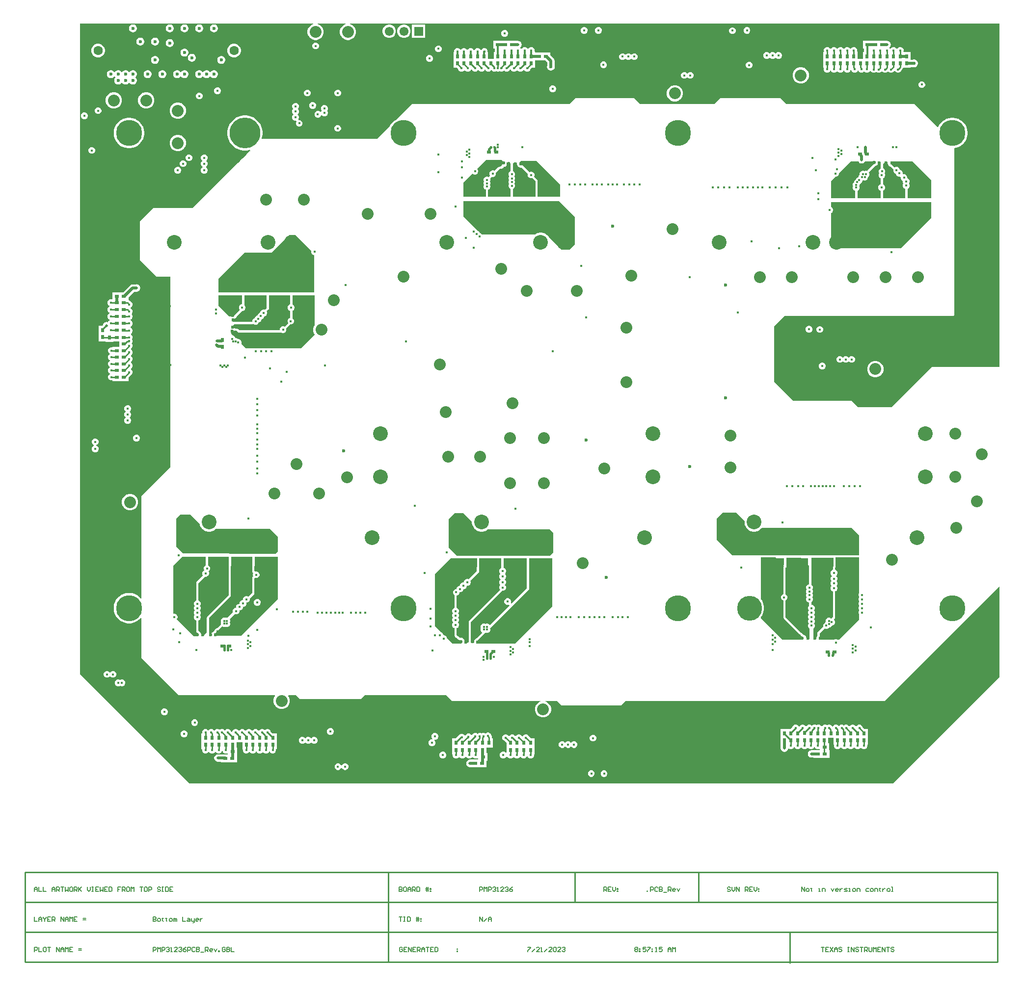
<source format=gbl>
G04*
G04 #@! TF.GenerationSoftware,Altium Limited,Altium Designer,23.6.0 (18)*
G04*
G04 Layer_Physical_Order=6*
G04 Layer_Color=16711680*
%FSAX44Y44*%
%MOMM*%
G71*
G04*
G04 #@! TF.SameCoordinates,B6B15AAD-09C2-4985-A1E0-6DBEE0027C76*
G04*
G04*
G04 #@! TF.FilePolarity,Positive*
G04*
G01*
G75*
%ADD15C,0.2032*%
%ADD16C,0.2540*%
%ADD31R,0.6000X0.8000*%
%ADD32R,0.8000X0.6000*%
%ADD43R,1.6002X1.2700*%
%ADD95C,2.5400*%
G04:AMPARAMS|DCode=96|XSize=1.66mm|YSize=1.66mm|CornerRadius=0.0498mm|HoleSize=0mm|Usage=FLASHONLY|Rotation=0.000|XOffset=0mm|YOffset=0mm|HoleType=Round|Shape=RoundedRectangle|*
%AMROUNDEDRECTD96*
21,1,1.6600,1.5604,0,0,0.0*
21,1,1.5604,1.6600,0,0,0.0*
1,1,0.0996,0.7802,-0.7802*
1,1,0.0996,-0.7802,-0.7802*
1,1,0.0996,-0.7802,0.7802*
1,1,0.0996,0.7802,0.7802*
%
%ADD96ROUNDEDRECTD96*%
%ADD97C,1.6600*%
%ADD98C,4.5000*%
%ADD99C,5.3000*%
%ADD100C,4.3000*%
%ADD101C,1.6000*%
%ADD104C,0.3048*%
%ADD112C,0.5080*%
%ADD114C,0.3810*%
%ADD117C,2.0320*%
%ADD118C,1.5500*%
%ADD119R,1.5500X1.5500*%
%ADD120C,0.4000*%
%ADD121C,0.6000*%
%ADD122C,0.5000*%
G36*
X01782277Y01128712D02*
X01666946Y01128711D01*
X01666946Y01128711D01*
X01666722Y01128701D01*
X01666282Y01128614D01*
X01665868Y01128442D01*
X01665495Y01128193D01*
X01665329Y01128042D01*
X01595910Y01058623D01*
X01538659D01*
X01527542Y01069806D01*
X01426264D01*
X01393403Y01102766D01*
Y01198900D01*
X01411114Y01216610D01*
X01702267D01*
X01702713Y01216654D01*
X01703537Y01216996D01*
X01704167Y01217626D01*
X01704509Y01218450D01*
X01704553Y01218896D01*
Y01228752D01*
X01704552Y01506147D01*
X01706929Y01506524D01*
X01710867Y01507804D01*
X01714557Y01509684D01*
X01717908Y01512118D01*
X01720836Y01515046D01*
X01723270Y01518397D01*
X01725150Y01522086D01*
X01726430Y01526025D01*
X01727078Y01530115D01*
Y01534257D01*
X01726430Y01538347D01*
X01725150Y01542286D01*
X01723270Y01545975D01*
X01720836Y01549326D01*
X01717908Y01552254D01*
X01714557Y01554688D01*
X01710867Y01556568D01*
X01706929Y01557848D01*
X01702839Y01558496D01*
X01698697D01*
X01694607Y01557848D01*
X01690668Y01556568D01*
X01686978Y01554688D01*
X01683628Y01552254D01*
X01680700Y01549326D01*
X01678266Y01545975D01*
X01676514Y01542538D01*
X01675191Y01542064D01*
X01635529Y01581726D01*
X01635529Y01581726D01*
X01635363Y01581877D01*
X01634991Y01582126D01*
X01634577Y01582298D01*
X01634137Y01582385D01*
X01633913Y01582396D01*
X01414529Y01582396D01*
X01404513Y01592185D01*
X01300517D01*
X01290728Y01582396D01*
X01162217D01*
X01152354Y01592185D01*
X01050386D01*
X01040597Y01582396D01*
X00770087Y01582396D01*
X00770087Y01582396D01*
X00769863Y01582385D01*
X00769423Y01582298D01*
X00769009Y01582126D01*
X00768636Y01581877D01*
X00768470Y01581726D01*
X00742631Y01555887D01*
X00740278Y01554688D01*
X00736928Y01552254D01*
X00734000Y01549326D01*
X00731566Y01545975D01*
X00730367Y01543623D01*
X00721190Y01534446D01*
X00708804Y01522060D01*
X00511149Y01522059D01*
X00510057Y01522489D01*
X00509650Y01522990D01*
X00510332Y01525088D01*
X00511078Y01529801D01*
Y01534572D01*
X00510332Y01539284D01*
X00508857Y01543821D01*
X00506691Y01548072D01*
X00503887Y01551932D01*
X00500514Y01555305D01*
X00496654Y01558109D01*
X00492403Y01560275D01*
X00487866Y01561750D01*
X00483153Y01562496D01*
X00478383D01*
X00473670Y01561750D01*
X00469133Y01560275D01*
X00464882Y01558109D01*
X00461022Y01555305D01*
X00457649Y01551932D01*
X00454845Y01548072D01*
X00452679Y01543821D01*
X00451204Y01539284D01*
X00450458Y01534572D01*
Y01529801D01*
X00451204Y01525088D01*
X00452679Y01520551D01*
X00454845Y01516300D01*
X00457649Y01512440D01*
X00461022Y01509067D01*
X00464882Y01506263D01*
X00469133Y01504097D01*
X00473670Y01502622D01*
X00478383Y01501876D01*
X00483153D01*
X00487866Y01502622D01*
X00489500Y01503154D01*
X00489564Y01503049D01*
X00490019Y01501876D01*
X00489143Y01501000D01*
X00489143Y01501000D01*
Y01501000D01*
X00485373Y01497231D01*
X00485373Y01497231D01*
Y01497231D01*
X00483409Y01495266D01*
X00483409Y01495266D01*
X00483409Y01495266D01*
X00476443Y01488300D01*
X00476443Y01488300D01*
Y01488300D01*
X00472673Y01484531D01*
X00472673Y01484531D01*
X00472364Y01484221D01*
X00472364Y01484221D01*
X00468595Y01480452D01*
X00468595Y01480452D01*
Y01480452D01*
X00462513Y01474371D01*
X00462513Y01474371D01*
Y01474371D01*
X00461629Y01473486D01*
X00461629Y01473486D01*
Y01473486D01*
X00452718Y01464575D01*
X00452718Y01464575D01*
Y01464575D01*
X00390489Y01402346D01*
X00322674D01*
X00299814Y01379486D01*
X00299322D01*
Y01312995D01*
X00328045Y01284273D01*
X00352420Y01284215D01*
Y01270648D01*
Y01264666D01*
Y01246076D01*
X00352420Y01234341D01*
Y01222671D01*
Y01210650D01*
Y01198052D01*
Y01188285D01*
Y01176231D01*
Y01169126D01*
X00352420Y01159580D01*
X00352420Y01062196D01*
Y01057542D01*
Y01004430D01*
Y01002527D01*
X00352419Y00955998D01*
X00302333Y00905911D01*
Y00729321D01*
X00301125Y00728929D01*
X00300836Y00729326D01*
X00297908Y00732254D01*
X00294557Y00734688D01*
X00290868Y00736569D01*
X00286929Y00737848D01*
X00282839Y00738496D01*
X00278697D01*
X00274607Y00737848D01*
X00270668Y00736569D01*
X00266978Y00734688D01*
X00263628Y00732254D01*
X00260700Y00729326D01*
X00258266Y00725975D01*
X00256385Y00722286D01*
X00255106Y00718347D01*
X00254458Y00714257D01*
Y00710115D01*
X00255106Y00706025D01*
X00256385Y00702086D01*
X00258266Y00698397D01*
X00260700Y00695046D01*
X00263628Y00692118D01*
X00266978Y00689684D01*
X00270668Y00687804D01*
X00274607Y00686524D01*
X00278697Y00685876D01*
X00282839D01*
X00286929Y00686524D01*
X00290868Y00687804D01*
X00294557Y00689684D01*
X00297908Y00692118D01*
X00300836Y00695046D01*
X00301125Y00695443D01*
X00302333Y00695051D01*
Y00625945D01*
X00366454Y00561824D01*
X00532331D01*
X00532762Y00560554D01*
X00531050Y00557588D01*
X00530098Y00554035D01*
Y00550357D01*
X00531050Y00546804D01*
X00532889Y00543618D01*
X00535490Y00541017D01*
X00538676Y00539178D01*
X00542229Y00538226D01*
X00545907D01*
X00549460Y00539178D01*
X00552646Y00541017D01*
X00555247Y00543618D01*
X00557086Y00546804D01*
X00558038Y00550357D01*
Y00554035D01*
X00557086Y00557588D01*
X00555373Y00560554D01*
X00555805Y00561824D01*
X00568856D01*
X00575217Y00555463D01*
X00681090D01*
X00687750Y00561824D01*
X00828121D01*
X00837734Y00552211D01*
X00990581D01*
X00990748Y00550941D01*
X00989526Y00550613D01*
X00986340Y00548774D01*
X00983739Y00546173D01*
X00981900Y00542987D01*
X00980948Y00539434D01*
Y00535756D01*
X00981900Y00532203D01*
X00983739Y00529017D01*
X00986340Y00526416D01*
X00989526Y00524577D01*
X00993079Y00523625D01*
X00996757D01*
X01000310Y00524577D01*
X01003496Y00526416D01*
X01006097Y00529017D01*
X01007936Y00532203D01*
X01008888Y00535756D01*
Y00539434D01*
X01007936Y00542987D01*
X01006097Y00546173D01*
X01003496Y00548774D01*
X01000310Y00550613D01*
X00999088Y00550941D01*
X00999255Y00552211D01*
X01019488D01*
X01027172Y00544526D01*
X01129487D01*
X01137072Y00552211D01*
X01584031D01*
X01781103Y00749283D01*
X01782277Y00748797D01*
Y00593276D01*
X01598734Y00409733D01*
X00384752D01*
X00195865Y00598620D01*
Y01721368D01*
X00598624D01*
X00598791Y01720098D01*
X00597096Y01719644D01*
X00593910Y01717805D01*
X00591309Y01715204D01*
X00589470Y01712018D01*
X00588518Y01708465D01*
Y01704787D01*
X00589470Y01701234D01*
X00591309Y01698048D01*
X00593910Y01695447D01*
X00597096Y01693608D01*
X00600649Y01692656D01*
X00604327D01*
X00607880Y01693608D01*
X00611066Y01695447D01*
X00613667Y01698048D01*
X00615506Y01701234D01*
X00616458Y01704787D01*
Y01708465D01*
X00615506Y01712018D01*
X00613667Y01715204D01*
X00611066Y01717805D01*
X00607880Y01719644D01*
X00606185Y01720098D01*
X00606352Y01721368D01*
X00654504D01*
X00654671Y01720098D01*
X00652976Y01719644D01*
X00649790Y01717805D01*
X00647189Y01715204D01*
X00645350Y01712018D01*
X00644398Y01708465D01*
Y01704787D01*
X00645350Y01701234D01*
X00647189Y01698048D01*
X00649790Y01695447D01*
X00652976Y01693608D01*
X00656529Y01692656D01*
X00660207D01*
X00663760Y01693608D01*
X00666946Y01695447D01*
X00669547Y01698048D01*
X00671386Y01701234D01*
X00672338Y01704787D01*
Y01708465D01*
X00671386Y01712018D01*
X00669547Y01715204D01*
X00666946Y01717805D01*
X00663760Y01719644D01*
X00662065Y01720098D01*
X00662232Y01721368D01*
X01782277D01*
Y01128712D01*
D02*
G37*
G36*
X01567688Y01480586D02*
Y01479212D01*
X01567547Y01479130D01*
X01566346Y01478809D01*
X01566117Y01478695D01*
X01565865Y01478645D01*
X01565443Y01478363D01*
X01564987Y01478138D01*
X01564818Y01477946D01*
X01564605Y01477803D01*
X01554102Y01467300D01*
X01553671Y01466655D01*
X01553371Y01466780D01*
X01551060D01*
X01549467Y01466120D01*
X01547875Y01466780D01*
X01545563D01*
X01543428Y01465895D01*
X01541794Y01464261D01*
X01540909Y01462125D01*
Y01460594D01*
X01539975Y01459661D01*
X01539091Y01457525D01*
Y01456469D01*
X01538929D01*
X01536793Y01455585D01*
X01535159Y01453951D01*
X01534557Y01452498D01*
X01533652Y01452123D01*
X01532018Y01450488D01*
X01531133Y01448353D01*
Y01447518D01*
X01529742Y01446127D01*
X01528858Y01443992D01*
Y01441680D01*
X01529378Y01440424D01*
X01528858Y01439169D01*
Y01436857D01*
X01529742Y01434722D01*
X01531377Y01433087D01*
X01533058Y01432391D01*
Y01419592D01*
X01491488D01*
X01491488Y01448816D01*
X01499245Y01456573D01*
X01500410D01*
X01502545Y01457457D01*
X01504180Y01459092D01*
X01505064Y01461227D01*
Y01462392D01*
X01525798Y01483126D01*
X01538872D01*
X01539940Y01481528D01*
X01542040Y01480124D01*
X01544518Y01479632D01*
X01546996Y01480124D01*
X01549096Y01481528D01*
X01550164Y01483126D01*
X01565148D01*
X01567688Y01480586D01*
D02*
G37*
G36*
X00927697Y01481836D02*
X00919838Y01473978D01*
X00919640Y01473991D01*
X00919159Y01473828D01*
X00918661Y01473728D01*
X00918447Y01473586D01*
X00918205Y01473504D01*
X00917823Y01473169D01*
X00917400Y01472886D01*
X00911197Y01466683D01*
X00909131Y01467538D01*
X00906820D01*
X00904685Y01466654D01*
X00903050Y01465020D01*
X00902166Y01462884D01*
Y01460573D01*
X00903021Y01458507D01*
X00900995Y01456481D01*
X00899554Y01457077D01*
X00897242D01*
X00895107Y01456193D01*
X00893473Y01454559D01*
X00892588Y01452423D01*
Y01450112D01*
X00893329Y01448322D01*
X00892588Y01446532D01*
Y01444220D01*
X00893238Y01442651D01*
X00892588Y01441082D01*
Y01438770D01*
X00893473Y01436635D01*
X00895107Y01435000D01*
X00896209Y01434544D01*
X00896164Y01434321D01*
Y01422146D01*
X00857758D01*
Y01446456D01*
X00873335Y01462032D01*
X00874152Y01461215D01*
X00876287Y01460331D01*
X00878599D01*
X00880734Y01461215D01*
X00882368Y01462849D01*
X00883253Y01464985D01*
Y01467296D01*
X00882368Y01469432D01*
X00881551Y01470249D01*
X00897128Y01485826D01*
X00923707D01*
X00927697Y01481836D01*
D02*
G37*
G36*
X00939038Y01479244D02*
Y01466423D01*
X00937697Y01465867D01*
X00936062Y01464233D01*
X00935178Y01462097D01*
Y01459786D01*
X00936062Y01457651D01*
X00936294Y01457419D01*
X00936062Y01457187D01*
X00935178Y01455052D01*
Y01452740D01*
X00936014Y01450721D01*
X00935178Y01448702D01*
Y01446390D01*
X00936014Y01444371D01*
X00935178Y01442352D01*
Y01440040D01*
X00936062Y01437905D01*
X00937697Y01436270D01*
X00939038Y01435715D01*
Y01422146D01*
X00900049D01*
Y01434321D01*
X00901689Y01435000D01*
X00903324Y01436635D01*
X00904208Y01438770D01*
Y01441082D01*
X00903558Y01442651D01*
X00904208Y01444220D01*
Y01446532D01*
X00903466Y01448322D01*
X00904208Y01450112D01*
Y01452423D01*
X00903688Y01453680D01*
X00906188Y01456180D01*
X00906820Y01455918D01*
X00909131D01*
X00911267Y01456803D01*
X00912901Y01458437D01*
X00913786Y01460573D01*
Y01462884D01*
X00913524Y01463516D01*
X00920147Y01470139D01*
X00920435Y01470062D01*
X00922228D01*
X00923960Y01470526D01*
X00925513Y01471423D01*
X00926781Y01472691D01*
X00927356Y01473686D01*
X00927666D01*
X00929398Y01474150D01*
X00930951Y01475047D01*
X00932219Y01476315D01*
X00933116Y01477868D01*
X00933580Y01479600D01*
Y01481393D01*
X00934218Y01482224D01*
X00937011D01*
X00939038Y01479244D01*
D02*
G37*
G36*
X01577160Y01479657D02*
Y01471177D01*
X01576133Y01470752D01*
X01574499Y01469117D01*
X01573614Y01466982D01*
Y01464671D01*
X01574342Y01462913D01*
X01573461Y01460786D01*
Y01458474D01*
X01574346Y01456339D01*
X01575980Y01454704D01*
X01577160Y01454216D01*
Y01443530D01*
X01575827Y01442978D01*
X01574193Y01441344D01*
X01573308Y01439208D01*
Y01436897D01*
X01574193Y01434761D01*
X01575827Y01433127D01*
X01577160Y01432575D01*
Y01419606D01*
X01537208D01*
Y01432776D01*
X01537959Y01433087D01*
X01539594Y01434722D01*
X01540478Y01436857D01*
Y01439169D01*
X01539958Y01440424D01*
X01540478Y01441680D01*
Y01442516D01*
X01541868Y01443906D01*
X01542470Y01445359D01*
X01543376Y01445734D01*
X01545010Y01447368D01*
X01545894Y01449504D01*
Y01450560D01*
X01546057D01*
X01547019Y01450958D01*
X01548523Y01450335D01*
X01550835D01*
X01552970Y01451220D01*
X01554605Y01452854D01*
X01555489Y01454989D01*
Y01456037D01*
X01555506Y01456044D01*
X01557141Y01457679D01*
X01558025Y01459814D01*
Y01462125D01*
X01557141Y01464261D01*
X01556848Y01464553D01*
X01567352Y01475056D01*
X01569047Y01475511D01*
X01570599Y01476407D01*
X01571867Y01477675D01*
X01572764Y01479228D01*
X01573111Y01480522D01*
X01576257Y01480551D01*
X01577160Y01479657D01*
D02*
G37*
G36*
X01024128Y01443736D02*
Y01422146D01*
X00985694D01*
Y01449009D01*
X00985398Y01450496D01*
X00984556Y01451756D01*
X00979362Y01456950D01*
X00980058Y01458630D01*
Y01460942D01*
X00979174Y01463077D01*
X00977539Y01464711D01*
X00975404Y01465596D01*
X00973092D01*
X00971412Y01464900D01*
X00961011Y01475302D01*
X00960588Y01475584D01*
X00960206Y01475919D01*
X00959964Y01476001D01*
X00959751Y01476144D01*
X00959252Y01476243D01*
X00958771Y01476406D01*
X00958515Y01476389D01*
X00958264Y01476440D01*
X00957766Y01476340D01*
X00957434Y01476319D01*
X00956531D01*
X00955787Y01476518D01*
X00955120Y01476903D01*
X00954576Y01477448D01*
X00954190Y01478115D01*
X00953997Y01478837D01*
Y01479853D01*
X00954013Y01480093D01*
X00954112Y01480592D01*
X00954062Y01480843D01*
X00954079Y01481099D01*
X00953971Y01481415D01*
X00956916Y01484360D01*
X00983504D01*
X01024128Y01443736D01*
D02*
G37*
G36*
X00950227Y01480592D02*
X00950106Y01480141D01*
Y01478347D01*
X00950570Y01476615D01*
X00951467Y01475063D01*
X00952735Y01473795D01*
X00954288Y01472898D01*
X00956020Y01472434D01*
X00957813D01*
X00958264Y01472555D01*
X00968859Y01461959D01*
X00968438Y01460942D01*
Y01458630D01*
X00969323Y01456495D01*
X00970957Y01454861D01*
X00973092Y01453976D01*
X00975404D01*
X00976421Y01454397D01*
X00981810Y01449009D01*
Y01422146D01*
X00942923D01*
Y01435709D01*
X00944279Y01436270D01*
X00945913Y01437905D01*
X00946798Y01440040D01*
Y01442352D01*
X00945962Y01444371D01*
X00946798Y01446390D01*
Y01448702D01*
X00945962Y01450721D01*
X00946798Y01452740D01*
Y01455052D01*
X00945913Y01457187D01*
X00945682Y01457419D01*
X00945913Y01457651D01*
X00946798Y01459786D01*
Y01462097D01*
X00945913Y01464233D01*
X00944279Y01465867D01*
X00942923Y01466429D01*
Y01479244D01*
X00942874Y01479490D01*
X00945220Y01481836D01*
X00948983D01*
X00950227Y01480592D01*
D02*
G37*
G36*
X01588253Y01480321D02*
X01590010Y01478564D01*
X01590212Y01477811D01*
X01591109Y01476258D01*
X01592377Y01474990D01*
X01593929Y01474093D01*
X01594683Y01473891D01*
X01598975Y01469599D01*
X01598788Y01469147D01*
Y01466836D01*
X01599673Y01464701D01*
X01601307Y01463066D01*
X01603442Y01462182D01*
X01603514D01*
Y01461561D01*
X01604398Y01459425D01*
X01606033Y01457791D01*
X01608168Y01456906D01*
X01610480D01*
X01610557Y01456938D01*
X01611142Y01456494D01*
X01611603Y01455997D01*
Y01453834D01*
X01612487Y01451698D01*
X01614122Y01450064D01*
X01615518Y01449486D01*
Y01447587D01*
X01616402Y01445452D01*
X01616746Y01445108D01*
X01616402Y01444764D01*
X01615518Y01442628D01*
Y01440317D01*
X01616402Y01438182D01*
X01618037Y01436547D01*
X01619743Y01435841D01*
Y01420490D01*
X01618844Y01419592D01*
X01581045Y01419605D01*
X01581044Y01419606D01*
Y01432562D01*
X01582409Y01433127D01*
X01584043Y01434761D01*
X01584928Y01436897D01*
Y01439208D01*
X01584043Y01441344D01*
X01582409Y01442978D01*
X01581044Y01443543D01*
Y01454076D01*
X01582562Y01454704D01*
X01584197Y01456339D01*
X01585081Y01458474D01*
Y01460786D01*
X01584353Y01462543D01*
X01585234Y01464671D01*
Y01466982D01*
X01584350Y01469117D01*
X01582715Y01470752D01*
X01581044Y01471444D01*
Y01478424D01*
X01581162Y01478863D01*
X01584169Y01481870D01*
X01588253D01*
Y01480321D01*
D02*
G37*
G36*
X01664208Y01450731D02*
X01664208Y01419592D01*
X01624744D01*
X01623629Y01420488D01*
X01623627Y01420490D01*
Y01435841D01*
X01623573Y01436114D01*
X01624619Y01436547D01*
X01626254Y01438182D01*
X01627138Y01440317D01*
Y01442628D01*
X01626254Y01444764D01*
X01625910Y01445108D01*
X01626254Y01445452D01*
X01627138Y01447587D01*
Y01449899D01*
X01626254Y01452034D01*
X01624619Y01453668D01*
X01623223Y01454247D01*
Y01456145D01*
X01622338Y01458281D01*
X01620704Y01459915D01*
X01618569Y01460800D01*
X01616257D01*
X01616054Y01460715D01*
X01615134Y01461709D01*
Y01463872D01*
X01614250Y01466007D01*
X01612615Y01467642D01*
X01610480Y01468526D01*
X01610408D01*
Y01469147D01*
X01609523Y01471283D01*
X01607889Y01472917D01*
X01605754Y01473802D01*
X01603442D01*
X01601307Y01472917D01*
X01601229Y01472839D01*
X01597430Y01476638D01*
X01597216Y01476781D01*
X01597048Y01476973D01*
X01596592Y01477198D01*
X01596169Y01477480D01*
X01595918Y01477530D01*
X01595688Y01477644D01*
X01595429Y01477713D01*
X01594762Y01478098D01*
X01594217Y01478643D01*
X01593929Y01479141D01*
Y01479344D01*
X01596417Y01483126D01*
X01631813D01*
X01664208Y01450731D01*
D02*
G37*
G36*
X01664208Y01385316D02*
X01612138Y01333246D01*
X01497838D01*
X01491488Y01339596D01*
Y01393891D01*
X01492621Y01394361D01*
X01494255Y01395995D01*
X01495140Y01398130D01*
Y01400442D01*
X01494255Y01402577D01*
X01492621Y01404211D01*
X01491488Y01404681D01*
Y01413256D01*
X01664208D01*
Y01385316D01*
D02*
G37*
G36*
X01022656Y01414526D02*
X01049528Y01387654D01*
Y01339596D01*
X01040638Y01330706D01*
X01026668D01*
X01004455Y01352919D01*
X01003592Y01354211D01*
X01001292Y01356510D01*
X01000001Y01357373D01*
X00999998Y01357376D01*
X00999997D01*
X00998588Y01358317D01*
X00995584Y01359561D01*
X00992394Y01360196D01*
X00989142D01*
X00985952Y01359561D01*
X00982948Y01358317D01*
X00981539Y01357376D01*
X00889474D01*
X00888359Y01358492D01*
X00886248Y01359366D01*
X00885534Y01360080D01*
X00885134Y01361047D01*
X00883499Y01362681D01*
X00882532Y01363082D01*
X00880617Y01364997D01*
X00880463Y01365367D01*
X00878829Y01367001D01*
X00878459Y01367155D01*
X00857758Y01387856D01*
Y01414526D01*
X01022656Y01414526D01*
D02*
G37*
G36*
X00595465Y01328839D02*
X00595408Y01328702D01*
Y01326390D01*
X00596292Y01324255D01*
X00597927Y01322621D01*
X00599948Y01321783D01*
Y01257046D01*
X00434848D01*
Y01280286D01*
X00480188Y01325626D01*
X00526288Y01325626D01*
X00556768Y01356106D01*
X00568198D01*
X00595465Y01328839D01*
D02*
G37*
G36*
X00518287Y01234186D02*
X00518383D01*
Y01230091D01*
X00515417Y01227125D01*
X00514315Y01227581D01*
X00512003D01*
X00509868Y01226696D01*
X00508234Y01225062D01*
X00507349Y01222927D01*
Y01222061D01*
X00507078D01*
X00504942Y01221177D01*
X00503308Y01219543D01*
X00502424Y01217407D01*
Y01217136D01*
X00502272D01*
X00500137Y01216252D01*
X00498503Y01214617D01*
X00497685Y01212643D01*
X00495781Y01211855D01*
X00494146Y01210220D01*
X00493262Y01208085D01*
Y01206246D01*
X00460299D01*
X00459447Y01207188D01*
X00459821Y01210866D01*
X00460765D01*
X00462497Y01211330D01*
X00464049Y01212227D01*
X00465317Y01213495D01*
X00466214Y01215047D01*
X00466419Y01215813D01*
X00474638Y01224032D01*
X00474638Y01224032D01*
X00475336Y01225077D01*
X00477155D01*
X00479290Y01225962D01*
X00480925Y01227596D01*
X00481809Y01229732D01*
Y01232043D01*
X00480925Y01234178D01*
X00479639Y01235464D01*
X00479884Y01236697D01*
Y01251966D01*
X00518287D01*
Y01234186D01*
D02*
G37*
G36*
X00475999Y01236697D02*
X00474843D01*
X00472708Y01235813D01*
X00471074Y01234178D01*
X00470189Y01232043D01*
Y01229732D01*
X00471074Y01227596D01*
X00471891Y01226779D01*
X00461217Y01216105D01*
X00461144Y01216125D01*
X00459352D01*
X00457619Y01215661D01*
X00457070Y01215344D01*
X00453690D01*
X00434848Y01234186D01*
Y01251966D01*
X00475999D01*
Y01236697D01*
D02*
G37*
G36*
X00558746Y01236417D02*
X00557287Y01235813D01*
X00555653Y01234178D01*
X00554768Y01232043D01*
Y01229732D01*
X00555653Y01227596D01*
X00557287Y01225962D01*
X00558746Y01225357D01*
Y01213326D01*
X00558660D01*
X00556525Y01212441D01*
X00554891Y01210807D01*
X00554006Y01208672D01*
Y01206360D01*
X00554891Y01204225D01*
X00555454Y01203662D01*
X00549478Y01197686D01*
X00547617Y01198457D01*
X00545306D01*
X00543171Y01197573D01*
X00541536Y01195939D01*
X00540652Y01193803D01*
Y01191576D01*
X00470805D01*
X00470186Y01192647D01*
X00468918Y01193915D01*
X00467365Y01194812D01*
X00465634Y01195276D01*
X00463840D01*
X00463090Y01195075D01*
X00462742Y01195424D01*
X00461189Y01196320D01*
X00460002Y01196638D01*
X00459868Y01199896D01*
X00462333Y01202361D01*
X00493262D01*
X00494748Y01202657D01*
X00494976Y01202809D01*
X00495781Y01202004D01*
X00497916Y01201119D01*
X00500228D01*
X00502363Y01202004D01*
X00503997Y01203638D01*
X00504815Y01205612D01*
X00506719Y01206401D01*
X00508354Y01208035D01*
X00509238Y01210170D01*
Y01210442D01*
X00509389D01*
X00511525Y01211326D01*
X00513159Y01212960D01*
X00514044Y01215096D01*
Y01215961D01*
X00514315D01*
X00516450Y01216845D01*
X00518084Y01218480D01*
X00518969Y01220615D01*
Y01222927D01*
X00518308Y01224522D01*
X00521129Y01227344D01*
X00521972Y01228604D01*
X00522267Y01230091D01*
Y01234186D01*
X00522172Y01234667D01*
Y01251966D01*
X00558746D01*
Y01236417D01*
D02*
G37*
G36*
X00601218Y01200790D02*
X00599630Y01198040D01*
X00598678Y01194487D01*
Y01190808D01*
X00599630Y01187255D01*
X00601163Y01184601D01*
X00577088Y01160526D01*
X00528409D01*
X00527444Y01160926D01*
X00525132D01*
X00524167Y01160526D01*
X00519519D01*
X00518554Y01160926D01*
X00516242D01*
X00515277Y01160526D01*
X00510629D01*
X00509664Y01160926D01*
X00507352D01*
X00506387Y01160526D01*
X00501739D01*
X00500774Y01160926D01*
X00498462D01*
X00497497Y01160526D01*
X00482473D01*
X00474444Y01168555D01*
X00474821Y01169466D01*
Y01171778D01*
X00473937Y01173913D01*
X00472302Y01175547D01*
X00470167Y01176432D01*
X00469113D01*
X00468028Y01177516D01*
X00465893Y01178401D01*
X00464598D01*
X00464076Y01178923D01*
X00463494Y01180327D01*
X00461860Y01181962D01*
X00460456Y01182543D01*
X00456928Y01186071D01*
Y01188466D01*
X00459107Y01190531D01*
X00460867D01*
X00462599Y01190995D01*
X00462753Y01191084D01*
X00463934Y01190402D01*
X00465666Y01189938D01*
X00467265D01*
X00467441Y01189634D01*
X00467776Y01189251D01*
X00468058Y01188829D01*
X00468271Y01188687D01*
X00468440Y01188494D01*
X00468896Y01188269D01*
X00469318Y01187987D01*
X00469570Y01187937D01*
X00469799Y01187824D01*
X00470306Y01187791D01*
X00470805Y01187691D01*
X00540652D01*
X00542138Y01187987D01*
X00542598Y01188294D01*
X00543171Y01187722D01*
X00545306Y01186837D01*
X00547617D01*
X00549753Y01187722D01*
X00551387Y01189356D01*
X00552272Y01191492D01*
Y01193803D01*
X00551893Y01194717D01*
X00552225Y01194940D01*
X00552225Y01194940D01*
X00558200Y01200915D01*
X00558200Y01200915D01*
X00558729Y01201706D01*
X00560972D01*
X00563107Y01202590D01*
X00564742Y01204225D01*
X00565626Y01206360D01*
Y01208672D01*
X00564742Y01210807D01*
X00563107Y01212441D01*
X00562504Y01212691D01*
X00562631Y01213326D01*
Y01225357D01*
X00562614Y01225442D01*
X00563869Y01225962D01*
X00565504Y01227596D01*
X00566388Y01229732D01*
Y01232043D01*
X00565504Y01234178D01*
X00563869Y01235813D01*
X00562614Y01236333D01*
X00562631Y01236417D01*
Y01251966D01*
X00601218D01*
Y01200790D01*
D02*
G37*
G36*
X00402562Y00857532D02*
X00402892Y00855870D01*
X00404137Y00852866D01*
X00405944Y00850162D01*
X00408243Y00847862D01*
X00410948Y00846055D01*
X00413952Y00844810D01*
X00417142Y00844176D01*
X00420394D01*
X00423584Y00844810D01*
X00426588Y00846055D01*
X00429292Y00847862D01*
X00430807Y00849376D01*
X00523748D01*
X00537718Y00835406D01*
Y00809810D01*
X00534026Y00806117D01*
X00374452Y00806889D01*
X00362458Y00818883D01*
Y00867156D01*
X00368808Y00873506D01*
X00386588D01*
X00402562Y00857532D01*
D02*
G37*
G36*
X01342325Y00862649D02*
X01342258Y00862312D01*
Y00859060D01*
X01342892Y00855870D01*
X01344137Y00852866D01*
X01345944Y00850162D01*
X01348244Y00847862D01*
X01350948Y00846055D01*
X01353952Y00844810D01*
X01357142Y00844176D01*
X01360394D01*
X01363584Y00844810D01*
X01366588Y00846055D01*
X01369292Y00847862D01*
X01371592Y00850162D01*
X01371916Y00850646D01*
X01527048D01*
X01539748Y00837946D01*
Y00803656D01*
X01321308D01*
X01294638Y00830326D01*
Y00867156D01*
X01304798Y00877316D01*
X01327658D01*
X01342325Y00862649D01*
D02*
G37*
G36*
X00872258Y00861546D02*
Y00859060D01*
X00872893Y00855870D01*
X00874137Y00852866D01*
X00875944Y00850162D01*
X00878243Y00847862D01*
X00880948Y00846055D01*
X00883952Y00844810D01*
X00887142Y00844176D01*
X00890394D01*
X00893584Y00844810D01*
X00896588Y00846055D01*
X00899293Y00847862D01*
X00899537Y00848106D01*
X01006451D01*
X01012801Y00841756D01*
Y00808354D01*
X01006833Y00802386D01*
X00846328D01*
X00832358Y00816356D01*
Y00865886D01*
X00842518Y00876046D01*
X00857758D01*
X00872258Y00861546D01*
D02*
G37*
G36*
X00537718Y00727456D02*
X00474327Y00664065D01*
X00431890D01*
X00429768Y00666187D01*
Y00669036D01*
X00441382Y00680650D01*
X00441692Y00680341D01*
X00443827Y00679456D01*
X00446139D01*
X00447155Y00679877D01*
X00448170Y00679456D01*
X00450482D01*
X00452617Y00680341D01*
X00454252Y00681975D01*
X00455136Y00684111D01*
Y00686422D01*
X00454621Y00687666D01*
X00455136Y00688911D01*
Y00691222D01*
X00454252Y00693357D01*
X00454170Y00693438D01*
X00462677Y00701945D01*
X00464172Y00701326D01*
X00466484D01*
X00468619Y00702210D01*
X00470253Y00703845D01*
X00471138Y00705980D01*
Y00708266D01*
X00472699D01*
X00474834Y00709150D01*
X00476469Y00710785D01*
X00477353Y00712920D01*
Y00714284D01*
X00478509D01*
X00480644Y00715168D01*
X00482279Y00716803D01*
X00483163Y00718938D01*
Y00721249D01*
X00483428Y00721646D01*
X00484379D01*
X00486514Y00722531D01*
X00488148Y00724165D01*
X00489033Y00726300D01*
Y00728301D01*
X00497078Y00736346D01*
Y00763553D01*
X00498134Y00764259D01*
X00498793Y00763986D01*
X00501104D01*
X00503240Y00764871D01*
X00504874Y00766505D01*
X00505758Y00768640D01*
Y00770952D01*
X00504874Y00773087D01*
X00503240Y00774722D01*
X00501104Y00775606D01*
X00498793D01*
X00498134Y00775333D01*
X00497078Y00776039D01*
Y00784606D01*
X00497459D01*
Y00801116D01*
X00537718D01*
Y00727456D01*
D02*
G37*
G36*
X00846328Y00798501D02*
X00880924D01*
Y00783540D01*
X00880631Y00782066D01*
Y00776143D01*
X00866703Y00762215D01*
X00866703Y00762215D01*
X00866665Y00762158D01*
X00865391Y00762686D01*
X00863079D01*
X00860944Y00761802D01*
X00859309Y00760167D01*
X00858425Y00758032D01*
Y00756876D01*
X00856602D01*
X00854467Y00755992D01*
X00852832Y00754357D01*
X00851948Y00752222D01*
Y00751011D01*
X00850626D01*
X00848490Y00750126D01*
X00846856Y00748492D01*
X00845972Y00746356D01*
Y00745199D01*
X00844025D01*
X00841889Y00744314D01*
X00840255Y00742680D01*
X00839371Y00740544D01*
Y00738233D01*
X00840255Y00736097D01*
X00841889Y00734463D01*
X00842125Y00734365D01*
X00841969Y00733579D01*
Y00712671D01*
X00840497Y00712061D01*
X00838863Y00710427D01*
X00837978Y00708292D01*
Y00705980D01*
X00838863Y00703845D01*
X00839381Y00703326D01*
X00838863Y00702807D01*
X00837978Y00700672D01*
Y00698360D01*
X00838863Y00696225D01*
X00839381Y00695706D01*
X00838863Y00695187D01*
X00837978Y00693052D01*
Y00690740D01*
X00838863Y00688605D01*
X00839917Y00687550D01*
X00838876Y00686509D01*
X00837992Y00684374D01*
Y00682063D01*
X00838876Y00679927D01*
X00840511Y00678293D01*
X00841969Y00677689D01*
Y00665611D01*
X00842264Y00664124D01*
X00843106Y00662864D01*
X00845181Y00660790D01*
X00845394Y00660647D01*
X00845563Y00660455D01*
X00846019Y00660230D01*
X00846031Y00660221D01*
X00846132Y00660133D01*
X00846363Y00659999D01*
X00846441Y00659948D01*
X00846459Y00659944D01*
X00847242Y00659492D01*
X00847786Y00658948D01*
X00847804Y00658917D01*
X00847973Y00658724D01*
X00848086Y00658495D01*
X00848468Y00658160D01*
X00848803Y00657778D01*
X00849033Y00657664D01*
X00849226Y00657495D01*
X00849707Y00657332D01*
X00850163Y00657107D01*
X00850418Y00657090D01*
X00850661Y00657008D01*
X00851168Y00657041D01*
X00851675Y00657008D01*
X00851918Y00657090D01*
X00852174Y00657107D01*
X00852655Y00657236D01*
X00853425D01*
X00854169Y00657037D01*
X00854836Y00656652D01*
X00855380Y00656107D01*
X00855518Y00655868D01*
X00855179Y00654603D01*
Y00652810D01*
X00855303Y00652346D01*
X00854217Y00651260D01*
X00838704Y00651260D01*
X00829162Y00660802D01*
X00828393Y00662657D01*
X00826759Y00664292D01*
X00824903Y00665061D01*
X00821818Y00668146D01*
X00821664Y00668519D01*
X00820029Y00670153D01*
X00819656Y00670308D01*
X00808228Y00681736D01*
X00808228Y00771081D01*
X00835723Y00798576D01*
X00845953D01*
X00846328Y00798501D01*
D02*
G37*
G36*
X00493574Y00786220D02*
X00493489Y00786093D01*
X00493193Y00784606D01*
Y00776039D01*
X00493268Y00775663D01*
Y00775281D01*
X00493414Y00774927D01*
X00493489Y00774552D01*
X00493702Y00774234D01*
X00493848Y00773880D01*
X00494119Y00773610D01*
X00494331Y00773292D01*
X00494649Y00773079D01*
X00494911Y00772817D01*
X00494138Y00770952D01*
Y00768640D01*
X00494911Y00766775D01*
X00494649Y00766513D01*
X00494331Y00766300D01*
X00494119Y00765982D01*
X00493848Y00765712D01*
X00493702Y00765358D01*
X00493489Y00765040D01*
X00493414Y00764665D01*
X00493268Y00764311D01*
Y00763929D01*
X00493193Y00763553D01*
Y00737955D01*
X00487067Y00731829D01*
X00486514Y00732382D01*
X00484379Y00733266D01*
X00482067D01*
X00479932Y00732382D01*
X00478298Y00730747D01*
X00477413Y00728612D01*
Y00726300D01*
X00477148Y00725904D01*
X00476197D01*
X00474062Y00725019D01*
X00472427Y00723385D01*
X00471543Y00721249D01*
Y00719886D01*
X00470387D01*
X00468252Y00719001D01*
X00466618Y00717367D01*
X00465733Y00715232D01*
Y00712946D01*
X00464172D01*
X00462037Y00712061D01*
X00460402Y00710427D01*
X00459518Y00708292D01*
Y00705980D01*
X00460025Y00704756D01*
X00459930Y00704692D01*
X00451424Y00696185D01*
X00451423Y00696185D01*
X00451423Y00696185D01*
X00451058Y00695638D01*
X00450482Y00695876D01*
X00448170D01*
X00447154Y00695456D01*
X00446139Y00695876D01*
X00443827D01*
X00441692Y00694992D01*
X00440057Y00693357D01*
X00439173Y00691222D01*
Y00688911D01*
X00439688Y00687666D01*
X00439173Y00686422D01*
Y00684111D01*
X00439288Y00683833D01*
X00438636Y00683397D01*
X00433065Y00677827D01*
X00431621Y00677440D01*
X00430069Y00676544D01*
X00428801Y00675276D01*
X00427904Y00673723D01*
X00427620Y00672661D01*
X00427139Y00672532D01*
X00425587Y00671636D01*
X00424319Y00670368D01*
X00423422Y00668815D01*
X00422958Y00667083D01*
Y00665290D01*
X00422832Y00665126D01*
X00418768D01*
Y00695241D01*
X00456438Y00732911D01*
Y00784606D01*
X00456819D01*
Y00801116D01*
X00493574D01*
Y00786220D01*
D02*
G37*
G36*
X00966903Y00746810D02*
X00940384Y00720291D01*
X00939307Y00721010D01*
X00939823Y00722255D01*
Y00724567D01*
X00938939Y00726702D01*
X00937304Y00728336D01*
X00935169Y00729221D01*
X00932858D01*
X00930722Y00728336D01*
X00929088Y00726702D01*
X00928203Y00724567D01*
Y00722255D01*
X00929088Y00720120D01*
X00930722Y00718485D01*
X00932858Y00717601D01*
X00935169D01*
X00936414Y00718117D01*
X00937134Y00717040D01*
X00902944Y00682850D01*
X00901348Y00684446D01*
X00899213Y00685330D01*
X00896901D01*
X00895508Y00684753D01*
X00894115Y00685330D01*
X00891804D01*
X00889668Y00684446D01*
X00888034Y00682812D01*
X00887149Y00680676D01*
Y00678365D01*
X00887558Y00677378D01*
X00887149Y00676392D01*
Y00674080D01*
X00888034Y00671945D01*
X00889138Y00670841D01*
X00889290Y00669197D01*
X00880255Y00660161D01*
X00879847Y00660052D01*
X00878294Y00659155D01*
X00877026Y00657887D01*
X00876129Y00656335D01*
X00875665Y00654603D01*
Y00652810D01*
X00875454Y00652535D01*
X00870452D01*
Y00687935D01*
X00924483Y00741966D01*
X00926224D01*
X00928359Y00742850D01*
X00929994Y00744485D01*
X00930878Y00746620D01*
Y00748932D01*
X00929994Y00751067D01*
X00928734Y00752326D01*
X00929994Y00753585D01*
X00930878Y00755721D01*
Y00758032D01*
X00929994Y00760167D01*
X00929139Y00761021D01*
X00928403Y00761851D01*
X00929139Y00762681D01*
X00929994Y00763535D01*
X00930878Y00765670D01*
Y00767982D01*
X00929994Y00770117D01*
X00928626Y00771484D01*
X00929994Y00772852D01*
X00930878Y00774987D01*
Y00777299D01*
X00929994Y00779434D01*
X00928359Y00781068D01*
X00927691Y00781345D01*
X00926719Y00782066D01*
Y00798501D01*
X00966903D01*
Y00746810D01*
D02*
G37*
G36*
X01495604Y00784144D02*
X01495209Y00783553D01*
X01494913Y00782066D01*
Y00778706D01*
X01493309Y00778041D01*
X01491675Y00776407D01*
X01490790Y00774272D01*
Y00771960D01*
X01491675Y00769825D01*
X01492616Y00768884D01*
X01493229Y00768079D01*
X01492616Y00767224D01*
X01491699Y00766307D01*
X01490815Y00764172D01*
Y00761860D01*
X01491699Y00759725D01*
X01492500Y00758924D01*
X01491675Y00758099D01*
X01490790Y00755964D01*
Y00753652D01*
X01491675Y00751517D01*
X01492489Y00750703D01*
X01491675Y00749888D01*
X01490790Y00747753D01*
Y00745441D01*
X01491675Y00743306D01*
X01493309Y00741672D01*
X01494913Y00741007D01*
Y00696925D01*
X01493399Y00695410D01*
X01492943Y00694728D01*
X01491485Y00694466D01*
X01491378Y00694498D01*
X01491212Y00694663D01*
X01489077Y00695548D01*
X01486765D01*
X01484630Y00694663D01*
X01482995Y00693029D01*
X01482111Y00690893D01*
Y00688582D01*
X01481324Y00687164D01*
X01480279Y00686731D01*
X01478645Y00685097D01*
X01477760Y00682962D01*
Y00680650D01*
X01478064Y00679919D01*
X01477591Y00679603D01*
X01469132Y00671143D01*
X01468290Y00669883D01*
X01467994Y00668397D01*
Y00664413D01*
X01467909Y00664327D01*
X01467012Y00662775D01*
X01466548Y00661042D01*
Y00660280D01*
X01461968Y00660169D01*
X01461059Y00661056D01*
Y00676870D01*
X01461206Y00676931D01*
X01462841Y00678565D01*
X01463725Y00680701D01*
Y00683012D01*
X01462841Y00685147D01*
X01462404Y00685583D01*
X01462886Y00686065D01*
X01463770Y00688200D01*
Y00690512D01*
X01462886Y00692647D01*
X01462367Y00693166D01*
X01462886Y00693685D01*
X01463770Y00695820D01*
Y00698132D01*
X01462886Y00700267D01*
X01462367Y00700786D01*
X01462886Y00701305D01*
X01463770Y00703440D01*
Y00705752D01*
X01462886Y00707887D01*
X01462367Y00708406D01*
X01462886Y00708925D01*
X01463770Y00711060D01*
Y00713372D01*
X01462886Y00715507D01*
X01461251Y00717141D01*
X01459116Y00718026D01*
X01457401D01*
Y00722318D01*
X01457915Y00722531D01*
X01459549Y00724165D01*
X01460434Y00726300D01*
Y00728612D01*
X01459549Y00730747D01*
X01459406Y00730890D01*
X01459549Y00731034D01*
X01460434Y00733169D01*
Y00735481D01*
X01459549Y00737616D01*
X01460434Y00739751D01*
Y00742063D01*
X01459549Y00744198D01*
X01459406Y00744342D01*
X01459549Y00744485D01*
X01460434Y00746620D01*
Y00748932D01*
X01459549Y00751067D01*
X01457915Y00752701D01*
X01457401Y00752914D01*
X01457401Y00799457D01*
X01495604D01*
Y00784144D01*
D02*
G37*
G36*
X01540258Y00798672D02*
Y00738722D01*
X01539902Y00738367D01*
X01539018Y00736232D01*
Y00733920D01*
X01539902Y00731785D01*
X01540258Y00731430D01*
Y00731102D01*
X01539902Y00730747D01*
X01539018Y00728612D01*
Y00726300D01*
X01539902Y00724165D01*
X01540258Y00723810D01*
Y00723482D01*
X01539902Y00723127D01*
X01539018Y00720992D01*
Y00718680D01*
X01539902Y00716545D01*
X01540258Y00716190D01*
Y00715862D01*
X01539902Y00715507D01*
X01539018Y00713372D01*
Y00711060D01*
X01539902Y00708925D01*
X01540258Y00708570D01*
Y00708242D01*
X01539902Y00707887D01*
X01539018Y00705752D01*
Y00703440D01*
X01539902Y00701305D01*
X01540258Y00700950D01*
Y00692406D01*
X01505458Y00657606D01*
X01502497D01*
X01500944Y00658249D01*
X01498632D01*
X01497079Y00657606D01*
X01471879D01*
X01471879Y00668397D01*
X01480338Y00676856D01*
X01482415Y00675996D01*
X01484726D01*
X01486862Y00676880D01*
X01488496Y00678515D01*
X01488649Y00678886D01*
X01489141D01*
X01491276Y00679770D01*
X01492910Y00681404D01*
X01493197Y00682096D01*
X01493842D01*
X01495978Y00682980D01*
X01497612Y00684615D01*
X01498497Y00686750D01*
Y00689062D01*
X01497612Y00691197D01*
X01496146Y00692663D01*
X01498798Y00695316D01*
Y00741219D01*
X01499892Y00741672D01*
X01501526Y00743306D01*
X01502410Y00745441D01*
Y00747753D01*
X01501526Y00749888D01*
X01500712Y00750703D01*
X01501526Y00751517D01*
X01502410Y00753652D01*
Y00755964D01*
X01501526Y00758099D01*
X01500725Y00758900D01*
X01501550Y00759725D01*
X01502435Y00761860D01*
Y00764172D01*
X01501550Y00766307D01*
X01500609Y00767249D01*
X01499996Y00768053D01*
X01500609Y00768908D01*
X01501526Y00769825D01*
X01502410Y00771960D01*
Y00774272D01*
X01501526Y00776407D01*
X01499892Y00778041D01*
X01498798Y00778494D01*
Y00782066D01*
X01499489D01*
Y00799771D01*
X01539748D01*
X01540258Y00798672D01*
D02*
G37*
G36*
X01011087Y00715177D02*
X00947170Y00651260D01*
X00881332Y00651260D01*
Y00655745D01*
X00895530Y00669942D01*
X00896901Y00669374D01*
X00899213D01*
X00901348Y00670259D01*
X00902982Y00671893D01*
X00903867Y00674028D01*
Y00676340D01*
X00903448Y00677352D01*
X00903807Y00678220D01*
X00970788Y00745201D01*
Y00798501D01*
X01006833D01*
X01007208Y00798576D01*
X01011087D01*
Y00715177D01*
D02*
G37*
G36*
X00452934Y00786220D02*
X00452849Y00786093D01*
X00452553Y00784606D01*
Y00734520D01*
X00416021Y00697988D01*
X00415179Y00696728D01*
X00414883Y00695241D01*
Y00670374D01*
X00411174Y00666665D01*
Y00666496D01*
X00406908D01*
X00404716Y00668688D01*
X00404599Y00669125D01*
X00403702Y00670677D01*
X00402435Y00671945D01*
X00400882Y00672842D01*
X00400558Y00672929D01*
Y00691074D01*
X00401944Y00691648D01*
X00403578Y00693283D01*
X00404463Y00695418D01*
Y00697730D01*
X00403578Y00699865D01*
X00403185Y00700258D01*
X00403578Y00700652D01*
X00404463Y00702787D01*
Y00705099D01*
X00403578Y00707234D01*
X00402733Y00708080D01*
X00403578Y00708925D01*
X00404463Y00711060D01*
Y00713372D01*
X00403578Y00715507D01*
X00403060Y00716026D01*
X00403578Y00716545D01*
X00404463Y00718680D01*
Y00720992D01*
X00403578Y00723127D01*
X00401944Y00724762D01*
X00400558Y00725336D01*
Y00755290D01*
X00411737Y00766469D01*
X00413941D01*
X00416076Y00767354D01*
X00417710Y00768988D01*
X00418595Y00771123D01*
Y00773435D01*
X00417715Y00775558D01*
X00418470Y00775871D01*
X00420104Y00777505D01*
X00420989Y00779640D01*
Y00781952D01*
X00420104Y00784087D01*
X00418470Y00785722D01*
X00417438Y00786149D01*
Y00801116D01*
X00452934D01*
Y00786220D01*
D02*
G37*
G36*
X00412877Y00786131D02*
X00411888Y00785722D01*
X00410254Y00784087D01*
X00409369Y00781952D01*
Y00779640D01*
X00410248Y00777517D01*
X00409494Y00777205D01*
X00407859Y00775570D01*
X00406975Y00773435D01*
Y00771123D01*
X00407859Y00768988D01*
X00408311Y00768537D01*
X00397811Y00758037D01*
X00396969Y00756777D01*
X00396673Y00755290D01*
Y00725336D01*
X00396679Y00725307D01*
X00395362Y00724762D01*
X00393727Y00723127D01*
X00392843Y00720992D01*
Y00718680D01*
X00393727Y00716545D01*
X00394246Y00716026D01*
X00393727Y00715507D01*
X00392843Y00713372D01*
Y00711060D01*
X00393727Y00708925D01*
X00394573Y00708080D01*
X00393727Y00707234D01*
X00392843Y00705099D01*
Y00702787D01*
X00393727Y00700652D01*
X00394121Y00700258D01*
X00393727Y00699865D01*
X00392843Y00697730D01*
Y00695418D01*
X00393727Y00693283D01*
X00395362Y00691648D01*
X00396679Y00691103D01*
X00396673Y00691074D01*
Y00672929D01*
X00396723Y00672677D01*
X00396707Y00672421D01*
X00396870Y00671941D01*
X00396969Y00671442D01*
X00397112Y00671229D01*
X00397194Y00670986D01*
X00397529Y00670604D01*
X00397811Y00670182D01*
X00398024Y00670039D01*
X00398193Y00669847D01*
X00398649Y00669622D01*
X00399071Y00669340D01*
X00399235Y00669307D01*
X00399256Y00669295D01*
X00399485Y00667728D01*
X00398254Y00666497D01*
X00398253Y00666496D01*
X00397969Y00666100D01*
X00397969Y00666099D01*
X00397969Y00665338D01*
Y00663863D01*
X00392694D01*
X00363256Y00693300D01*
X00363477Y00693521D01*
X00364362Y00695656D01*
Y00697968D01*
X00363477Y00700103D01*
X00361843Y00701737D01*
X00359708Y00702622D01*
X00357396D01*
X00357378Y00702634D01*
Y00785876D01*
X00372618Y00801116D01*
X00412877D01*
Y00786131D01*
D02*
G37*
G36*
X01453517Y00785358D02*
X01453517Y00753586D01*
X01453468D01*
X01451333Y00752701D01*
X01449698Y00751067D01*
X01448814Y00748932D01*
Y00746620D01*
X01449698Y00744485D01*
X01449842Y00744342D01*
X01449698Y00744198D01*
X01448814Y00742063D01*
Y00739751D01*
X01449698Y00737616D01*
X01448814Y00735481D01*
Y00733169D01*
X01449698Y00731034D01*
X01449842Y00730890D01*
X01449698Y00730747D01*
X01448814Y00728612D01*
Y00726300D01*
X01449698Y00724165D01*
X01451333Y00722531D01*
X01453468Y00721646D01*
X01453517D01*
Y00718026D01*
X01453812Y00716539D01*
X01453914Y00716387D01*
X01453035Y00715507D01*
X01452150Y00713372D01*
Y00711060D01*
X01453035Y00708925D01*
X01453554Y00708406D01*
X01453035Y00707887D01*
X01452150Y00705752D01*
Y00703440D01*
X01453035Y00701305D01*
X01453554Y00700786D01*
X01453035Y00700267D01*
X01452150Y00698132D01*
Y00695820D01*
X01453035Y00693685D01*
X01453554Y00693166D01*
X01453035Y00692647D01*
X01452150Y00690512D01*
Y00688200D01*
X01453035Y00686065D01*
X01453471Y00685629D01*
X01452990Y00685147D01*
X01452105Y00683012D01*
Y00680701D01*
X01452990Y00678565D01*
X01454624Y00676931D01*
Y00658768D01*
X01449691D01*
X01449578Y00660280D01*
Y00660604D01*
X01448396Y00661786D01*
X01448131Y00662775D01*
X01447235Y00664327D01*
X01445967Y00665595D01*
X01444414Y00666492D01*
X01443425Y00666757D01*
X01441939Y00668243D01*
X01441785Y00668509D01*
X01440518Y00669777D01*
X01440252Y00669930D01*
X01413207Y00696975D01*
Y00725601D01*
X01414074Y00725960D01*
X01415708Y00727595D01*
X01416593Y00729730D01*
Y00732042D01*
X01415708Y00734177D01*
X01414074Y00735811D01*
X01413207Y00736171D01*
Y00782066D01*
X01414399D01*
Y00799457D01*
X01439418D01*
X01453517Y00785358D01*
D02*
G37*
G36*
X01409797Y00785898D02*
X01410460Y00784813D01*
X01409618Y00783553D01*
X01409322Y00782066D01*
Y00736570D01*
X01407492Y00735811D01*
X01405858Y00734177D01*
X01404973Y00732042D01*
Y00729730D01*
X01405858Y00727595D01*
X01407492Y00725960D01*
X01409322Y00725202D01*
Y00696975D01*
X01409618Y00695489D01*
X01410460Y00694228D01*
X01437505Y00667183D01*
X01437843Y00666957D01*
X01438966Y00665835D01*
X01439192Y00665496D01*
X01440678Y00664010D01*
X01440891Y00663868D01*
X01441060Y00663675D01*
X01441516Y00663450D01*
X01441939Y00663168D01*
X01442190Y00663118D01*
X01442420Y00663005D01*
X01442915Y00662872D01*
X01443425Y00662577D01*
Y00659246D01*
X01441707Y00657527D01*
X01407747D01*
X01370838Y00694436D01*
Y00696666D01*
X01373197Y00700197D01*
X01375105Y00704803D01*
X01376078Y00709693D01*
Y00714679D01*
X01375105Y00719569D01*
X01373197Y00724175D01*
X01370838Y00727706D01*
Y00799651D01*
X01396043D01*
X01409797Y00785898D01*
D02*
G37*
G36*
X00922834Y00782066D02*
X00922890Y00781784D01*
X00922878Y00781524D01*
X00921777Y00781068D01*
X00920143Y00779434D01*
X00919258Y00777299D01*
Y00774987D01*
X00920143Y00772852D01*
X00921510Y00771484D01*
X00920143Y00770117D01*
X00919258Y00767982D01*
Y00765670D01*
X00920143Y00763535D01*
X00920997Y00762681D01*
X00921733Y00761851D01*
X00920997Y00761021D01*
X00920143Y00760167D01*
X00919258Y00758032D01*
Y00755721D01*
X00920143Y00753585D01*
X00921402Y00752326D01*
X00920143Y00751067D01*
X00919258Y00748932D01*
Y00746620D01*
X00920143Y00744485D01*
X00920825Y00743802D01*
X00867705Y00690682D01*
X00866863Y00689421D01*
X00866567Y00687935D01*
Y00653664D01*
X00865405Y00652502D01*
X00860550D01*
X00859850Y00653414D01*
Y00655207D01*
X00859386Y00656939D01*
X00858489Y00658492D01*
X00857221Y00659760D01*
X00855668Y00660657D01*
X00853936Y00661121D01*
X00852143D01*
X00851168Y00660859D01*
X00850895Y00661333D01*
X00849627Y00662601D01*
X00848074Y00663497D01*
X00847927Y00663537D01*
X00845853Y00665611D01*
Y00677779D01*
X00847093Y00678293D01*
X00848727Y00679927D01*
X00849612Y00682063D01*
Y00684374D01*
X00848727Y00686509D01*
X00847673Y00687564D01*
X00848714Y00688605D01*
X00849598Y00690740D01*
Y00693052D01*
X00848714Y00695187D01*
X00848195Y00695706D01*
X00848714Y00696225D01*
X00849598Y00698360D01*
Y00700672D01*
X00848714Y00702807D01*
X00848195Y00703326D01*
X00848714Y00703845D01*
X00849598Y00705980D01*
Y00708292D01*
X00848714Y00710427D01*
X00847079Y00712061D01*
X00845853Y00712569D01*
Y00733579D01*
X00846336D01*
X00848472Y00734463D01*
X00850106Y00736097D01*
X00850991Y00738233D01*
Y00739391D01*
X00852937D01*
X00855073Y00740275D01*
X00856707Y00741910D01*
X00857591Y00744045D01*
Y00745256D01*
X00858914D01*
X00861049Y00746141D01*
X00862683Y00747775D01*
X00863568Y00749911D01*
Y00751066D01*
X00865391D01*
X00867526Y00751951D01*
X00869161Y00753585D01*
X00870045Y00755721D01*
Y00758032D01*
X00869450Y00759468D01*
X00884516Y00774534D01*
Y00782066D01*
X00884809D01*
Y00798501D01*
X00922834D01*
Y00782066D01*
D02*
G37*
%LPC*%
G36*
X00428125Y01719786D02*
X00426331D01*
X00424599Y01719322D01*
X00423047Y01718425D01*
X00421779Y01717157D01*
X00420882Y01715605D01*
X00420418Y01713873D01*
Y01712079D01*
X00420882Y01710347D01*
X00421779Y01708795D01*
X00423047Y01707527D01*
X00424599Y01706630D01*
X00426331Y01706166D01*
X00428125D01*
X00429857Y01706630D01*
X00431409Y01707527D01*
X00432677Y01708795D01*
X00433574Y01710347D01*
X00434038Y01712079D01*
Y01713873D01*
X00433574Y01715605D01*
X00432677Y01717157D01*
X00431409Y01718425D01*
X00429857Y01719322D01*
X00428125Y01719786D01*
D02*
G37*
G36*
X00402685D02*
X00400891D01*
X00399159Y01719322D01*
X00397607Y01718425D01*
X00396339Y01717157D01*
X00395442Y01715605D01*
X00394978Y01713873D01*
Y01712079D01*
X00395442Y01710347D01*
X00396339Y01708795D01*
X00397607Y01707527D01*
X00399159Y01706630D01*
X00400891Y01706166D01*
X00402685D01*
X00404417Y01706630D01*
X00405969Y01707527D01*
X00407237Y01708795D01*
X00408134Y01710347D01*
X00408598Y01712079D01*
Y01713873D01*
X00408134Y01715605D01*
X00407237Y01717157D01*
X00405969Y01718425D01*
X00404417Y01719322D01*
X00402685Y01719786D01*
D02*
G37*
G36*
X00377324D02*
X00375532D01*
X00373799Y01719322D01*
X00372247Y01718425D01*
X00370979Y01717157D01*
X00370082Y01715605D01*
X00369618Y01713873D01*
Y01712079D01*
X00370082Y01710347D01*
X00370979Y01708795D01*
X00372247Y01707527D01*
X00373799Y01706630D01*
X00375532Y01706166D01*
X00377324D01*
X00379057Y01706630D01*
X00380609Y01707527D01*
X00381877Y01708795D01*
X00382774Y01710347D01*
X00383238Y01712079D01*
Y01713873D01*
X00382774Y01715605D01*
X00381877Y01717157D01*
X00380609Y01718425D01*
X00379057Y01719322D01*
X00377324Y01719786D01*
D02*
G37*
G36*
X00351925D02*
X00350131D01*
X00348399Y01719322D01*
X00346847Y01718425D01*
X00345579Y01717157D01*
X00344682Y01715605D01*
X00344218Y01713873D01*
Y01712079D01*
X00344682Y01710347D01*
X00345579Y01708795D01*
X00346847Y01707527D01*
X00348399Y01706630D01*
X00350131Y01706166D01*
X00351925D01*
X00353657Y01706630D01*
X00355209Y01707527D01*
X00356477Y01708795D01*
X00357374Y01710347D01*
X00357838Y01712079D01*
Y01713873D01*
X00357374Y01715605D01*
X00356477Y01717157D01*
X00355209Y01718425D01*
X00353657Y01719322D01*
X00351925Y01719786D01*
D02*
G37*
G36*
X00288424D02*
X00286632D01*
X00284899Y01719322D01*
X00283347Y01718425D01*
X00282079Y01717157D01*
X00281182Y01715605D01*
X00280718Y01713873D01*
Y01712079D01*
X00281182Y01710347D01*
X00282079Y01708795D01*
X00283347Y01707527D01*
X00284899Y01706630D01*
X00286632Y01706166D01*
X00288424D01*
X00290157Y01706630D01*
X00291709Y01707527D01*
X00292977Y01708795D01*
X00293874Y01710347D01*
X00294338Y01712079D01*
Y01713873D01*
X00293874Y01715605D01*
X00292977Y01717157D01*
X00291709Y01718425D01*
X00290157Y01719322D01*
X00288424Y01719786D01*
D02*
G37*
G36*
X01066994Y01715206D02*
X01064682D01*
X01062547Y01714321D01*
X01060912Y01712687D01*
X01060028Y01710552D01*
Y01708240D01*
X01060912Y01706105D01*
X01062547Y01704471D01*
X01064682Y01703586D01*
X01066994D01*
X01069129Y01704471D01*
X01070763Y01706105D01*
X01071648Y01708240D01*
Y01710552D01*
X01070763Y01712687D01*
X01069129Y01714321D01*
X01066994Y01715206D01*
D02*
G37*
G36*
X01091644Y01715164D02*
X01089332D01*
X01087197Y01714279D01*
X01085562Y01712645D01*
X01084678Y01710509D01*
Y01708198D01*
X01085562Y01706062D01*
X01087197Y01704428D01*
X01089332Y01703544D01*
X01091644D01*
X01093779Y01704428D01*
X01095413Y01706062D01*
X01096298Y01708198D01*
Y01710509D01*
X01095413Y01712645D01*
X01093779Y01714279D01*
X01091644Y01715164D01*
D02*
G37*
G36*
X01347734Y01714976D02*
X01345422D01*
X01343287Y01714091D01*
X01341653Y01712457D01*
X01340768Y01710322D01*
Y01708010D01*
X01341653Y01705875D01*
X01343287Y01704241D01*
X01345422Y01703356D01*
X01347734D01*
X01349869Y01704241D01*
X01351503Y01705875D01*
X01352388Y01708010D01*
Y01710322D01*
X01351503Y01712457D01*
X01349869Y01714091D01*
X01347734Y01714976D01*
D02*
G37*
G36*
X01322734Y01714666D02*
X01320422D01*
X01318287Y01713781D01*
X01316653Y01712147D01*
X01315768Y01710012D01*
Y01707700D01*
X01316653Y01705565D01*
X01318287Y01703931D01*
X01320422Y01703046D01*
X01322734D01*
X01324869Y01703931D01*
X01326503Y01705565D01*
X01327388Y01707700D01*
Y01710012D01*
X01326503Y01712147D01*
X01324869Y01713781D01*
X01322734Y01714666D01*
D02*
G37*
G36*
X00930034Y01709896D02*
X00927722D01*
X00925587Y01709012D01*
X00923952Y01707377D01*
X00923068Y01705242D01*
Y01702930D01*
X00923952Y01700795D01*
X00925587Y01699160D01*
X00927722Y01698276D01*
X00930034D01*
X00932169Y01699160D01*
X00933803Y01700795D01*
X00934688Y01702930D01*
Y01705242D01*
X00933803Y01707377D01*
X00932169Y01709012D01*
X00930034Y01709896D01*
D02*
G37*
G36*
X00791848Y01719456D02*
X00768728D01*
Y01696336D01*
X00791848D01*
Y01719456D01*
D02*
G37*
G36*
X00756410D02*
X00753366D01*
X00750426Y01718668D01*
X00747790Y01717146D01*
X00745638Y01714994D01*
X00744116Y01712358D01*
X00743328Y01709418D01*
Y01706374D01*
X00744116Y01703434D01*
X00745638Y01700798D01*
X00747790Y01698646D01*
X00750426Y01697124D01*
X00753366Y01696336D01*
X00756410D01*
X00759350Y01697124D01*
X00761986Y01698646D01*
X00764138Y01700798D01*
X00765660Y01703434D01*
X00766448Y01706374D01*
Y01709418D01*
X00765660Y01712358D01*
X00764138Y01714994D01*
X00761986Y01717146D01*
X00759350Y01718668D01*
X00756410Y01719456D01*
D02*
G37*
G36*
X00731010D02*
X00727966D01*
X00725026Y01718668D01*
X00722390Y01717146D01*
X00720238Y01714994D01*
X00718716Y01712358D01*
X00717928Y01709418D01*
Y01706374D01*
X00718716Y01703434D01*
X00720238Y01700798D01*
X00722390Y01698646D01*
X00725026Y01697124D01*
X00727966Y01696336D01*
X00731010D01*
X00733950Y01697124D01*
X00736586Y01698646D01*
X00738738Y01700798D01*
X00740260Y01703434D01*
X00741048Y01706374D01*
Y01709418D01*
X00740260Y01712358D01*
X00738738Y01714994D01*
X00736586Y01717146D01*
X00733950Y01718668D01*
X00731010Y01719456D01*
D02*
G37*
G36*
X00326525Y01696926D02*
X00324731D01*
X00322999Y01696462D01*
X00321447Y01695565D01*
X00320179Y01694297D01*
X00319282Y01692745D01*
X00318818Y01691013D01*
Y01689220D01*
X00319282Y01687487D01*
X00320179Y01685935D01*
X00321447Y01684667D01*
X00322999Y01683770D01*
X00324731Y01683306D01*
X00326525D01*
X00328257Y01683770D01*
X00329809Y01684667D01*
X00331077Y01685935D01*
X00331974Y01687487D01*
X00332438Y01689220D01*
Y01691013D01*
X00331974Y01692745D01*
X00331077Y01694297D01*
X00329809Y01695565D01*
X00328257Y01696462D01*
X00326525Y01696926D01*
D02*
G37*
G36*
X00301124D02*
X00299331D01*
X00297599Y01696462D01*
X00296047Y01695565D01*
X00294779Y01694297D01*
X00293882Y01692745D01*
X00293418Y01691013D01*
Y01689220D01*
X00293882Y01687487D01*
X00294779Y01685935D01*
X00296047Y01684667D01*
X00297599Y01683770D01*
X00299331Y01683306D01*
X00301124D01*
X00302857Y01683770D01*
X00304409Y01684667D01*
X00305677Y01685935D01*
X00306574Y01687487D01*
X00307038Y01689220D01*
Y01691013D01*
X00306574Y01692745D01*
X00305677Y01694297D01*
X00304409Y01695565D01*
X00302857Y01696462D01*
X00301124Y01696926D01*
D02*
G37*
G36*
X00351925Y01694386D02*
X00350131D01*
X00348399Y01693922D01*
X00346847Y01693025D01*
X00345579Y01691757D01*
X00344682Y01690205D01*
X00344218Y01688472D01*
Y01686680D01*
X00344682Y01684947D01*
X00345579Y01683395D01*
X00346847Y01682127D01*
X00348399Y01681230D01*
X00350131Y01680766D01*
X00351925D01*
X00353657Y01681230D01*
X00355209Y01682127D01*
X00356477Y01683395D01*
X00357374Y01684947D01*
X00357838Y01686680D01*
Y01688472D01*
X00357374Y01690205D01*
X00356477Y01691757D01*
X00355209Y01693025D01*
X00353657Y01693922D01*
X00351925Y01694386D01*
D02*
G37*
G36*
X00603644Y01688362D02*
X00601332D01*
X00599197Y01687478D01*
X00597562Y01685843D01*
X00596678Y01683708D01*
Y01681396D01*
X00597562Y01679261D01*
X00599197Y01677626D01*
X00601332Y01676742D01*
X00603644D01*
X00605779Y01677626D01*
X00607413Y01679261D01*
X00608298Y01681396D01*
Y01683708D01*
X00607413Y01685843D01*
X00605779Y01687478D01*
X00603644Y01688362D01*
D02*
G37*
G36*
X00815734Y01683338D02*
X00813422D01*
X00811287Y01682453D01*
X00809652Y01680819D01*
X00808768Y01678684D01*
Y01676372D01*
X00809652Y01674237D01*
X00811287Y01672603D01*
X00813422Y01671718D01*
X00815734D01*
X00817869Y01672603D01*
X00819503Y01674237D01*
X00820388Y01676372D01*
Y01678684D01*
X00819503Y01680819D01*
X00817869Y01682453D01*
X00815734Y01683338D01*
D02*
G37*
G36*
X01402094Y01671960D02*
X01399782D01*
X01397647Y01671075D01*
X01396688Y01670116D01*
X01395858Y01669547D01*
X01395028Y01670116D01*
X01394069Y01671075D01*
X01391934Y01671960D01*
X01389622D01*
X01387487Y01671075D01*
X01386528Y01670116D01*
X01385698Y01669547D01*
X01384868Y01670116D01*
X01383909Y01671075D01*
X01381774Y01671960D01*
X01379462D01*
X01377327Y01671075D01*
X01375692Y01669441D01*
X01374808Y01667306D01*
Y01664994D01*
X01375692Y01662859D01*
X01377327Y01661225D01*
X01379462Y01660340D01*
X01381774D01*
X01383909Y01661225D01*
X01384868Y01662184D01*
X01385698Y01662753D01*
X01386528Y01662184D01*
X01387487Y01661225D01*
X01389622Y01660340D01*
X01391934D01*
X01394069Y01661225D01*
X01395028Y01662184D01*
X01395858Y01662753D01*
X01396688Y01662184D01*
X01397647Y01661225D01*
X01399782Y01660340D01*
X01402094D01*
X01404229Y01661225D01*
X01405863Y01662859D01*
X01406748Y01664994D01*
Y01667306D01*
X01405863Y01669441D01*
X01404229Y01671075D01*
X01402094Y01671960D01*
D02*
G37*
G36*
X01153554Y01669826D02*
X01151242D01*
X01149107Y01668941D01*
X01148148Y01667982D01*
X01147318Y01667413D01*
X01146488Y01667982D01*
X01145529Y01668941D01*
X01143394Y01669826D01*
X01141082D01*
X01138947Y01668941D01*
X01137988Y01667982D01*
X01137158Y01667413D01*
X01136328Y01667982D01*
X01135369Y01668941D01*
X01133234Y01669826D01*
X01130922D01*
X01128787Y01668941D01*
X01127152Y01667307D01*
X01126268Y01665172D01*
Y01662860D01*
X01127152Y01660725D01*
X01128787Y01659091D01*
X01130922Y01658206D01*
X01133234D01*
X01135369Y01659091D01*
X01136328Y01660050D01*
X01137158Y01660619D01*
X01137988Y01660050D01*
X01138947Y01659091D01*
X01141082Y01658206D01*
X01143394D01*
X01145529Y01659091D01*
X01146488Y01660050D01*
X01147318Y01660619D01*
X01148148Y01660050D01*
X01149107Y01659091D01*
X01151242Y01658206D01*
X01153554D01*
X01155689Y01659091D01*
X01157324Y01660725D01*
X01158208Y01662860D01*
Y01665172D01*
X01157324Y01667307D01*
X01155689Y01668941D01*
X01153554Y01669826D01*
D02*
G37*
G36*
X00377324Y01677876D02*
X00375532D01*
X00373799Y01677412D01*
X00372247Y01676515D01*
X00370979Y01675247D01*
X00370082Y01673695D01*
X00369618Y01671962D01*
Y01670170D01*
X00370082Y01668437D01*
X00370979Y01666885D01*
X00372247Y01665617D01*
X00373799Y01664720D01*
X00375532Y01664256D01*
X00377324D01*
X00379057Y01664720D01*
X00380609Y01665617D01*
X00381877Y01666885D01*
X00382774Y01668437D01*
X00383238Y01670170D01*
Y01671962D01*
X00382774Y01673695D01*
X00381877Y01675247D01*
X00380609Y01676515D01*
X00379057Y01677412D01*
X00377324Y01677876D01*
D02*
G37*
G36*
X00463583Y01686246D02*
X00460473D01*
X00457469Y01685441D01*
X00454776Y01683886D01*
X00452578Y01681687D01*
X00451023Y01678994D01*
X00450218Y01675991D01*
Y01672881D01*
X00451023Y01669877D01*
X00452578Y01667184D01*
X00454776Y01664986D01*
X00457469Y01663431D01*
X00460473Y01662626D01*
X00463583D01*
X00466586Y01663431D01*
X00469280Y01664986D01*
X00471478Y01667184D01*
X00473033Y01669877D01*
X00473838Y01672881D01*
Y01675991D01*
X00473033Y01678994D01*
X00471478Y01681687D01*
X00469280Y01683886D01*
X00466586Y01685441D01*
X00463583Y01686246D01*
D02*
G37*
G36*
X00228883D02*
X00225773D01*
X00222770Y01685441D01*
X00220077Y01683886D01*
X00217878Y01681687D01*
X00216323Y01678994D01*
X00215518Y01675991D01*
Y01672881D01*
X00216323Y01669877D01*
X00217878Y01667184D01*
X00220077Y01664986D01*
X00222770Y01663431D01*
X00225773Y01662626D01*
X00228883D01*
X00231887Y01663431D01*
X00234580Y01664986D01*
X00236778Y01667184D01*
X00238333Y01669877D01*
X00239138Y01672881D01*
Y01675991D01*
X00238333Y01678994D01*
X00236778Y01681687D01*
X00234580Y01683886D01*
X00231887Y01685441D01*
X00228883Y01686246D01*
D02*
G37*
G36*
X01587418Y01691846D02*
X01546455D01*
Y01678226D01*
X01548553D01*
Y01672176D01*
X01546908D01*
Y01660176D01*
X01537668D01*
Y01672176D01*
X01537403D01*
X01536554Y01673446D01*
X01536668Y01673720D01*
Y01676032D01*
X01535784Y01678167D01*
X01534149Y01679801D01*
X01532014Y01680686D01*
X01529702D01*
X01527567Y01679801D01*
X01525932Y01678167D01*
X01525778Y01677794D01*
X01524508D01*
X01524353Y01678167D01*
X01522719Y01679801D01*
X01520584Y01680686D01*
X01518272D01*
X01516137Y01679801D01*
X01514503Y01678167D01*
X01514348Y01677794D01*
X01513078D01*
X01512923Y01678167D01*
X01511289Y01679801D01*
X01509154Y01680686D01*
X01506842D01*
X01504707Y01679801D01*
X01503073Y01678167D01*
X01502918Y01677794D01*
X01501648D01*
X01501494Y01678167D01*
X01499859Y01679801D01*
X01497724Y01680686D01*
X01495412D01*
X01493277Y01679801D01*
X01491642Y01678167D01*
X01491488Y01677794D01*
X01490218D01*
X01490063Y01678167D01*
X01488429Y01679801D01*
X01486294Y01680686D01*
X01483982D01*
X01481847Y01679801D01*
X01480213Y01678167D01*
X01479328Y01676032D01*
Y01673720D01*
X01479442Y01673446D01*
X01478593Y01672176D01*
X01478328D01*
Y01656556D01*
Y01644556D01*
X01478736D01*
X01479328Y01643671D01*
Y01641359D01*
X01480213Y01639224D01*
X01481847Y01637589D01*
X01483982Y01636705D01*
X01486294D01*
X01488429Y01637589D01*
X01490063Y01639224D01*
X01490218Y01639597D01*
X01491488D01*
X01491642Y01639224D01*
X01493277Y01637589D01*
X01495412Y01636705D01*
X01497724D01*
X01499859Y01637589D01*
X01501494Y01639224D01*
X01501648Y01639597D01*
X01502918D01*
X01503073Y01639224D01*
X01504707Y01637589D01*
X01506842Y01636705D01*
X01509154D01*
X01511289Y01637589D01*
X01512923Y01639224D01*
X01513051Y01639530D01*
X01514321D01*
X01514503Y01639091D01*
X01516137Y01637457D01*
X01518272Y01636572D01*
X01520584D01*
X01522719Y01637457D01*
X01524353Y01639091D01*
X01525238Y01641226D01*
X01526508Y01641286D01*
X01526748Y01641226D01*
X01527632Y01639091D01*
X01529267Y01637457D01*
X01531402Y01636572D01*
X01533714D01*
X01535849Y01637457D01*
X01537484Y01639091D01*
X01537660Y01639517D01*
X01538930D01*
X01539106Y01639091D01*
X01540741Y01637457D01*
X01542876Y01636572D01*
X01545188D01*
X01547323Y01637457D01*
X01548741Y01638875D01*
X01548793Y01638865D01*
X01550427Y01637231D01*
X01552562Y01636346D01*
X01554874D01*
X01557009Y01637231D01*
X01558643Y01638865D01*
X01558746Y01639113D01*
X01560016D01*
X01560222Y01638615D01*
X01561857Y01636981D01*
X01563992Y01636096D01*
X01566304D01*
X01568439Y01636981D01*
X01569378Y01637919D01*
X01570317Y01636981D01*
X01572452Y01636096D01*
X01574764D01*
X01576899Y01636981D01*
X01578533Y01638615D01*
X01579873D01*
X01581507Y01636981D01*
X01583642Y01636096D01*
X01585954D01*
X01588089Y01636981D01*
X01589154Y01638046D01*
X01589984Y01638479D01*
X01590814Y01638046D01*
X01591879Y01636981D01*
X01594014Y01636096D01*
X01596326D01*
X01598461Y01636981D01*
X01600096Y01638615D01*
X01600483Y01639550D01*
X01601857D01*
X01602245Y01638615D01*
X01603879Y01636981D01*
X01606014Y01636096D01*
X01608326D01*
X01610461Y01636981D01*
X01612095Y01638615D01*
X01612726Y01640137D01*
X01614530Y01641942D01*
X01615653Y01643622D01*
X01615839Y01644556D01*
X01629122D01*
Y01645892D01*
X01632499D01*
X01633751Y01645556D01*
X01635544D01*
X01637277Y01646020D01*
X01638829Y01646917D01*
X01640097Y01648185D01*
X01640994Y01649737D01*
X01641458Y01651469D01*
Y01653262D01*
X01640994Y01654995D01*
X01640097Y01656547D01*
X01638829Y01657815D01*
X01637277Y01658712D01*
X01635544Y01659176D01*
X01633751D01*
X01632499Y01658840D01*
X01629122D01*
Y01672176D01*
X01617413D01*
X01616564Y01673446D01*
X01616678Y01673720D01*
Y01676032D01*
X01615793Y01678167D01*
X01614159Y01679801D01*
X01612024Y01680686D01*
X01609712D01*
X01607577Y01679801D01*
X01605943Y01678167D01*
X01605788Y01677794D01*
X01604518D01*
X01604364Y01678167D01*
X01602729Y01679801D01*
X01600594Y01680686D01*
X01598282D01*
X01596147Y01679801D01*
X01594512Y01678167D01*
X01594358Y01677794D01*
X01593088D01*
X01592934Y01678167D01*
X01592227Y01678874D01*
X01592351Y01680138D01*
X01592831Y01680458D01*
X01594234Y01682558D01*
X01594727Y01685036D01*
X01594234Y01687514D01*
X01592831Y01689614D01*
X01590730Y01691018D01*
X01588253Y01691510D01*
X01587418D01*
Y01691846D01*
D02*
G37*
G36*
X00948988D02*
X00909178D01*
Y01678226D01*
X00911495D01*
Y01672176D01*
X00910068D01*
Y01660176D01*
X00900128D01*
Y01672176D01*
X00899422D01*
Y01674136D01*
X00898537Y01676271D01*
X00896903Y01677905D01*
X00894768Y01678790D01*
X00892456D01*
X00890321Y01677905D01*
X00888687Y01676271D01*
X00888437Y01675670D01*
X00887063D01*
X00886814Y01676271D01*
X00885179Y01677905D01*
X00883044Y01678790D01*
X00880732D01*
X00878597Y01677905D01*
X00876963Y01676271D01*
X00876611Y01675422D01*
X00875236D01*
X00874884Y01676271D01*
X00873250Y01677905D01*
X00871115Y01678790D01*
X00868803D01*
X00866668Y01677905D01*
X00865034Y01676271D01*
X00864844Y01675812D01*
X00863574D01*
X00863383Y01676271D01*
X00861749Y01677905D01*
X00859614Y01678790D01*
X00857302D01*
X00855167Y01677905D01*
X00853532Y01676271D01*
X00853428Y01676019D01*
X00852158D01*
X00852054Y01676271D01*
X00850419Y01677905D01*
X00848284Y01678790D01*
X00845972D01*
X00843837Y01677905D01*
X00842203Y01676271D01*
X00841318Y01674136D01*
Y01672176D01*
X00840318D01*
Y01656556D01*
Y01644556D01*
X00846613D01*
X00848138Y01643031D01*
Y01642940D01*
X00849023Y01640805D01*
X00850657Y01639171D01*
X00852792Y01638286D01*
X00855104D01*
X00857239Y01639171D01*
X00858874Y01640805D01*
X00859028Y01641178D01*
X00860298D01*
X00860452Y01640805D01*
X00862087Y01639171D01*
X00864222Y01638286D01*
X00866534D01*
X00868669Y01639171D01*
X00870303Y01640805D01*
X00870770Y01641932D01*
X00872269Y01642230D01*
X00872770Y01641729D01*
X00873152Y01640805D01*
X00874787Y01639171D01*
X00876922Y01638286D01*
X00879234D01*
X00881369Y01639171D01*
X00882503Y01640305D01*
X00883333Y01640663D01*
X00884163Y01640305D01*
X00885297Y01639171D01*
X00887432Y01638286D01*
X00889744D01*
X00891879Y01639171D01*
X00893513Y01640805D01*
X00893878Y01641685D01*
X00893976Y01641740D01*
X00895275D01*
X00895663Y01640805D01*
X00897297Y01639171D01*
X00899432Y01638286D01*
X00901744D01*
X00903879Y01639171D01*
X00904958Y01640250D01*
X00905788Y01640667D01*
X00906618Y01640250D01*
X00907697Y01639171D01*
X00909832Y01638286D01*
X00912144D01*
X00913960Y01639039D01*
X00915777Y01638286D01*
X00918089D01*
X00919960Y01639061D01*
X00921832Y01638286D01*
X00924144D01*
X00926279Y01639171D01*
X00927513Y01640404D01*
X00928747Y01639171D01*
X00930882Y01638286D01*
X00933194D01*
X00935329Y01639171D01*
X00936963Y01640805D01*
X00937566Y01642259D01*
X00937695Y01642304D01*
X00939052Y01641989D01*
X00939542Y01640805D01*
X00941177Y01639171D01*
X00943312Y01638286D01*
X00945624D01*
X00947759Y01639171D01*
X00949393Y01640805D01*
X00949496Y01641052D01*
X00950870D01*
X00950973Y01640805D01*
X00952607Y01639171D01*
X00954742Y01638286D01*
X00957054D01*
X00959189Y01639171D01*
X00960824Y01640805D01*
X00960926Y01641052D01*
X00962300D01*
X00962402Y01640805D01*
X00964037Y01639171D01*
X00966172Y01638286D01*
X00968484D01*
X00970619Y01639171D01*
X00972253Y01640805D01*
X00972884Y01642327D01*
X00975113Y01644556D01*
X00981408D01*
Y01657556D01*
X00998302D01*
X01001918Y01653940D01*
Y01648124D01*
X01001758Y01647529D01*
Y01645735D01*
X01002222Y01644003D01*
X01003119Y01642451D01*
X01004387Y01641183D01*
X01005939Y01640286D01*
X01007671Y01639822D01*
X01009464D01*
X01011197Y01640286D01*
X01012749Y01641183D01*
X01014017Y01642451D01*
X01014914Y01644003D01*
X01015378Y01645735D01*
Y01647529D01*
X01014914Y01649261D01*
X01014866Y01649343D01*
Y01656622D01*
X01014373Y01659100D01*
X01012970Y01661200D01*
X01007458Y01666712D01*
Y01671176D01*
X00981408D01*
Y01672176D01*
X00981048D01*
X00980294Y01673446D01*
X00980408Y01673720D01*
Y01676032D01*
X00979523Y01678167D01*
X00977889Y01679801D01*
X00975754Y01680686D01*
X00973442D01*
X00971307Y01679801D01*
X00969672Y01678167D01*
X00969518Y01677794D01*
X00968248D01*
X00968093Y01678167D01*
X00966459Y01679801D01*
X00964324Y01680686D01*
X00962012D01*
X00959877Y01679801D01*
X00958242Y01678167D01*
X00958088Y01677794D01*
X00956818D01*
X00956664Y01678167D01*
X00955892Y01678939D01*
X00956016Y01680203D01*
X00956316Y01680403D01*
X00957720Y01682503D01*
X00958212Y01684981D01*
X00957720Y01687459D01*
X00956316Y01689559D01*
X00956261Y01689614D01*
X00954161Y01691018D01*
X00951683Y01691510D01*
X00948988D01*
Y01691846D01*
D02*
G37*
G36*
X00390024Y01668986D02*
X00388232D01*
X00386499Y01668522D01*
X00384947Y01667625D01*
X00383679Y01666357D01*
X00382782Y01664805D01*
X00382318Y01663073D01*
Y01661279D01*
X00382782Y01659547D01*
X00383679Y01657995D01*
X00384947Y01656727D01*
X00386499Y01655830D01*
X00388232Y01655366D01*
X00390024D01*
X00391757Y01655830D01*
X00393309Y01656727D01*
X00394577Y01657995D01*
X00395474Y01659547D01*
X00395938Y01661279D01*
Y01663073D01*
X00395474Y01664805D01*
X00394577Y01666357D01*
X00393309Y01667625D01*
X00391757Y01668522D01*
X00390024Y01668986D01*
D02*
G37*
G36*
X00800113Y01666566D02*
X00797801D01*
X00795666Y01665681D01*
X00794032Y01664047D01*
X00793147Y01661912D01*
Y01659600D01*
X00794032Y01657465D01*
X00795666Y01655831D01*
X00797801Y01654946D01*
X00800113D01*
X00802248Y01655831D01*
X00803883Y01657465D01*
X00804767Y01659600D01*
Y01661912D01*
X00803883Y01664047D01*
X00802248Y01665681D01*
X00800113Y01666566D01*
D02*
G37*
G36*
X00440825Y01665176D02*
X00439031D01*
X00437299Y01664712D01*
X00435747Y01663815D01*
X00434479Y01662547D01*
X00433582Y01660995D01*
X00433118Y01659263D01*
Y01657469D01*
X00433582Y01655737D01*
X00434479Y01654185D01*
X00435747Y01652917D01*
X00437299Y01652020D01*
X00439031Y01651556D01*
X00440825D01*
X00442557Y01652020D01*
X00444109Y01652917D01*
X00445377Y01654185D01*
X00446274Y01655737D01*
X00446738Y01657469D01*
Y01659263D01*
X00446274Y01660995D01*
X00445377Y01662547D01*
X00444109Y01663815D01*
X00442557Y01664712D01*
X00440825Y01665176D01*
D02*
G37*
G36*
X00326525D02*
X00324731D01*
X00322999Y01664712D01*
X00321447Y01663815D01*
X00320179Y01662547D01*
X00319282Y01660995D01*
X00318818Y01659263D01*
Y01657469D01*
X00319282Y01655737D01*
X00320179Y01654185D01*
X00321447Y01652917D01*
X00322999Y01652020D01*
X00324731Y01651556D01*
X00326525D01*
X00328257Y01652020D01*
X00329809Y01652917D01*
X00331077Y01654185D01*
X00331974Y01655737D01*
X00332438Y01657469D01*
Y01659263D01*
X00331974Y01660995D01*
X00331077Y01662547D01*
X00329809Y01663815D01*
X00328257Y01664712D01*
X00326525Y01665176D01*
D02*
G37*
G36*
X01100344Y01655636D02*
X01098032D01*
X01095897Y01654751D01*
X01094263Y01653117D01*
X01093378Y01650982D01*
Y01648670D01*
X01094263Y01646535D01*
X01095897Y01644901D01*
X01098032Y01644016D01*
X01100344D01*
X01102479Y01644901D01*
X01104113Y01646535D01*
X01104998Y01648670D01*
Y01650982D01*
X01104113Y01653117D01*
X01102479Y01654751D01*
X01100344Y01655636D01*
D02*
G37*
G36*
X01351674Y01655336D02*
X01349362D01*
X01347227Y01654451D01*
X01345592Y01652817D01*
X01344708Y01650682D01*
Y01648370D01*
X01345592Y01646235D01*
X01347227Y01644601D01*
X01349362Y01643716D01*
X01351674D01*
X01353809Y01644601D01*
X01355444Y01646235D01*
X01356328Y01648370D01*
Y01650682D01*
X01355444Y01652817D01*
X01353809Y01654451D01*
X01351674Y01655336D01*
D02*
G37*
G36*
X00428125Y01640496D02*
X00426331D01*
X00424599Y01640032D01*
X00423047Y01639135D01*
X00421779Y01637867D01*
X00421611Y01637578D01*
X00420145D01*
X00419977Y01637867D01*
X00418709Y01639135D01*
X00417157Y01640032D01*
X00415424Y01640496D01*
X00413632D01*
X00411899Y01640032D01*
X00410347Y01639135D01*
X00409079Y01637867D01*
X00408891Y01637543D01*
X00407425D01*
X00407237Y01637867D01*
X00405969Y01639135D01*
X00404417Y01640032D01*
X00402685Y01640496D01*
X00400891D01*
X00399159Y01640032D01*
X00397607Y01639135D01*
X00396339Y01637867D01*
X00395442Y01636315D01*
X00394978Y01634583D01*
Y01632789D01*
X00395442Y01631057D01*
X00396339Y01629505D01*
X00397607Y01628237D01*
X00399159Y01627340D01*
X00400891Y01626876D01*
X00402685D01*
X00404417Y01627340D01*
X00405969Y01628237D01*
X00407237Y01629505D01*
X00407425Y01629829D01*
X00408891D01*
X00409079Y01629505D01*
X00410347Y01628237D01*
X00411899Y01627340D01*
X00413632Y01626876D01*
X00415424D01*
X00417157Y01627340D01*
X00418709Y01628237D01*
X00419977Y01629505D01*
X00420145Y01629794D01*
X00421611D01*
X00421779Y01629505D01*
X00423047Y01628237D01*
X00424599Y01627340D01*
X00426331Y01626876D01*
X00428125D01*
X00429857Y01627340D01*
X00431409Y01628237D01*
X00432677Y01629505D01*
X00433574Y01631057D01*
X00434038Y01632789D01*
Y01634583D01*
X00433574Y01636315D01*
X00432677Y01637867D01*
X00431409Y01639135D01*
X00429857Y01640032D01*
X00428125Y01640496D01*
D02*
G37*
G36*
X00288424D02*
X00286632D01*
X00284899Y01640032D01*
X00283347Y01639135D01*
X00282079Y01637867D01*
X00281911Y01637578D01*
X00280445D01*
X00280277Y01637867D01*
X00279009Y01639135D01*
X00277457Y01640032D01*
X00275725Y01640496D01*
X00273932D01*
X00272199Y01640032D01*
X00270647Y01639135D01*
X00269379Y01637867D01*
X00269211Y01637578D01*
X00267745D01*
X00267577Y01637867D01*
X00266309Y01639135D01*
X00264757Y01640032D01*
X00263025Y01640496D01*
X00261231D01*
X00259499Y01640032D01*
X00257947Y01639135D01*
X00256679Y01637867D01*
X00256511Y01637578D01*
X00255045D01*
X00254877Y01637867D01*
X00253609Y01639135D01*
X00252057Y01640032D01*
X00250324Y01640496D01*
X00248531D01*
X00246799Y01640032D01*
X00245247Y01639135D01*
X00243979Y01637867D01*
X00243082Y01636315D01*
X00242618Y01634583D01*
Y01632789D01*
X00243082Y01631057D01*
X00243979Y01629505D01*
X00245247Y01628237D01*
X00246799Y01627340D01*
X00248531Y01626876D01*
X00250324D01*
X00252057Y01627340D01*
X00253609Y01628237D01*
X00254877Y01629505D01*
X00255045Y01629794D01*
X00256511D01*
X00256679Y01629505D01*
X00257937Y01628246D01*
X00256679Y01626987D01*
X00255782Y01625435D01*
X00255318Y01623703D01*
Y01621909D01*
X00255782Y01620177D01*
X00256679Y01618625D01*
X00257947Y01617357D01*
X00259499Y01616460D01*
X00261231Y01615996D01*
X00263025D01*
X00264757Y01616460D01*
X00266309Y01617357D01*
X00267577Y01618625D01*
X00267745Y01618914D01*
X00269211D01*
X00269379Y01618625D01*
X00270647Y01617357D01*
X00272199Y01616460D01*
X00273932Y01615996D01*
X00275725D01*
X00277457Y01616460D01*
X00279009Y01617357D01*
X00280277Y01618625D01*
X00280445Y01618914D01*
X00281911D01*
X00282079Y01618625D01*
X00283347Y01617357D01*
X00284899Y01616460D01*
X00286632Y01615996D01*
X00288424D01*
X00290157Y01616460D01*
X00291709Y01617357D01*
X00292977Y01618625D01*
X00293874Y01620177D01*
X00294338Y01621909D01*
Y01623703D01*
X00293874Y01625435D01*
X00292977Y01626987D01*
X00291719Y01628246D01*
X00292977Y01629505D01*
X00293874Y01631057D01*
X00294338Y01632789D01*
Y01634583D01*
X00293874Y01636315D01*
X00292977Y01637867D01*
X00291709Y01639135D01*
X00290157Y01640032D01*
X00288424Y01640496D01*
D02*
G37*
G36*
X00377324D02*
X00375532D01*
X00373799Y01640032D01*
X00372247Y01639135D01*
X00370979Y01637867D01*
X00370770Y01637506D01*
X00369500D01*
X00369292Y01637867D01*
X00368024Y01639135D01*
X00366471Y01640032D01*
X00364739Y01640496D01*
X00362946D01*
X00361214Y01640032D01*
X00359661Y01639135D01*
X00358393Y01637867D01*
X00357496Y01636315D01*
X00357032Y01634583D01*
Y01632789D01*
X00357496Y01631057D01*
X00358393Y01629505D01*
X00359661Y01628237D01*
X00361214Y01627340D01*
X00362946Y01626876D01*
X00364739D01*
X00366471Y01627340D01*
X00368024Y01628237D01*
X00369292Y01629505D01*
X00369500Y01629866D01*
X00370770D01*
X00370979Y01629505D01*
X00372247Y01628237D01*
X00373799Y01627340D01*
X00375532Y01626876D01*
X00377324D01*
X00379057Y01627340D01*
X00380609Y01628237D01*
X00381877Y01629505D01*
X00382774Y01631057D01*
X00383238Y01632789D01*
Y01634583D01*
X00382774Y01636315D01*
X00381877Y01637867D01*
X00380609Y01639135D01*
X00379057Y01640032D01*
X00377324Y01640496D01*
D02*
G37*
G36*
X01250074Y01637506D02*
X01247762D01*
X01245627Y01636622D01*
X01244668Y01635662D01*
X01243838Y01635093D01*
X01243008Y01635662D01*
X01242049Y01636622D01*
X01239914Y01637506D01*
X01237602D01*
X01235467Y01636622D01*
X01233832Y01634987D01*
X01232948Y01632852D01*
Y01630540D01*
X01233832Y01628405D01*
X01235467Y01626770D01*
X01237602Y01625886D01*
X01239914D01*
X01242049Y01626770D01*
X01243008Y01627730D01*
X01243838Y01628299D01*
X01244668Y01627730D01*
X01245627Y01626770D01*
X01247762Y01625886D01*
X01250074D01*
X01252209Y01626770D01*
X01253844Y01628405D01*
X01254728Y01630540D01*
Y01632852D01*
X01253844Y01634987D01*
X01252209Y01636622D01*
X01250074Y01637506D01*
D02*
G37*
G36*
X00339184Y01640496D02*
X00337392D01*
X00335659Y01640032D01*
X00334106Y01639135D01*
X00332839Y01637867D01*
X00331942Y01636315D01*
X00331478Y01634583D01*
Y01632789D01*
X00331942Y01631057D01*
X00332839Y01629505D01*
X00334106Y01628237D01*
X00335659Y01627340D01*
X00337392Y01626876D01*
X00339184D01*
X00340917Y01627340D01*
X00342469Y01628237D01*
X00343737Y01629505D01*
X00344634Y01631057D01*
X00345098Y01632789D01*
Y01634583D01*
X00344634Y01636315D01*
X00343737Y01637867D01*
X00342469Y01639135D01*
X00340917Y01640032D01*
X00339184Y01640496D01*
D02*
G37*
G36*
X00313825D02*
X00312031D01*
X00310299Y01640032D01*
X00308747Y01639135D01*
X00307479Y01637867D01*
X00306582Y01636315D01*
X00306118Y01634583D01*
Y01632789D01*
X00306582Y01631057D01*
X00307479Y01629505D01*
X00308747Y01628237D01*
X00310299Y01627340D01*
X00312031Y01626876D01*
X00313825D01*
X00315557Y01627340D01*
X00317109Y01628237D01*
X00318377Y01629505D01*
X00319274Y01631057D01*
X00319738Y01632789D01*
Y01634583D01*
X00319274Y01636315D01*
X00318377Y01637867D01*
X00317109Y01639135D01*
X00315557Y01640032D01*
X00313825Y01640496D01*
D02*
G37*
G36*
X01441257Y01645666D02*
X01437579D01*
X01434026Y01644714D01*
X01430840Y01642875D01*
X01428239Y01640274D01*
X01426400Y01637088D01*
X01425448Y01633535D01*
Y01629857D01*
X01426400Y01626304D01*
X01428239Y01623118D01*
X01430840Y01620517D01*
X01434026Y01618678D01*
X01437579Y01617726D01*
X01441257D01*
X01444810Y01618678D01*
X01447996Y01620517D01*
X01450597Y01623118D01*
X01452436Y01626304D01*
X01453388Y01629857D01*
Y01633535D01*
X01452436Y01637088D01*
X01450597Y01640274D01*
X01447996Y01642875D01*
X01444810Y01644714D01*
X01441257Y01645666D01*
D02*
G37*
G36*
X01649166Y01621543D02*
X01646855D01*
X01644719Y01620659D01*
X01643085Y01619024D01*
X01642200Y01616889D01*
Y01614577D01*
X01643085Y01612442D01*
X01644719Y01610807D01*
X01646855Y01609923D01*
X01649166D01*
X01651301Y01610807D01*
X01652936Y01612442D01*
X01653820Y01614577D01*
Y01616889D01*
X01652936Y01619024D01*
X01651301Y01620659D01*
X01649166Y01621543D01*
D02*
G37*
G36*
X01012584Y01614296D02*
X01010272D01*
X01008137Y01613412D01*
X01006503Y01611777D01*
X01005618Y01609642D01*
Y01607330D01*
X01006503Y01605195D01*
X01008137Y01603560D01*
X01010272Y01602676D01*
X01012584D01*
X01014719Y01603560D01*
X01016354Y01605195D01*
X01017238Y01607330D01*
Y01609642D01*
X01016354Y01611777D01*
X01014719Y01613412D01*
X01012584Y01614296D01*
D02*
G37*
G36*
X00434734Y01610836D02*
X00432422D01*
X00430287Y01609951D01*
X00428652Y01608317D01*
X00427768Y01606182D01*
Y01603870D01*
X00428652Y01601735D01*
X00430287Y01600101D01*
X00432422Y01599216D01*
X00434734D01*
X00436869Y01600101D01*
X00438503Y01601735D01*
X00439388Y01603870D01*
Y01606182D01*
X00438503Y01608317D01*
X00436869Y01609951D01*
X00434734Y01610836D01*
D02*
G37*
G36*
X00642094Y01607026D02*
X00639782D01*
X00637647Y01606142D01*
X00636012Y01604507D01*
X00635128Y01602372D01*
Y01600060D01*
X00636012Y01597925D01*
X00637647Y01596290D01*
X00639782Y01595406D01*
X00642094D01*
X00644229Y01596290D01*
X00645863Y01597925D01*
X00646748Y01600060D01*
Y01602372D01*
X00645863Y01604507D01*
X00644229Y01606142D01*
X00642094Y01607026D01*
D02*
G37*
G36*
X00589674D02*
X00587362D01*
X00585227Y01606142D01*
X00583592Y01604507D01*
X00582708Y01602372D01*
Y01600060D01*
X00583592Y01597925D01*
X00585227Y01596290D01*
X00587362Y01595406D01*
X00589674D01*
X00591809Y01596290D01*
X00593443Y01597925D01*
X00594328Y01600060D01*
Y01602372D01*
X00593443Y01604507D01*
X00591809Y01606142D01*
X00589674Y01607026D01*
D02*
G37*
G36*
X00402984Y01601946D02*
X00400672D01*
X00398537Y01601062D01*
X00396903Y01599427D01*
X00396018Y01597292D01*
Y01594980D01*
X00396903Y01592845D01*
X00398537Y01591210D01*
X00400672Y01590326D01*
X00402984D01*
X00405119Y01591210D01*
X00406754Y01592845D01*
X00407638Y01594980D01*
Y01597292D01*
X00406754Y01599427D01*
X00405119Y01601062D01*
X00402984Y01601946D01*
D02*
G37*
G36*
X01224087Y01614646D02*
X01220409D01*
X01216856Y01613694D01*
X01213670Y01611855D01*
X01211069Y01609254D01*
X01209230Y01606068D01*
X01208278Y01602515D01*
Y01598837D01*
X01209230Y01595284D01*
X01211069Y01592098D01*
X01213670Y01589497D01*
X01216856Y01587658D01*
X01220409Y01586706D01*
X01224087D01*
X01227640Y01587658D01*
X01230826Y01589497D01*
X01233427Y01592098D01*
X01235266Y01595284D01*
X01236218Y01598837D01*
Y01602515D01*
X01235266Y01606068D01*
X01233427Y01609254D01*
X01230826Y01611855D01*
X01227640Y01613694D01*
X01224087Y01614646D01*
D02*
G37*
G36*
X00312227Y01602486D02*
X00308549D01*
X00304996Y01601534D01*
X00301810Y01599695D01*
X00299209Y01597094D01*
X00297370Y01593908D01*
X00296418Y01590355D01*
Y01586677D01*
X00297370Y01583124D01*
X00299209Y01579938D01*
X00301810Y01577337D01*
X00304996Y01575498D01*
X00308549Y01574546D01*
X00312227D01*
X00315780Y01575498D01*
X00318966Y01577337D01*
X00321567Y01579938D01*
X00323406Y01583124D01*
X00324358Y01586677D01*
Y01590355D01*
X00323406Y01593908D01*
X00321567Y01597094D01*
X00318966Y01599695D01*
X00315780Y01601534D01*
X00312227Y01602486D01*
D02*
G37*
G36*
X00256347D02*
X00252669D01*
X00249116Y01601534D01*
X00245930Y01599695D01*
X00243329Y01597094D01*
X00241490Y01593908D01*
X00240538Y01590355D01*
Y01586677D01*
X00241490Y01583124D01*
X00243329Y01579938D01*
X00245930Y01577337D01*
X00249116Y01575498D01*
X00252669Y01574546D01*
X00256347D01*
X00259900Y01575498D01*
X00263086Y01577337D01*
X00265687Y01579938D01*
X00267526Y01583124D01*
X00268478Y01586677D01*
Y01590355D01*
X00267526Y01593908D01*
X00265687Y01597094D01*
X00263086Y01599695D01*
X00259900Y01601534D01*
X00256347Y01602486D01*
D02*
G37*
G36*
X00598564Y01585696D02*
X00596252D01*
X00594117Y01584812D01*
X00592482Y01583177D01*
X00591598Y01581042D01*
Y01578730D01*
X00592482Y01576595D01*
X00594117Y01574960D01*
X00596252Y01574076D01*
X00598564D01*
X00600699Y01574960D01*
X00602333Y01576595D01*
X00603218Y01578730D01*
Y01581042D01*
X00602333Y01583177D01*
X00600699Y01584812D01*
X00598564Y01585696D01*
D02*
G37*
G36*
X00618884Y01580196D02*
X00616572D01*
X00614437Y01579312D01*
X00612803Y01577677D01*
X00611918Y01575542D01*
Y01573230D01*
X00612803Y01571095D01*
X00613241Y01570656D01*
X00612803Y01570217D01*
X00612164Y01568675D01*
X00610754Y01568300D01*
X00610740Y01568303D01*
X00609731Y01569312D01*
X00607596Y01570196D01*
X00605285D01*
X00603149Y01569312D01*
X00601515Y01567677D01*
X00600630Y01565542D01*
Y01563230D01*
X00601515Y01561095D01*
X00603149Y01559460D01*
X00605285Y01558576D01*
X00607596D01*
X00609731Y01559460D01*
X00611366Y01561095D01*
X00612004Y01562637D01*
X00613415Y01563011D01*
X00613428Y01563009D01*
X00614437Y01562000D01*
X00616572Y01561116D01*
X00618884D01*
X00621019Y01562000D01*
X00622654Y01563635D01*
X00623538Y01565770D01*
Y01568082D01*
X00622654Y01570217D01*
X00622215Y01570656D01*
X00622654Y01571095D01*
X00623538Y01573230D01*
Y01575542D01*
X00622654Y01577677D01*
X00621019Y01579312D01*
X00618884Y01580196D01*
D02*
G37*
G36*
X00228484Y01576546D02*
X00226172D01*
X00224037Y01575661D01*
X00222402Y01574027D01*
X00221518Y01571892D01*
Y01569580D01*
X00222402Y01567445D01*
X00224037Y01565811D01*
X00226172Y01564926D01*
X00228484D01*
X00230619Y01565811D01*
X00232253Y01567445D01*
X00233138Y01569580D01*
Y01571892D01*
X00232253Y01574027D01*
X00230619Y01575661D01*
X00228484Y01576546D01*
D02*
G37*
G36*
X00366837Y01584706D02*
X00363159D01*
X00359606Y01583754D01*
X00356420Y01581915D01*
X00353819Y01579314D01*
X00351980Y01576128D01*
X00351028Y01572575D01*
Y01568897D01*
X00351980Y01565344D01*
X00353819Y01562158D01*
X00356420Y01559557D01*
X00359606Y01557718D01*
X00363159Y01556766D01*
X00366837D01*
X00370390Y01557718D01*
X00373576Y01559557D01*
X00376177Y01562158D01*
X00378016Y01565344D01*
X00378968Y01568897D01*
Y01572575D01*
X00378016Y01576128D01*
X00376177Y01579314D01*
X00373576Y01581915D01*
X00370390Y01583754D01*
X00366837Y01584706D01*
D02*
G37*
G36*
X00204864Y01567656D02*
X00202552D01*
X00200417Y01566772D01*
X00198783Y01565137D01*
X00197898Y01563002D01*
Y01560690D01*
X00198783Y01558555D01*
X00200417Y01556920D01*
X00202552Y01556036D01*
X00204864D01*
X00206999Y01556920D01*
X00208633Y01558555D01*
X00209518Y01560690D01*
Y01563002D01*
X00208633Y01565137D01*
X00206999Y01566772D01*
X00204864Y01567656D01*
D02*
G37*
G36*
X00569354Y01584196D02*
X00567042D01*
X00564907Y01583311D01*
X00563273Y01581677D01*
X00562388Y01579542D01*
Y01577230D01*
X00563273Y01575095D01*
X00564481Y01573886D01*
X00563273Y01572677D01*
X00562388Y01570542D01*
Y01568230D01*
X00563273Y01566095D01*
X00564152Y01565216D01*
X00564845Y01564386D01*
X00564152Y01563556D01*
X00563273Y01562677D01*
X00562388Y01560542D01*
Y01558230D01*
X00563273Y01556095D01*
X00564907Y01554460D01*
X00567042Y01553576D01*
X00569085D01*
X00569586Y01552807D01*
X00569708Y01552403D01*
X00569482Y01552177D01*
X00568598Y01550042D01*
Y01547730D01*
X00569482Y01545595D01*
X00571117Y01543961D01*
X00573252Y01543076D01*
X00575564D01*
X00577699Y01543961D01*
X00579333Y01545595D01*
X00580218Y01547730D01*
Y01550042D01*
X00579333Y01552177D01*
X00577699Y01553811D01*
X00575564Y01554696D01*
X00573521D01*
X00573020Y01555464D01*
X00572898Y01555869D01*
X00573124Y01556095D01*
X00574008Y01558230D01*
Y01560542D01*
X00573124Y01562677D01*
X00572244Y01563556D01*
X00571551Y01564386D01*
X00572244Y01565216D01*
X00573124Y01566095D01*
X00574008Y01568230D01*
Y01570542D01*
X00573124Y01572677D01*
X00571915Y01573886D01*
X00573124Y01575095D01*
X00574008Y01577230D01*
Y01579542D01*
X00573124Y01581677D01*
X00571489Y01583311D01*
X00569354Y01584196D01*
D02*
G37*
G36*
X00641634Y01546066D02*
X00639322D01*
X00637187Y01545181D01*
X00635552Y01543547D01*
X00634668Y01541412D01*
Y01539100D01*
X00635552Y01536965D01*
X00637187Y01535331D01*
X00639322Y01534446D01*
X00641634D01*
X00643769Y01535331D01*
X00645404Y01536965D01*
X00646288Y01539100D01*
Y01541412D01*
X00645404Y01543547D01*
X00643769Y01545181D01*
X00641634Y01546066D01*
D02*
G37*
G36*
X00282839Y01558496D02*
X00278697D01*
X00274607Y01557848D01*
X00270668Y01556568D01*
X00266978Y01554688D01*
X00263628Y01552254D01*
X00260700Y01549326D01*
X00258266Y01545975D01*
X00256385Y01542286D01*
X00255106Y01538347D01*
X00254458Y01534257D01*
Y01530115D01*
X00255106Y01526025D01*
X00256385Y01522086D01*
X00258266Y01518397D01*
X00260700Y01515046D01*
X00263628Y01512118D01*
X00266978Y01509684D01*
X00270668Y01507804D01*
X00274607Y01506524D01*
X00278697Y01505876D01*
X00282839D01*
X00286929Y01506524D01*
X00290868Y01507804D01*
X00294557Y01509684D01*
X00297908Y01512118D01*
X00300836Y01515046D01*
X00303270Y01518397D01*
X00305150Y01522086D01*
X00306430Y01526025D01*
X00307078Y01530115D01*
Y01534257D01*
X00306430Y01538347D01*
X00305150Y01542286D01*
X00303270Y01545975D01*
X00300836Y01549326D01*
X00297908Y01552254D01*
X00294557Y01554688D01*
X00290868Y01556568D01*
X00286929Y01557848D01*
X00282839Y01558496D01*
D02*
G37*
G36*
X00366837Y01528826D02*
X00363159D01*
X00359606Y01527874D01*
X00356420Y01526035D01*
X00353819Y01523434D01*
X00351980Y01520248D01*
X00351028Y01516695D01*
Y01513017D01*
X00351980Y01509464D01*
X00353819Y01506278D01*
X00356420Y01503677D01*
X00359606Y01501838D01*
X00363159Y01500886D01*
X00366837D01*
X00370390Y01501838D01*
X00373576Y01503677D01*
X00376177Y01506278D01*
X00378016Y01509464D01*
X00378968Y01513017D01*
Y01516695D01*
X00378016Y01520248D01*
X00376177Y01523434D01*
X00373576Y01526035D01*
X00370390Y01527874D01*
X00366837Y01528826D01*
D02*
G37*
G36*
X00217564Y01507966D02*
X00215252D01*
X00213117Y01507081D01*
X00211483Y01505447D01*
X00210598Y01503312D01*
Y01501000D01*
X00211483Y01498865D01*
X00213117Y01497231D01*
X00215252Y01496346D01*
X00217564D01*
X00219699Y01497231D01*
X00221334Y01498865D01*
X00222218Y01501000D01*
Y01503312D01*
X00221334Y01505447D01*
X00219699Y01507081D01*
X00217564Y01507966D01*
D02*
G37*
G36*
X00385204Y01495266D02*
X00382892D01*
X00380757Y01494382D01*
X00379123Y01492747D01*
X00378238Y01490612D01*
Y01488300D01*
X00379123Y01486165D01*
X00380757Y01484530D01*
X00382892Y01483646D01*
X00385204D01*
X00387339Y01484530D01*
X00388974Y01486165D01*
X00389858Y01488300D01*
Y01490612D01*
X00388974Y01492747D01*
X00387339Y01494382D01*
X00385204Y01495266D01*
D02*
G37*
G36*
X00375044Y01485106D02*
X00372732D01*
X00370597Y01484221D01*
X00368963Y01482587D01*
X00368078Y01480452D01*
Y01478140D01*
X00368963Y01476005D01*
X00370597Y01474371D01*
X00372732Y01473486D01*
X00375044D01*
X00377179Y01474371D01*
X00378814Y01476005D01*
X00379698Y01478140D01*
Y01480452D01*
X00378814Y01482587D01*
X00377179Y01484221D01*
X00375044Y01485106D01*
D02*
G37*
G36*
X00411874Y01495266D02*
X00409562D01*
X00407427Y01494382D01*
X00405793Y01492747D01*
X00404908Y01490612D01*
Y01488300D01*
X00405793Y01486165D01*
X00406752Y01485206D01*
X00407321Y01484376D01*
X00406752Y01483546D01*
X00405793Y01482587D01*
X00404908Y01480452D01*
Y01478140D01*
X00405793Y01476005D01*
X00407427Y01474371D01*
X00407800Y01474216D01*
Y01472946D01*
X00407427Y01472791D01*
X00405793Y01471157D01*
X00404908Y01469022D01*
Y01466710D01*
X00405793Y01464575D01*
X00407427Y01462941D01*
X00409562Y01462056D01*
X00411874D01*
X00414009Y01462941D01*
X00415644Y01464575D01*
X00416528Y01466710D01*
Y01469022D01*
X00415644Y01471157D01*
X00414009Y01472791D01*
X00413636Y01472946D01*
Y01474216D01*
X00414009Y01474371D01*
X00415644Y01476005D01*
X00416528Y01478140D01*
Y01480452D01*
X00415644Y01482587D01*
X00414684Y01483546D01*
X00414115Y01484376D01*
X00414684Y01485206D01*
X00415644Y01486165D01*
X00416528Y01488300D01*
Y01490612D01*
X00415644Y01492747D01*
X00414009Y01494382D01*
X00411874Y01495266D01*
D02*
G37*
G36*
X00366154Y01473676D02*
X00363842D01*
X00361707Y01472791D01*
X00360073Y01471157D01*
X00359188Y01469022D01*
Y01466710D01*
X00360073Y01464575D01*
X00361707Y01462941D01*
X00363842Y01462056D01*
X00366154D01*
X00368289Y01462941D01*
X00369924Y01464575D01*
X00370808Y01466710D01*
Y01469022D01*
X00369924Y01471157D01*
X00368289Y01472791D01*
X00366154Y01473676D01*
D02*
G37*
G36*
X00293828Y01271140D02*
X00292943Y01270964D01*
X00286887D01*
X00284409Y01270472D01*
X00282309Y01269068D01*
X00270592Y01257351D01*
X00252128D01*
Y01245602D01*
X00251072Y01244897D01*
X00250640Y01245076D01*
X00248328D01*
X00246193Y01244192D01*
X00244559Y01242557D01*
X00243674Y01240422D01*
Y01238110D01*
X00244559Y01235975D01*
X00246193Y01234341D01*
X00246729Y01234118D01*
Y01232744D01*
X00246193Y01232522D01*
X00244559Y01230887D01*
X00243674Y01228752D01*
Y01226440D01*
X00244559Y01224305D01*
X00246193Y01222671D01*
X00247261Y01222228D01*
Y01220854D01*
X00246193Y01220411D01*
X00244559Y01218777D01*
X00243674Y01216642D01*
Y01214330D01*
X00244559Y01212195D01*
X00246193Y01210560D01*
X00247112Y01210180D01*
Y01208805D01*
X00246193Y01208425D01*
X00244559Y01206790D01*
X00244162Y01205834D01*
X00242268Y01206210D01*
X00239790Y01205718D01*
X00237690Y01204314D01*
X00236286Y01202214D01*
X00236096Y01201255D01*
X00234577Y01199736D01*
X00228648D01*
Y01184116D01*
Y01172116D01*
X00240078D01*
Y01171416D01*
X00253698D01*
Y01172766D01*
X00264128D01*
Y01163526D01*
X00252128D01*
Y01162709D01*
X00251854Y01162526D01*
X00249542D01*
X00247407Y01161641D01*
X00245772Y01160007D01*
X00244888Y01157872D01*
Y01155560D01*
X00245772Y01153425D01*
X00247407Y01151790D01*
X00247780Y01151636D01*
Y01150366D01*
X00247407Y01150211D01*
X00245772Y01148577D01*
X00244888Y01146442D01*
Y01144130D01*
X00245772Y01141995D01*
X00247407Y01140360D01*
X00247780Y01140206D01*
Y01138936D01*
X00247407Y01138782D01*
X00245772Y01137147D01*
X00244888Y01135012D01*
Y01132700D01*
X00245772Y01130565D01*
X00247407Y01128931D01*
X00247780Y01128776D01*
Y01127506D01*
X00247407Y01127352D01*
X00245772Y01125717D01*
X00244888Y01123582D01*
Y01121270D01*
X00245772Y01119135D01*
X00247407Y01117501D01*
X00247780Y01117346D01*
Y01116076D01*
X00247407Y01115921D01*
X00245772Y01114287D01*
X00244888Y01112152D01*
Y01109840D01*
X00245772Y01107705D01*
X00247407Y01106070D01*
X00249542Y01105186D01*
X00251854D01*
X00252128Y01105003D01*
Y01104186D01*
X00279748D01*
Y01110481D01*
X00283127Y01113860D01*
X00284649Y01114491D01*
X00286283Y01116125D01*
X00287168Y01118260D01*
Y01120572D01*
X00286283Y01122707D01*
X00284649Y01124342D01*
X00284402Y01124444D01*
Y01125818D01*
X00284649Y01125920D01*
X00286283Y01127555D01*
X00287168Y01129690D01*
Y01132002D01*
X00286283Y01134137D01*
X00284649Y01135771D01*
X00284402Y01135874D01*
Y01137248D01*
X00284649Y01137350D01*
X00286283Y01138985D01*
X00287168Y01141120D01*
Y01143432D01*
X00286283Y01145567D01*
X00284649Y01147202D01*
X00284491Y01147267D01*
Y01148642D01*
X00284649Y01148707D01*
X00286284Y01150342D01*
X00287168Y01152477D01*
Y01154788D01*
X00286284Y01156924D01*
X00284649Y01158558D01*
X00284314Y01158697D01*
Y01160072D01*
X00284649Y01160210D01*
X00286283Y01161845D01*
X00287168Y01163980D01*
Y01166292D01*
X00286283Y01168427D01*
X00285585Y01169126D01*
X00286283Y01169825D01*
X00287168Y01171960D01*
Y01174272D01*
X00286356Y01176231D01*
X00287168Y01178190D01*
Y01180502D01*
X00286283Y01182637D01*
X00284649Y01184271D01*
X00283992Y01184544D01*
Y01185918D01*
X00284649Y01186190D01*
X00286284Y01187825D01*
X00287168Y01189960D01*
Y01192272D01*
X00286284Y01194407D01*
X00284649Y01196041D01*
X00283159Y01196659D01*
Y01198033D01*
X00284649Y01198651D01*
X00286283Y01200285D01*
X00287168Y01202420D01*
Y01204732D01*
X00286283Y01206867D01*
X00284649Y01208502D01*
X00283714Y01208889D01*
Y01210263D01*
X00284649Y01210650D01*
X00286284Y01212285D01*
X00287168Y01214420D01*
Y01216732D01*
X00286284Y01218867D01*
X00285170Y01219981D01*
X00286283Y01221095D01*
X00287168Y01223230D01*
Y01225542D01*
X00286283Y01227677D01*
X00284649Y01229312D01*
X00283763Y01229679D01*
Y01231053D01*
X00284649Y01231421D01*
X00286283Y01233055D01*
X00287168Y01235190D01*
Y01237502D01*
X00286283Y01239637D01*
X00284649Y01241272D01*
X00283127Y01241902D01*
X00282101Y01242928D01*
X00280420Y01244051D01*
X00279748Y01244185D01*
Y01248195D01*
X00289569Y01258016D01*
X00293652D01*
X00296130Y01258508D01*
X00298230Y01259912D01*
X00298406Y01260088D01*
X00299809Y01262188D01*
X00300302Y01264666D01*
X00299809Y01267144D01*
X00298406Y01269244D01*
X00296306Y01270648D01*
X00293828Y01271140D01*
D02*
G37*
G36*
X01454824Y01199229D02*
X01452512D01*
X01450377Y01198344D01*
X01448743Y01196710D01*
X01447858Y01194575D01*
Y01192263D01*
X01448743Y01190128D01*
X01450377Y01188493D01*
X01452512Y01187609D01*
X01454824D01*
X01456959Y01188493D01*
X01458593Y01190128D01*
X01459478Y01192263D01*
Y01194575D01*
X01458593Y01196710D01*
X01456959Y01198344D01*
X01454824Y01199229D01*
D02*
G37*
G36*
X01473329Y01198936D02*
X01471017D01*
X01468882Y01198052D01*
X01467247Y01196417D01*
X01466363Y01194282D01*
Y01191970D01*
X01467247Y01189835D01*
X01468882Y01188201D01*
X01471017Y01187316D01*
X01473329D01*
X01475464Y01188201D01*
X01477099Y01189835D01*
X01477983Y01191970D01*
Y01194282D01*
X01477099Y01196417D01*
X01475464Y01198052D01*
X01473329Y01198936D01*
D02*
G37*
G36*
X01528204Y01147286D02*
X01525892D01*
X01523757Y01146402D01*
X01522798Y01145442D01*
X01521968Y01144873D01*
X01521138Y01145442D01*
X01520179Y01146402D01*
X01518044Y01147286D01*
X01515732D01*
X01513597Y01146402D01*
X01512638Y01145442D01*
X01511808Y01144873D01*
X01510978Y01145442D01*
X01510019Y01146402D01*
X01507884Y01147286D01*
X01505572D01*
X01503437Y01146402D01*
X01501803Y01144767D01*
X01500918Y01142632D01*
Y01140320D01*
X01501803Y01138185D01*
X01503437Y01136551D01*
X01505572Y01135666D01*
X01507884D01*
X01510019Y01136551D01*
X01510978Y01137510D01*
X01511808Y01138079D01*
X01512638Y01137510D01*
X01513597Y01136551D01*
X01515732Y01135666D01*
X01518044D01*
X01520179Y01136551D01*
X01521138Y01137510D01*
X01521968Y01138079D01*
X01522798Y01137510D01*
X01523757Y01136551D01*
X01525892Y01135666D01*
X01528204D01*
X01530339Y01136551D01*
X01531974Y01138185D01*
X01532858Y01140320D01*
Y01142632D01*
X01531974Y01144767D01*
X01530339Y01146402D01*
X01528204Y01147286D01*
D02*
G37*
G36*
X01477654Y01135856D02*
X01475342D01*
X01473207Y01134971D01*
X01471573Y01133337D01*
X01470688Y01131202D01*
Y01128890D01*
X01471573Y01126755D01*
X01473207Y01125120D01*
X01475342Y01124236D01*
X01477654D01*
X01479789Y01125120D01*
X01481423Y01126755D01*
X01482308Y01128890D01*
Y01131202D01*
X01481423Y01133337D01*
X01479789Y01134971D01*
X01477654Y01135856D01*
D02*
G37*
G36*
X01569827Y01138606D02*
X01566149D01*
X01562596Y01137654D01*
X01559410Y01135815D01*
X01556809Y01133214D01*
X01554970Y01130028D01*
X01554018Y01126475D01*
Y01122797D01*
X01554970Y01119244D01*
X01556809Y01116058D01*
X01559410Y01113457D01*
X01562596Y01111618D01*
X01566149Y01110666D01*
X01569827D01*
X01573380Y01111618D01*
X01576566Y01113457D01*
X01579167Y01116058D01*
X01581006Y01119244D01*
X01581958Y01122797D01*
Y01126475D01*
X01581006Y01130028D01*
X01579167Y01133214D01*
X01576566Y01135815D01*
X01573380Y01137654D01*
X01569827Y01138606D01*
D02*
G37*
G36*
X00279794Y01062196D02*
X00277482D01*
X00275347Y01061311D01*
X00273713Y01059677D01*
X00272828Y01057542D01*
Y01055230D01*
X00273713Y01053095D01*
X00274672Y01052136D01*
X00275241Y01051306D01*
X00274672Y01050476D01*
X00273713Y01049517D01*
X00272828Y01047382D01*
Y01045070D01*
X00273713Y01042935D01*
X00274672Y01041976D01*
X00275241Y01041146D01*
X00274672Y01040316D01*
X00273713Y01039357D01*
X00272828Y01037222D01*
Y01034910D01*
X00273713Y01032775D01*
X00275347Y01031141D01*
X00277482Y01030256D01*
X00279794D01*
X00281929Y01031141D01*
X00283563Y01032775D01*
X00284448Y01034910D01*
Y01037222D01*
X00283563Y01039357D01*
X00282604Y01040316D01*
X00282035Y01041146D01*
X00282604Y01041976D01*
X00283563Y01042935D01*
X00284448Y01045070D01*
Y01047382D01*
X00283563Y01049517D01*
X00282604Y01050476D01*
X00282035Y01051306D01*
X00282604Y01052136D01*
X00283563Y01053095D01*
X00284448Y01055230D01*
Y01057542D01*
X00283563Y01059677D01*
X00281929Y01061311D01*
X00279794Y01062196D01*
D02*
G37*
G36*
X00294984Y01011396D02*
X00292672D01*
X00290537Y01010511D01*
X00288902Y01008877D01*
X00288018Y01006742D01*
Y01004430D01*
X00288902Y01002295D01*
X00290537Y01000660D01*
X00292672Y00999776D01*
X00294984D01*
X00297119Y01000660D01*
X00298754Y01002295D01*
X00299638Y01004430D01*
Y01006742D01*
X00298754Y01008877D01*
X00297119Y01010511D01*
X00294984Y01011396D01*
D02*
G37*
G36*
X00223460Y01005046D02*
X00221148D01*
X00219013Y01004162D01*
X00217379Y01002527D01*
X00216494Y01000392D01*
Y00998080D01*
X00217379Y00995945D01*
X00219013Y00994311D01*
X00220026Y00993891D01*
Y00992516D01*
X00219013Y00992096D01*
X00217379Y00990462D01*
X00216494Y00988327D01*
Y00986015D01*
X00217379Y00983880D01*
X00219013Y00982245D01*
X00221148Y00981361D01*
X00223460D01*
X00225595Y00982245D01*
X00227229Y00983880D01*
X00228114Y00986015D01*
Y00988327D01*
X00227229Y00990462D01*
X00225595Y00992096D01*
X00224582Y00992516D01*
Y00993891D01*
X00225595Y00994311D01*
X00227229Y00995945D01*
X00228114Y00998080D01*
Y01000392D01*
X00227229Y01002527D01*
X00225595Y01004162D01*
X00223460Y01005046D01*
D02*
G37*
G36*
X00284287Y00909066D02*
X00280609D01*
X00277056Y00908114D01*
X00273870Y00906275D01*
X00271269Y00903674D01*
X00269430Y00900488D01*
X00268478Y00896935D01*
Y00893257D01*
X00269430Y00889704D01*
X00271269Y00886518D01*
X00273870Y00883917D01*
X00277056Y00882078D01*
X00280609Y00881126D01*
X00284287D01*
X00287840Y00882078D01*
X00291026Y00883917D01*
X00293627Y00886518D01*
X00295466Y00889704D01*
X00296418Y00893257D01*
Y00896935D01*
X00295466Y00900488D01*
X00293627Y00903674D01*
X00291026Y00906275D01*
X00287840Y00908114D01*
X00284287Y00909066D01*
D02*
G37*
G36*
X00254322Y00603708D02*
X00252011D01*
X00249876Y00602824D01*
X00248820Y00601769D01*
X00247991Y00601324D01*
X00247161Y00601769D01*
X00246106Y00602824D01*
X00243970Y00603708D01*
X00241659D01*
X00239524Y00602824D01*
X00237889Y00601190D01*
X00237005Y00599054D01*
Y00596743D01*
X00237889Y00594607D01*
X00239524Y00592973D01*
X00241659Y00592089D01*
X00243970D01*
X00246106Y00592973D01*
X00247161Y00594028D01*
X00247991Y00594473D01*
X00248820Y00594028D01*
X00249876Y00592973D01*
X00252011Y00592089D01*
X00254322D01*
X00256458Y00592973D01*
X00258092Y00594607D01*
X00258977Y00596743D01*
Y00599054D01*
X00258092Y00601190D01*
X00256458Y00602824D01*
X00254322Y00603708D01*
D02*
G37*
G36*
X00269634Y00589166D02*
X00267322D01*
X00265303Y00588329D01*
X00263284Y00589166D01*
X00260972D01*
X00258837Y00588281D01*
X00257202Y00586647D01*
X00256318Y00584511D01*
Y00582200D01*
X00257202Y00580065D01*
X00258837Y00578430D01*
X00260972Y00577546D01*
X00263284D01*
X00265303Y00578382D01*
X00267322Y00577546D01*
X00269634D01*
X00271769Y00578430D01*
X00273403Y00580065D01*
X00274288Y00582200D01*
Y00584511D01*
X00273403Y00586647D01*
X00271769Y00588281D01*
X00269634Y00589166D01*
D02*
G37*
G36*
X00342939Y00538987D02*
X00340628D01*
X00338492Y00538102D01*
X00336858Y00536468D01*
X00335974Y00534332D01*
Y00532021D01*
X00336858Y00529885D01*
X00338492Y00528251D01*
X00340628Y00527367D01*
X00342939D01*
X00345075Y00528251D01*
X00346709Y00529885D01*
X00347593Y00532021D01*
Y00534332D01*
X00346709Y00536468D01*
X00345075Y00538102D01*
X00342939Y00538987D01*
D02*
G37*
G36*
X00395182Y00520484D02*
X00392870D01*
X00390735Y00519599D01*
X00389100Y00517965D01*
X00388216Y00515830D01*
Y00513518D01*
X00389100Y00511383D01*
X00390735Y00509748D01*
X00392870Y00508864D01*
X00395182D01*
X00397317Y00509748D01*
X00398951Y00511383D01*
X00399836Y00513518D01*
Y00515830D01*
X00398951Y00517965D01*
X00397317Y00519599D01*
X00395182Y00520484D01*
D02*
G37*
G36*
X01541554Y00511016D02*
X01539242D01*
X01537107Y00510131D01*
X01535473Y00508497D01*
X01535370Y00508250D01*
X01533996D01*
X01533893Y00508497D01*
X01532259Y00510131D01*
X01530124Y00511016D01*
X01527812D01*
X01525677Y00510131D01*
X01524043Y00508497D01*
X01523940Y00508250D01*
X01522566D01*
X01522464Y00508497D01*
X01520829Y00510131D01*
X01518694Y00511016D01*
X01516382D01*
X01514247Y00510131D01*
X01513733Y00509617D01*
X01513218Y00510131D01*
X01511083Y00511016D01*
X01508772D01*
X01506636Y00510131D01*
X01505728Y00509224D01*
X01504899Y00508577D01*
X01504069Y00509224D01*
X01503161Y00510131D01*
X01501026Y00511016D01*
X01498714D01*
X01496579Y00510131D01*
X01494944Y00508497D01*
X01494746Y00508019D01*
X01493372D01*
X01493174Y00508497D01*
X01491539Y00510131D01*
X01489404Y00511016D01*
X01487092D01*
X01484957Y00510131D01*
X01484788Y00509963D01*
X01484619Y00510131D01*
X01482484Y00511016D01*
X01480172D01*
X01478037Y00510131D01*
X01476402Y00508497D01*
X01476328Y00508317D01*
X01475058D01*
X01474984Y00508497D01*
X01473349Y00510131D01*
X01471214Y00511016D01*
X01468902D01*
X01466767Y00510131D01*
X01466593Y00509958D01*
X01466420Y00510131D01*
X01464285Y00511016D01*
X01461973D01*
X01459838Y00510131D01*
X01458568Y00508862D01*
X01457299Y00510131D01*
X01455164Y00511016D01*
X01452852D01*
X01450717Y00510131D01*
X01449082Y00508497D01*
X01448980Y00508250D01*
X01447632Y00508186D01*
X01447504Y00508497D01*
X01445869Y00510131D01*
X01443734Y00511016D01*
X01441422D01*
X01439287Y00510131D01*
X01437652Y00508497D01*
X01437240Y00507502D01*
X01435989D01*
X01435833Y00507582D01*
X01435453Y00508497D01*
X01433819Y00510131D01*
X01431684Y00511016D01*
X01429372D01*
X01427237Y00510131D01*
X01425603Y00508497D01*
X01424831Y00506634D01*
X01421973Y00503776D01*
X01415678D01*
Y00503776D01*
X01404484D01*
Y00488156D01*
Y00476156D01*
X01404819D01*
Y00470352D01*
X01405312Y00467874D01*
X01406716Y00465774D01*
X01408816Y00464370D01*
X01411294Y00463877D01*
X01413771Y00464370D01*
X01415872Y00465774D01*
X01417275Y00467874D01*
X01417616Y00469586D01*
X01418994Y00470004D01*
X01419197Y00469800D01*
X01421332Y00468916D01*
X01423644D01*
X01425779Y00469800D01*
X01427413Y00471435D01*
X01427726Y00472189D01*
X01429100D01*
X01429413Y00471435D01*
X01431047Y00469800D01*
X01433182Y00468916D01*
X01435494D01*
X01437629Y00469800D01*
X01439263Y00471435D01*
X01439418Y00471808D01*
X01440688D01*
X01440842Y00471435D01*
X01442477Y00469800D01*
X01444612Y00468916D01*
X01446924D01*
X01449059Y00469800D01*
X01450694Y00471435D01*
X01450848Y00471808D01*
X01452118D01*
X01452272Y00471435D01*
X01453907Y00469800D01*
X01456042Y00468916D01*
X01458354D01*
X01460489Y00469800D01*
X01462124Y00471435D01*
X01462401Y00472104D01*
X01463775D01*
X01464052Y00471435D01*
X01465687Y00469800D01*
X01467822Y00468916D01*
X01470134D01*
X01471046Y00469294D01*
X01472090Y00468514D01*
X01471803Y00467566D01*
X01461168D01*
Y00467230D01*
X01457960D01*
X01455483Y00466738D01*
X01453382Y00465334D01*
X01451979Y00463234D01*
X01451486Y00460756D01*
X01451979Y00458278D01*
X01453382Y00456178D01*
X01455483Y00454774D01*
X01457960Y00454282D01*
X01461168D01*
Y00453946D01*
X01488788D01*
Y00467566D01*
X01488218D01*
Y00478996D01*
X01486868D01*
Y00488156D01*
X01496108D01*
Y00476156D01*
X01496925D01*
X01497108Y00475882D01*
Y00473570D01*
X01497993Y00471435D01*
X01499627Y00469800D01*
X01501762Y00468916D01*
X01504074D01*
X01506209Y00469800D01*
X01507843Y00471435D01*
X01507998Y00471808D01*
X01509268D01*
X01509422Y00471435D01*
X01511057Y00469800D01*
X01513192Y00468916D01*
X01515504D01*
X01517639Y00469800D01*
X01519274Y00471435D01*
X01519428Y00471808D01*
X01520698D01*
X01520853Y00471435D01*
X01522487Y00469800D01*
X01524622Y00468916D01*
X01526934D01*
X01529069Y00469800D01*
X01530703Y00471435D01*
X01530858Y00471808D01*
X01532128D01*
X01532283Y00471435D01*
X01533917Y00469800D01*
X01536052Y00468916D01*
X01538364D01*
X01540499Y00469800D01*
X01542133Y00471435D01*
X01542288Y00471808D01*
X01543558D01*
X01543712Y00471435D01*
X01545347Y00469800D01*
X01547482Y00468916D01*
X01549794D01*
X01551929Y00469800D01*
X01553564Y00471435D01*
X01554448Y00473570D01*
Y00475882D01*
X01554631Y00476156D01*
X01555448D01*
Y00488156D01*
Y00503776D01*
X01549153D01*
X01545954Y00506975D01*
X01545323Y00508497D01*
X01543689Y00510131D01*
X01541554Y00511016D01*
D02*
G37*
G36*
X00520785Y00503569D02*
X00518474D01*
X00516338Y00502685D01*
X00514970Y00501316D01*
X00513601Y00502685D01*
X00511465Y00503569D01*
X00509154D01*
X00507018Y00502685D01*
X00505384Y00501050D01*
X00505282Y00500804D01*
X00503907D01*
X00503805Y00501050D01*
X00502171Y00502685D01*
X00500035Y00503569D01*
X00497724D01*
X00495588Y00502685D01*
X00493954Y00501050D01*
X00493852Y00500804D01*
X00492477D01*
X00492375Y00501050D01*
X00490741Y00502685D01*
X00488605Y00503569D01*
X00486294D01*
X00484158Y00502685D01*
X00482524Y00501050D01*
X00482422Y00500804D01*
X00481047D01*
X00480945Y00501050D01*
X00479311Y00502685D01*
X00477175Y00503569D01*
X00474864D01*
X00472729Y00502685D01*
X00471094Y00501050D01*
X00470992Y00500804D01*
X00469617D01*
X00469515Y00501050D01*
X00467881Y00502685D01*
X00465745Y00503569D01*
X00463434D01*
X00461298Y00502685D01*
X00459664Y00501050D01*
X00458911Y00499232D01*
X00457606Y00498741D01*
X00456341Y00500006D01*
X00455909Y00501050D01*
X00454274Y00502685D01*
X00452139Y00503569D01*
X00449827D01*
X00447692Y00502685D01*
X00446091Y00501083D01*
X00444489Y00502685D01*
X00442354Y00503569D01*
X00440042D01*
X00437907Y00502685D01*
X00437179Y00501957D01*
X00436451Y00502685D01*
X00434315Y00503569D01*
X00432004D01*
X00429869Y00502685D01*
X00428648Y00501465D01*
X00427840Y00501186D01*
X00427031Y00501465D01*
X00425811Y00502685D01*
X00423675Y00503569D01*
X00421364D01*
X00419228Y00502685D01*
X00418402Y00501859D01*
X00417573Y00501071D01*
X00416743Y00501859D01*
X00415917Y00502685D01*
X00413782Y00503569D01*
X00411470D01*
X00409335Y00502685D01*
X00407701Y00501050D01*
X00406816Y00498915D01*
Y00496604D01*
X00406644Y00496346D01*
X00405816D01*
Y00480726D01*
Y00468726D01*
X00406506D01*
X00406816Y00468262D01*
Y00465950D01*
X00407701Y00463815D01*
X00409335Y00462180D01*
X00411470Y00461296D01*
X00413782D01*
X00415917Y00462180D01*
X00417551Y00463815D01*
X00417566Y00463850D01*
X00418836D01*
X00418851Y00463815D01*
X00420485Y00462180D01*
X00422620Y00461296D01*
X00424932D01*
X00427067Y00462180D01*
X00428702Y00463815D01*
X00428944Y00464400D01*
X00430318D01*
X00430560Y00463815D01*
X00432195Y00462180D01*
X00434330Y00461296D01*
X00436642D01*
X00438777Y00462180D01*
X00440411Y00463815D01*
X00441005Y00465247D01*
X00442379D01*
X00442972Y00463815D01*
X00444607Y00462180D01*
X00446742Y00461296D01*
X00449054D01*
X00449966Y00461674D01*
X00451010Y00460894D01*
X00450723Y00459946D01*
X00439298D01*
Y00459799D01*
X00434315D01*
X00431838Y00459306D01*
X00429737Y00457903D01*
X00428334Y00455802D01*
X00427841Y00453325D01*
X00428334Y00450847D01*
X00429737Y00448747D01*
X00431838Y00447343D01*
X00434315Y00446851D01*
X00439298D01*
Y00446326D01*
X00466918D01*
Y00457756D01*
X00467138D01*
Y00471376D01*
X00466296D01*
Y00480726D01*
X00476163D01*
Y00468726D01*
X00476853D01*
X00477163Y00468262D01*
Y00465950D01*
X00478047Y00463815D01*
X00479682Y00462180D01*
X00481817Y00461296D01*
X00484129D01*
X00486264Y00462180D01*
X00487898Y00463815D01*
X00488053Y00464188D01*
X00489323D01*
X00489478Y00463815D01*
X00491112Y00462180D01*
X00493247Y00461296D01*
X00495559D01*
X00497694Y00462180D01*
X00499328Y00463815D01*
X00499578Y00464417D01*
X00500848D01*
X00501097Y00463815D01*
X00502731Y00462180D01*
X00504867Y00461296D01*
X00507178D01*
X00509314Y00462180D01*
X00510948Y00463815D01*
X00511051Y00464063D01*
X00512321D01*
X00512337Y00464023D01*
X00513972Y00462388D01*
X00516107Y00461504D01*
X00518419D01*
X00520554Y00462388D01*
X00522188Y00464023D01*
X00522343Y00464396D01*
X00523613D01*
X00523768Y00464023D01*
X00525402Y00462388D01*
X00527537Y00461504D01*
X00529849D01*
X00531984Y00462388D01*
X00533619Y00464023D01*
X00534503Y00466158D01*
Y00468470D01*
X00534674Y00468726D01*
X00535503D01*
Y00480726D01*
Y00496346D01*
X00528368D01*
X00525186Y00499528D01*
X00524555Y00501050D01*
X00522921Y00502685D01*
X00520785Y00503569D01*
D02*
G37*
G36*
X00901019Y00497256D02*
X00898708D01*
X00896572Y00496371D01*
X00895648Y00495448D01*
X00895304Y00495792D01*
X00893169Y00496676D01*
X00890858D01*
X00889012Y00495911D01*
X00887018Y00496737D01*
X00884707D01*
X00882571Y00495853D01*
X00881983Y00495265D01*
X00881396Y00495853D01*
X00879260Y00496737D01*
X00876949D01*
X00874814Y00495853D01*
X00873179Y00494218D01*
X00872719Y00493106D01*
X00872505Y00492893D01*
X00871279Y00493137D01*
X00869644Y00494771D01*
X00867509Y00495656D01*
X00865198D01*
X00863062Y00494771D01*
X00861738Y00493447D01*
X00861411Y00493229D01*
X00860830Y00492648D01*
X00860372Y00492739D01*
X00859451Y00493065D01*
X00857994Y00494521D01*
X00855859Y00495406D01*
X00853548D01*
X00851412Y00494521D01*
X00850148Y00493258D01*
X00849731Y00492979D01*
X00844048Y00487296D01*
X00837753D01*
Y00471676D01*
Y00459676D01*
X00838753D01*
Y00457410D01*
X00839638Y00455275D01*
X00841272Y00453641D01*
X00843408Y00452756D01*
X00845719D01*
X00847854Y00453641D01*
X00849489Y00455275D01*
X00849643Y00455648D01*
X00850913D01*
X00851068Y00455275D01*
X00852702Y00453641D01*
X00854838Y00452756D01*
X00857149D01*
X00859284Y00453641D01*
X00860919Y00455275D01*
X00861073Y00455648D01*
X00862343D01*
X00862498Y00455275D01*
X00864132Y00453641D01*
X00866268Y00452756D01*
X00868579D01*
X00870714Y00453641D01*
X00872349Y00455275D01*
X00872485Y00455604D01*
X00873755D01*
X00873891Y00455275D01*
X00875526Y00453641D01*
X00877661Y00452756D01*
X00879972D01*
X00882108Y00453641D01*
X00882145Y00453677D01*
X00883318Y00453191D01*
Y00451056D01*
X00869715D01*
Y00450720D01*
X00868693D01*
X00866216Y00450228D01*
X00864115Y00448824D01*
X00862712Y00446724D01*
X00862219Y00444246D01*
X00862712Y00441768D01*
X00864115Y00439668D01*
X00866216Y00438264D01*
X00868693Y00437772D01*
X00869715D01*
Y00437436D01*
X00897335D01*
Y00448866D01*
X00898938D01*
Y00462486D01*
X00897093D01*
Y00471676D01*
X00908523D01*
Y00487296D01*
X00906893D01*
Y00489201D01*
X00906498Y00491183D01*
X00905673Y00492418D01*
Y00492602D01*
X00904789Y00494737D01*
X00903154Y00496371D01*
X00901019Y00497256D01*
D02*
G37*
G36*
X00629459Y00505106D02*
X00627147D01*
X00625012Y00504221D01*
X00623378Y00502587D01*
X00622493Y00500452D01*
Y00498140D01*
X00623378Y00496005D01*
X00625012Y00494370D01*
X00627147Y00493486D01*
X00629459D01*
X00631594Y00494370D01*
X00633228Y00496005D01*
X00634113Y00498140D01*
Y00500452D01*
X00633228Y00502587D01*
X00631594Y00504221D01*
X00629459Y00505106D01*
D02*
G37*
G36*
X00966334Y00494471D02*
X00964022D01*
X00961887Y00493587D01*
X00960253Y00491952D01*
X00959865Y00491017D01*
X00958491D01*
X00958103Y00491952D01*
X00956469Y00493587D01*
X00954334Y00494471D01*
X00952022D01*
X00949887Y00493587D01*
X00948253Y00491952D01*
X00948160Y00491730D01*
X00946786D01*
X00946693Y00491952D01*
X00945059Y00493587D01*
X00942924Y00494471D01*
X00940612D01*
X00938477Y00493587D01*
X00936843Y00491952D01*
X00936740Y00491706D01*
X00935366D01*
X00935264Y00491952D01*
X00933629Y00493587D01*
X00931494Y00494471D01*
X00929182D01*
X00927047Y00493587D01*
X00925413Y00491952D01*
X00924528Y00489817D01*
Y00487506D01*
X00925413Y00485370D01*
X00927047Y00483736D01*
X00928620Y00483084D01*
X00931733Y00479971D01*
Y00471676D01*
Y00463183D01*
X00930463Y00462657D01*
X00929629Y00463492D01*
X00927494Y00464376D01*
X00925182D01*
X00923047Y00463492D01*
X00921413Y00461857D01*
X00920528Y00459722D01*
Y00457410D01*
X00921413Y00455275D01*
X00923047Y00453641D01*
X00925182Y00452756D01*
X00927494D01*
X00929629Y00453641D01*
X00931264Y00455275D01*
X00931753Y00456457D01*
X00933128D01*
X00933618Y00455275D01*
X00935252Y00453641D01*
X00937388Y00452756D01*
X00939699D01*
X00941834Y00453641D01*
X00943469Y00455275D01*
X00943623Y00455648D01*
X00944893D01*
X00945048Y00455275D01*
X00946682Y00453641D01*
X00948818Y00452756D01*
X00951129D01*
X00953264Y00453641D01*
X00954899Y00455275D01*
X00955043Y00455624D01*
X00956313D01*
X00956458Y00455275D01*
X00958092Y00453641D01*
X00960228Y00452756D01*
X00962539D01*
X00964674Y00453641D01*
X00966309Y00455275D01*
X00966696Y00456210D01*
X00968071D01*
X00968458Y00455275D01*
X00970092Y00453641D01*
X00972228Y00452756D01*
X00974539D01*
X00976674Y00453641D01*
X00978309Y00455275D01*
X00979193Y00457410D01*
Y00459676D01*
X00980193D01*
Y00471676D01*
Y00487296D01*
X00973898D01*
X00970713Y00490481D01*
X00970104Y00491952D01*
X00968469Y00493587D01*
X00966334Y00494471D01*
D02*
G37*
G36*
X00376988Y00501110D02*
X00374677D01*
X00372541Y00500226D01*
X00370907Y00498591D01*
X00370022Y00496456D01*
Y00494145D01*
X00370907Y00492009D01*
X00372541Y00490375D01*
X00374677Y00489490D01*
X00376988D01*
X00379123Y00490375D01*
X00380758Y00492009D01*
X00381642Y00494145D01*
Y00496456D01*
X00380758Y00498591D01*
X00379123Y00500226D01*
X00376988Y00501110D01*
D02*
G37*
G36*
X00601029Y00489696D02*
X00598718D01*
X00596582Y00488811D01*
X00595623Y00487852D01*
X00594793Y00487283D01*
X00593964Y00487852D01*
X00593004Y00488811D01*
X00590869Y00489696D01*
X00588558D01*
X00586422Y00488811D01*
X00585463Y00487852D01*
X00584633Y00487283D01*
X00583804Y00487852D01*
X00582845Y00488811D01*
X00580709Y00489696D01*
X00578398D01*
X00576262Y00488811D01*
X00574628Y00487177D01*
X00573743Y00485042D01*
Y00482730D01*
X00574628Y00480595D01*
X00576262Y00478960D01*
X00578398Y00478076D01*
X00580709D01*
X00582845Y00478960D01*
X00583804Y00479920D01*
X00584633Y00480489D01*
X00585463Y00479920D01*
X00586422Y00478960D01*
X00588558Y00478076D01*
X00590869D01*
X00593004Y00478960D01*
X00593964Y00479920D01*
X00594793Y00480489D01*
X00595623Y00479920D01*
X00596582Y00478960D01*
X00598718Y00478076D01*
X00601029D01*
X00603164Y00478960D01*
X00604799Y00480595D01*
X00605683Y00482730D01*
Y00485042D01*
X00604799Y00487177D01*
X00603164Y00488811D01*
X00601029Y00489696D01*
D02*
G37*
G36*
X01082434Y00493706D02*
X01080122D01*
X01077987Y00492822D01*
X01076352Y00491187D01*
X01075468Y00489052D01*
Y00486740D01*
X01076352Y00484605D01*
X01077987Y00482971D01*
X01080122Y00482086D01*
X01082434D01*
X01084569Y00482971D01*
X01086204Y00484605D01*
X01087088Y00486740D01*
Y00489052D01*
X01086204Y00491187D01*
X01084569Y00492822D01*
X01082434Y00493706D01*
D02*
G37*
G36*
X01049414Y00482586D02*
X01047102D01*
X01044967Y00481702D01*
X01044008Y00480742D01*
X01043178Y00480173D01*
X01042348Y00480742D01*
X01041389Y00481702D01*
X01039254Y00482586D01*
X01036942D01*
X01034807Y00481702D01*
X01033848Y00480742D01*
X01033018Y00480173D01*
X01032188Y00480742D01*
X01031229Y00481702D01*
X01029094Y00482586D01*
X01026782D01*
X01024647Y00481702D01*
X01023012Y00480067D01*
X01022128Y00477932D01*
Y00475620D01*
X01023012Y00473485D01*
X01024647Y00471851D01*
X01026782Y00470966D01*
X01029094D01*
X01031229Y00471851D01*
X01032188Y00472810D01*
X01033018Y00473379D01*
X01033848Y00472810D01*
X01034807Y00471851D01*
X01036942Y00470966D01*
X01039254D01*
X01041389Y00471851D01*
X01042348Y00472810D01*
X01043178Y00473379D01*
X01044008Y00472810D01*
X01044967Y00471851D01*
X01047102Y00470966D01*
X01049414D01*
X01051549Y00471851D01*
X01053184Y00473485D01*
X01054068Y00475620D01*
Y00477932D01*
X01053184Y00480067D01*
X01051549Y00481702D01*
X01049414Y00482586D01*
D02*
G37*
G36*
X00809384Y00496676D02*
X00807072D01*
X00804937Y00495792D01*
X00803303Y00494157D01*
X00802418Y00492022D01*
Y00489710D01*
X00803303Y00487575D01*
X00804092Y00486786D01*
X00803566Y00485516D01*
X00801992D01*
X00799857Y00484631D01*
X00798223Y00482997D01*
X00797338Y00480861D01*
Y00478550D01*
X00798223Y00476415D01*
X00799857Y00474780D01*
X00801992Y00473896D01*
X00804304D01*
X00806439Y00474780D01*
X00808074Y00476415D01*
X00808958Y00478550D01*
Y00480861D01*
X00808074Y00482997D01*
X00807284Y00483786D01*
X00807810Y00485056D01*
X00809384D01*
X00811519Y00485941D01*
X00813153Y00487575D01*
X00814038Y00489710D01*
Y00492022D01*
X00813153Y00494157D01*
X00811519Y00495792D01*
X00809384Y00496676D01*
D02*
G37*
G36*
X00823354Y00464316D02*
X00821042D01*
X00818907Y00463432D01*
X00817272Y00461797D01*
X00816388Y00459662D01*
Y00457351D01*
X00817272Y00455215D01*
X00818907Y00453581D01*
X00821042Y00452696D01*
X00823354D01*
X00825489Y00453581D01*
X00827123Y00455215D01*
X00828008Y00457351D01*
Y00459662D01*
X00827123Y00461797D01*
X00825489Y00463432D01*
X00823354Y00464316D01*
D02*
G37*
G36*
X00654523Y00444489D02*
X00652212D01*
X00650077Y00443605D01*
X00648442Y00441970D01*
X00647940Y00440757D01*
X00646565D01*
X00646062Y00441970D01*
X00644428Y00443605D01*
X00642293Y00444489D01*
X00639981D01*
X00637846Y00443605D01*
X00636212Y00441970D01*
X00635327Y00439835D01*
Y00437524D01*
X00636212Y00435388D01*
X00637846Y00433754D01*
X00639981Y00432869D01*
X00642293D01*
X00644428Y00433754D01*
X00646062Y00435388D01*
X00646565Y00436601D01*
X00647940D01*
X00648442Y00435388D01*
X00650077Y00433754D01*
X00652212Y00432869D01*
X00654523D01*
X00656659Y00433754D01*
X00658293Y00435388D01*
X00659178Y00437524D01*
Y00439835D01*
X00658293Y00441970D01*
X00656659Y00443605D01*
X00654523Y00444489D01*
D02*
G37*
G36*
X01079284Y00432617D02*
X01076973D01*
X01074837Y00431732D01*
X01073203Y00430098D01*
X01072318Y00427962D01*
Y00425651D01*
X01073203Y00423516D01*
X01074837Y00421881D01*
X01076973Y00420997D01*
X01079284D01*
X01081419Y00421881D01*
X01083054Y00423516D01*
X01083938Y00425651D01*
Y00427962D01*
X01083054Y00430098D01*
X01081419Y00431732D01*
X01079284Y00432617D01*
D02*
G37*
G36*
X01101334Y00432403D02*
X01099022D01*
X01096887Y00431519D01*
X01095253Y00429884D01*
X01094368Y00427749D01*
Y00425437D01*
X01095253Y00423302D01*
X01096887Y00421668D01*
X01099022Y00420783D01*
X01101334D01*
X01103469Y00421668D01*
X01105104Y00423302D01*
X01105988Y00425437D01*
Y00427749D01*
X01105104Y00429884D01*
X01103469Y00431519D01*
X01101334Y00432403D01*
D02*
G37*
G36*
X00503286Y00728036D02*
X00500975D01*
X00498839Y00727151D01*
X00497205Y00725517D01*
X00496320Y00723382D01*
Y00721070D01*
X00497205Y00718935D01*
X00498839Y00717300D01*
X00500975Y00716416D01*
X00503286D01*
X00505421Y00717300D01*
X00507056Y00718935D01*
X00507940Y00721070D01*
Y00723382D01*
X00507056Y00725517D01*
X00505421Y00727151D01*
X00503286Y00728036D01*
D02*
G37*
%LPD*%
G54D15*
X00322326Y00179196D02*
Y00171579D01*
X00326135D01*
X00327404Y00172848D01*
Y00174118D01*
X00326135Y00175387D01*
X00322326D01*
X00326135D01*
X00327404Y00176657D01*
Y00177927D01*
X00326135Y00179196D01*
X00322326D01*
X00331213Y00171579D02*
X00333752D01*
X00335022Y00172848D01*
Y00175387D01*
X00333752Y00176657D01*
X00331213D01*
X00329944Y00175387D01*
Y00172848D01*
X00331213Y00171579D01*
X00338831Y00177927D02*
Y00176657D01*
X00337561D01*
X00340100D01*
X00338831D01*
Y00172848D01*
X00340100Y00171579D01*
X00345179Y00177927D02*
Y00176657D01*
X00343909D01*
X00346448D01*
X00345179D01*
Y00172848D01*
X00346448Y00171579D01*
X00351527D02*
X00354066D01*
X00355335Y00172848D01*
Y00175387D01*
X00354066Y00176657D01*
X00351527D01*
X00350257Y00175387D01*
Y00172848D01*
X00351527Y00171579D01*
X00357874D02*
Y00176657D01*
X00359144D01*
X00360414Y00175387D01*
Y00171579D01*
Y00175387D01*
X00361683Y00176657D01*
X00362953Y00175387D01*
Y00171579D01*
X00373110Y00179196D02*
Y00171579D01*
X00378188D01*
X00381997Y00176657D02*
X00384536D01*
X00385806Y00175387D01*
Y00171579D01*
X00381997D01*
X00380727Y00172848D01*
X00381997Y00174118D01*
X00385806D01*
X00388345Y00176657D02*
Y00172848D01*
X00389614Y00171579D01*
X00393423D01*
Y00170309D01*
X00392153Y00169039D01*
X00390884D01*
X00393423Y00171579D02*
Y00176657D01*
X00399771Y00171579D02*
X00397232D01*
X00395962Y00172848D01*
Y00175387D01*
X00397232Y00176657D01*
X00399771D01*
X00401040Y00175387D01*
Y00174118D01*
X00395962D01*
X00403580Y00176657D02*
Y00171579D01*
Y00174118D01*
X00404849Y00175387D01*
X00406119Y00176657D01*
X00407388D01*
X00885317Y00171450D02*
Y00179067D01*
X00890395Y00171450D01*
Y00179067D01*
X00892934Y00171450D02*
X00898013Y00176528D01*
X00900552Y00171450D02*
Y00176528D01*
X00903091Y00179067D01*
X00905630Y00176528D01*
Y00171450D01*
Y00175259D01*
X00900552D01*
X00746760Y00179067D02*
X00751838D01*
X00749299D01*
Y00171450D01*
X00754378Y00179067D02*
X00756917D01*
X00755647D01*
Y00171450D01*
X00754378D01*
X00756917D01*
X00760725Y00179067D02*
Y00171450D01*
X00764534D01*
X00765804Y00172720D01*
Y00177798D01*
X00764534Y00179067D01*
X00760725D01*
X00777230Y00171450D02*
Y00179067D01*
X00779769D02*
Y00171450D01*
X00775961Y00176528D02*
X00779769D01*
X00781039D01*
X00775961Y00173989D02*
X00781039D01*
X00783578Y00176528D02*
X00784848D01*
Y00175259D01*
X00783578D01*
Y00176528D01*
Y00172720D02*
X00784848D01*
Y00171450D01*
X00783578D01*
Y00172720D01*
X01474470Y00126912D02*
X01479548D01*
X01477009D01*
Y00119295D01*
X01487166Y00126912D02*
X01482088D01*
Y00119295D01*
X01487166D01*
X01482088Y00123104D02*
X01484627D01*
X01489705Y00126912D02*
X01494783Y00119295D01*
Y00126912D02*
X01489705Y00119295D01*
X01497323D02*
Y00124373D01*
X01499862Y00126912D01*
X01502401Y00124373D01*
Y00119295D01*
Y00123104D01*
X01497323D01*
X01510018Y00125643D02*
X01508749Y00126912D01*
X01506210D01*
X01504940Y00125643D01*
Y00124373D01*
X01506210Y00123104D01*
X01508749D01*
X01510018Y00121834D01*
Y00120564D01*
X01508749Y00119295D01*
X01506210D01*
X01504940Y00120564D01*
X01520175Y00126912D02*
X01522714D01*
X01521445D01*
Y00119295D01*
X01520175D01*
X01522714D01*
X01526523D02*
Y00126912D01*
X01531602Y00119295D01*
Y00126912D01*
X01539219Y00125643D02*
X01537950Y00126912D01*
X01535410D01*
X01534141Y00125643D01*
Y00124373D01*
X01535410Y00123104D01*
X01537950D01*
X01539219Y00121834D01*
Y00120564D01*
X01537950Y00119295D01*
X01535410D01*
X01534141Y00120564D01*
X01541758Y00126912D02*
X01546837D01*
X01544297D01*
Y00119295D01*
X01549376D02*
Y00126912D01*
X01553185D01*
X01554454Y00125643D01*
Y00123104D01*
X01553185Y00121834D01*
X01549376D01*
X01551915D02*
X01554454Y00119295D01*
X01556993Y00126912D02*
Y00120564D01*
X01558263Y00119295D01*
X01560802D01*
X01562072Y00120564D01*
Y00126912D01*
X01564611Y00119295D02*
Y00126912D01*
X01567150Y00124373D01*
X01569689Y00126912D01*
Y00119295D01*
X01577307Y00126912D02*
X01572228D01*
Y00119295D01*
X01577307D01*
X01572228Y00123104D02*
X01574768D01*
X01579846Y00119295D02*
Y00126912D01*
X01584924Y00119295D01*
Y00126912D01*
X01587463D02*
X01592542D01*
X01590003D01*
Y00119295D01*
X01600159Y00125643D02*
X01598890Y00126912D01*
X01596351D01*
X01595081Y00125643D01*
Y00124373D01*
X01596351Y00123104D01*
X01598890D01*
X01600159Y00121834D01*
Y00120564D01*
X01598890Y00119295D01*
X01596351D01*
X01595081Y00120564D01*
X01153287Y00125643D02*
X01154557Y00126912D01*
X01157096D01*
X01158365Y00125643D01*
Y00124373D01*
X01157096Y00123104D01*
X01158365Y00121834D01*
Y00120564D01*
X01157096Y00119295D01*
X01154557D01*
X01153287Y00120564D01*
Y00121834D01*
X01154557Y00123104D01*
X01153287Y00124373D01*
Y00125643D01*
X01154557Y00123104D02*
X01157096D01*
X01160904Y00124373D02*
X01162174D01*
Y00123104D01*
X01160904D01*
Y00124373D01*
Y00120564D02*
X01162174D01*
Y00119295D01*
X01160904D01*
Y00120564D01*
X01172331Y00126912D02*
X01167253D01*
Y00123104D01*
X01169792Y00124373D01*
X01171061D01*
X01172331Y00123104D01*
Y00120564D01*
X01171061Y00119295D01*
X01168522D01*
X01167253Y00120564D01*
X01174870Y00126912D02*
X01179948D01*
Y00125643D01*
X01174870Y00120564D01*
Y00119295D01*
X01182488Y00124373D02*
X01183757D01*
Y00123104D01*
X01182488D01*
Y00124373D01*
Y00120564D02*
X01183757D01*
Y00119295D01*
X01182488D01*
Y00120564D01*
X01188836Y00119295D02*
X01191375D01*
X01190105D01*
Y00126912D01*
X01188836Y00125643D01*
X01200262Y00126912D02*
X01195183D01*
Y00123104D01*
X01197723Y00124373D01*
X01198992D01*
X01200262Y00123104D01*
Y00120564D01*
X01198992Y00119295D01*
X01196453D01*
X01195183Y00120564D01*
X01210418Y00119295D02*
Y00124373D01*
X01212958Y00126912D01*
X01215497Y00124373D01*
Y00119295D01*
Y00123104D01*
X01210418D01*
X01218036Y00119295D02*
Y00126912D01*
X01220575Y00124373D01*
X01223114Y00126912D01*
Y00119295D01*
X00117729D02*
Y00126912D01*
X00121538D01*
X00122807Y00125643D01*
Y00123104D01*
X00121538Y00121834D01*
X00117729D01*
X00125346Y00126912D02*
Y00119295D01*
X00130425D01*
X00136773Y00126912D02*
X00134234D01*
X00132964Y00125643D01*
Y00120564D01*
X00134234Y00119295D01*
X00136773D01*
X00138042Y00120564D01*
Y00125643D01*
X00136773Y00126912D01*
X00140582D02*
X00145660D01*
X00143121D01*
Y00119295D01*
X00155817D02*
Y00126912D01*
X00160895Y00119295D01*
Y00126912D01*
X00163434Y00119295D02*
Y00124373D01*
X00165973Y00126912D01*
X00168513Y00124373D01*
Y00119295D01*
Y00123104D01*
X00163434D01*
X00171052Y00119295D02*
Y00126912D01*
X00173591Y00124373D01*
X00176130Y00126912D01*
Y00119295D01*
X00183748Y00126912D02*
X00178669D01*
Y00119295D01*
X00183748D01*
X00178669Y00123104D02*
X00181208D01*
X00193904Y00121834D02*
X00198983D01*
X00193904Y00124373D02*
X00198983D01*
X00117729Y00179196D02*
Y00171579D01*
X00122807D01*
X00125346D02*
Y00176657D01*
X00127886Y00179196D01*
X00130425Y00176657D01*
Y00171579D01*
Y00175387D01*
X00125346D01*
X00132964Y00179196D02*
Y00177927D01*
X00135503Y00175387D01*
X00138042Y00177927D01*
Y00179196D01*
X00135503Y00175387D02*
Y00171579D01*
X00145660Y00179196D02*
X00140582D01*
Y00171579D01*
X00145660D01*
X00140582Y00175387D02*
X00143121D01*
X00148199Y00171579D02*
Y00179196D01*
X00152008D01*
X00153278Y00177927D01*
Y00175387D01*
X00152008Y00174118D01*
X00148199D01*
X00150738D02*
X00153278Y00171579D01*
X00163434D02*
Y00179196D01*
X00168513Y00171579D01*
Y00179196D01*
X00171052Y00171579D02*
Y00176657D01*
X00173591Y00179196D01*
X00176130Y00176657D01*
Y00171579D01*
Y00175387D01*
X00171052D01*
X00178669Y00171579D02*
Y00179196D01*
X00181208Y00176657D01*
X00183748Y00179196D01*
Y00171579D01*
X00191365Y00179196D02*
X00186287D01*
Y00171579D01*
X00191365D01*
X00186287Y00175387D02*
X00188826D01*
X00201522Y00174118D02*
X00206600D01*
X00201522Y00176657D02*
X00206600D01*
X00746760Y00230714D02*
Y00223097D01*
X00750569D01*
X00751838Y00224366D01*
Y00225636D01*
X00750569Y00226905D01*
X00746760D01*
X00750569D01*
X00751838Y00228175D01*
Y00229445D01*
X00750569Y00230714D01*
X00746760D01*
X00758186D02*
X00755647D01*
X00754378Y00229445D01*
Y00224366D01*
X00755647Y00223097D01*
X00758186D01*
X00759456Y00224366D01*
Y00229445D01*
X00758186Y00230714D01*
X00761995Y00223097D02*
Y00228175D01*
X00764534Y00230714D01*
X00767073Y00228175D01*
Y00223097D01*
Y00226905D01*
X00761995D01*
X00769613Y00223097D02*
Y00230714D01*
X00773421D01*
X00774691Y00229445D01*
Y00226905D01*
X00773421Y00225636D01*
X00769613D01*
X00772152D02*
X00774691Y00223097D01*
X00777230Y00230714D02*
Y00223097D01*
X00781039D01*
X00782309Y00224366D01*
Y00229445D01*
X00781039Y00230714D01*
X00777230D01*
X00793735Y00223097D02*
Y00230714D01*
X00796274D02*
Y00223097D01*
X00792465Y00228175D02*
X00796274D01*
X00797544D01*
X00792465Y00225636D02*
X00797544D01*
X00800083Y00228175D02*
X00801352D01*
Y00226905D01*
X00800083D01*
Y00228175D01*
Y00224366D02*
X00801352D01*
Y00223097D01*
X00800083D01*
Y00224366D01*
X00885317Y00223097D02*
Y00230714D01*
X00889126D01*
X00890395Y00229445D01*
Y00226905D01*
X00889126Y00225636D01*
X00885317D01*
X00892934Y00223097D02*
Y00230714D01*
X00895474Y00228175D01*
X00898013Y00230714D01*
Y00223097D01*
X00900552D02*
Y00230714D01*
X00904361D01*
X00905630Y00229445D01*
Y00226905D01*
X00904361Y00225636D01*
X00900552D01*
X00908170Y00229445D02*
X00909439Y00230714D01*
X00911978D01*
X00913248Y00229445D01*
Y00228175D01*
X00911978Y00226905D01*
X00910709D01*
X00911978D01*
X00913248Y00225636D01*
Y00224366D01*
X00911978Y00223097D01*
X00909439D01*
X00908170Y00224366D01*
X00915787Y00223097D02*
X00918326D01*
X00917057D01*
Y00230714D01*
X00915787Y00229445D01*
X00927213Y00223097D02*
X00922135D01*
X00927213Y00228175D01*
Y00229445D01*
X00925944Y00230714D01*
X00923405D01*
X00922135Y00229445D01*
X00929753D02*
X00931022Y00230714D01*
X00933561D01*
X00934831Y00229445D01*
Y00228175D01*
X00933561Y00226905D01*
X00932292D01*
X00933561D01*
X00934831Y00225636D01*
Y00224366D01*
X00933561Y00223097D01*
X00931022D01*
X00929753Y00224366D01*
X00942449Y00230714D02*
X00939909Y00229445D01*
X00937370Y00226905D01*
Y00224366D01*
X00938640Y00223097D01*
X00941179D01*
X00942449Y00224366D01*
Y00225636D01*
X00941179Y00226905D01*
X00937370D01*
X01173861Y00223097D02*
Y00224366D01*
X01175131D01*
Y00223097D01*
X01173861D01*
X01180209D02*
Y00230714D01*
X01184018D01*
X01185287Y00229445D01*
Y00226905D01*
X01184018Y00225636D01*
X01180209D01*
X01192905Y00229445D02*
X01191635Y00230714D01*
X01189096D01*
X01187827Y00229445D01*
Y00224366D01*
X01189096Y00223097D01*
X01191635D01*
X01192905Y00224366D01*
X01195444Y00230714D02*
Y00223097D01*
X01199253D01*
X01200522Y00224366D01*
Y00225636D01*
X01199253Y00226905D01*
X01195444D01*
X01199253D01*
X01200522Y00228175D01*
Y00229445D01*
X01199253Y00230714D01*
X01195444D01*
X01203062Y00221827D02*
X01208140D01*
X01210679Y00223097D02*
Y00230714D01*
X01214488D01*
X01215757Y00229445D01*
Y00226905D01*
X01214488Y00225636D01*
X01210679D01*
X01213218D02*
X01215757Y00223097D01*
X01222105D02*
X01219566D01*
X01218297Y00224366D01*
Y00226905D01*
X01219566Y00228175D01*
X01222105D01*
X01223375Y00226905D01*
Y00225636D01*
X01218297D01*
X01225914Y00228175D02*
X01228453Y00223097D01*
X01230993Y00228175D01*
X00117729Y00223097D02*
Y00228175D01*
X00120268Y00230714D01*
X00122807Y00228175D01*
Y00223097D01*
Y00226905D01*
X00117729D01*
X00125346Y00230714D02*
Y00223097D01*
X00130425D01*
X00132964Y00230714D02*
Y00223097D01*
X00138042D01*
X00148199D02*
Y00228175D01*
X00150738Y00230714D01*
X00153278Y00228175D01*
Y00223097D01*
Y00226905D01*
X00148199D01*
X00155817Y00223097D02*
Y00230714D01*
X00159626D01*
X00160895Y00229445D01*
Y00226905D01*
X00159626Y00225636D01*
X00155817D01*
X00158356D02*
X00160895Y00223097D01*
X00163434Y00230714D02*
X00168513D01*
X00165973D01*
Y00223097D01*
X00171052Y00230714D02*
Y00223097D01*
X00173591Y00225636D01*
X00176130Y00223097D01*
Y00230714D01*
X00182478D02*
X00179939D01*
X00178669Y00229445D01*
Y00224366D01*
X00179939Y00223097D01*
X00182478D01*
X00183748Y00224366D01*
Y00229445D01*
X00182478Y00230714D01*
X00186287Y00223097D02*
Y00230714D01*
X00190096D01*
X00191365Y00229445D01*
Y00226905D01*
X00190096Y00225636D01*
X00186287D01*
X00188826D02*
X00191365Y00223097D01*
X00193904Y00230714D02*
Y00223097D01*
Y00225636D01*
X00198983Y00230714D01*
X00195174Y00226905D01*
X00198983Y00223097D01*
X00209139Y00230714D02*
Y00225636D01*
X00211679Y00223097D01*
X00214218Y00225636D01*
Y00230714D01*
X00216757D02*
X00219296D01*
X00218027D01*
Y00223097D01*
X00216757D01*
X00219296D01*
X00228183Y00230714D02*
X00223105D01*
Y00223097D01*
X00228183D01*
X00223105Y00226905D02*
X00225644D01*
X00230722Y00230714D02*
Y00223097D01*
X00233262Y00225636D01*
X00235801Y00223097D01*
Y00230714D01*
X00243418D02*
X00238340D01*
Y00223097D01*
X00243418D01*
X00238340Y00226905D02*
X00240879D01*
X00245958Y00230714D02*
Y00223097D01*
X00249766D01*
X00251036Y00224366D01*
Y00229445D01*
X00249766Y00230714D01*
X00245958D01*
X00266271D02*
X00261193D01*
Y00226905D01*
X00263732D01*
X00261193D01*
Y00223097D01*
X00268810D02*
Y00230714D01*
X00272619D01*
X00273888Y00229445D01*
Y00226905D01*
X00272619Y00225636D01*
X00268810D01*
X00271349D02*
X00273888Y00223097D01*
X00280236Y00230714D02*
X00277697D01*
X00276428Y00229445D01*
Y00224366D01*
X00277697Y00223097D01*
X00280236D01*
X00281506Y00224366D01*
Y00229445D01*
X00280236Y00230714D01*
X00284045Y00223097D02*
Y00230714D01*
X00286584Y00228175D01*
X00289124Y00230714D01*
Y00223097D01*
X00299280Y00230714D02*
X00304359D01*
X00301819D01*
Y00223097D01*
X00310707Y00230714D02*
X00308167D01*
X00306898Y00229445D01*
Y00224366D01*
X00308167Y00223097D01*
X00310707D01*
X00311976Y00224366D01*
Y00229445D01*
X00310707Y00230714D01*
X00314515Y00223097D02*
Y00230714D01*
X00318324D01*
X00319594Y00229445D01*
Y00226905D01*
X00318324Y00225636D01*
X00314515D01*
X00334829Y00229445D02*
X00333559Y00230714D01*
X00331020D01*
X00329750Y00229445D01*
Y00228175D01*
X00331020Y00226905D01*
X00333559D01*
X00334829Y00225636D01*
Y00224366D01*
X00333559Y00223097D01*
X00331020D01*
X00329750Y00224366D01*
X00337368Y00230714D02*
X00339907D01*
X00338638D01*
Y00223097D01*
X00337368D01*
X00339907D01*
X00343716Y00230714D02*
Y00223097D01*
X00347525D01*
X00348794Y00224366D01*
Y00229445D01*
X00347525Y00230714D01*
X00343716D01*
X00356412D02*
X00351333D01*
Y00223097D01*
X00356412D01*
X00351333Y00226905D02*
X00353873D01*
X00752346Y00125643D02*
X00751077Y00126912D01*
X00748538D01*
X00747268Y00125643D01*
Y00120564D01*
X00748538Y00119295D01*
X00751077D01*
X00752346Y00120564D01*
Y00123104D01*
X00749807D01*
X00759964Y00126912D02*
X00754885D01*
Y00119295D01*
X00759964D01*
X00754885Y00123104D02*
X00757425D01*
X00762503Y00119295D02*
Y00126912D01*
X00767581Y00119295D01*
Y00126912D01*
X00775199D02*
X00770121D01*
Y00119295D01*
X00775199D01*
X00770121Y00123104D02*
X00772660D01*
X00777738Y00119295D02*
Y00126912D01*
X00781547D01*
X00782816Y00125643D01*
Y00123104D01*
X00781547Y00121834D01*
X00777738D01*
X00780277D02*
X00782816Y00119295D01*
X00785356D02*
Y00124373D01*
X00787895Y00126912D01*
X00790434Y00124373D01*
Y00119295D01*
Y00123104D01*
X00785356D01*
X00792973Y00126912D02*
X00798052D01*
X00795512D01*
Y00119295D01*
X00805669Y00126912D02*
X00800591D01*
Y00119295D01*
X00805669D01*
X00800591Y00123104D02*
X00803130D01*
X00808208Y00126912D02*
Y00119295D01*
X00812017D01*
X00813287Y00120564D01*
Y00125643D01*
X00812017Y00126912D01*
X00808208D01*
X00846296Y00124373D02*
X00847566D01*
Y00123104D01*
X00846296D01*
Y00124373D01*
Y00120564D02*
X00847566D01*
Y00119295D01*
X00846296D01*
Y00120564D01*
X00968121Y00126912D02*
X00973199D01*
Y00125643D01*
X00968121Y00120564D01*
Y00119295D01*
X00975739D02*
X00980817Y00124373D01*
X00988434Y00119295D02*
X00983356D01*
X00988434Y00124373D01*
Y00125643D01*
X00987165Y00126912D01*
X00984626D01*
X00983356Y00125643D01*
X00990974Y00119295D02*
X00993513D01*
X00992243D01*
Y00126912D01*
X00990974Y00125643D01*
X00997322Y00119295D02*
X01002400Y00124373D01*
X01010017Y00119295D02*
X01004939D01*
X01010017Y00124373D01*
Y00125643D01*
X01008748Y00126912D01*
X01006209D01*
X01004939Y00125643D01*
X01012557D02*
X01013826Y00126912D01*
X01016365D01*
X01017635Y00125643D01*
Y00120564D01*
X01016365Y00119295D01*
X01013826D01*
X01012557Y00120564D01*
Y00125643D01*
X01025253Y00119295D02*
X01020174D01*
X01025253Y00124373D01*
Y00125643D01*
X01023983Y00126912D01*
X01021444D01*
X01020174Y00125643D01*
X01027792D02*
X01029061Y00126912D01*
X01031600D01*
X01032870Y00125643D01*
Y00124373D01*
X01031600Y00123104D01*
X01030331D01*
X01031600D01*
X01032870Y00121834D01*
Y00120564D01*
X01031600Y00119295D01*
X01029061D01*
X01027792Y00120564D01*
X00322326Y00119295D02*
Y00126912D01*
X00326135D01*
X00327404Y00125643D01*
Y00123104D01*
X00326135Y00121834D01*
X00322326D01*
X00329944Y00119295D02*
Y00126912D01*
X00332483Y00124373D01*
X00335022Y00126912D01*
Y00119295D01*
X00337561D02*
Y00126912D01*
X00341370D01*
X00342639Y00125643D01*
Y00123104D01*
X00341370Y00121834D01*
X00337561D01*
X00345179Y00125643D02*
X00346448Y00126912D01*
X00348987D01*
X00350257Y00125643D01*
Y00124373D01*
X00348987Y00123104D01*
X00347718D01*
X00348987D01*
X00350257Y00121834D01*
Y00120564D01*
X00348987Y00119295D01*
X00346448D01*
X00345179Y00120564D01*
X00352796Y00119295D02*
X00355335D01*
X00354066D01*
Y00126912D01*
X00352796Y00125643D01*
X00364222Y00119295D02*
X00359144D01*
X00364222Y00124373D01*
Y00125643D01*
X00362953Y00126912D01*
X00360414D01*
X00359144Y00125643D01*
X00366762D02*
X00368031Y00126912D01*
X00370570D01*
X00371840Y00125643D01*
Y00124373D01*
X00370570Y00123104D01*
X00369301D01*
X00370570D01*
X00371840Y00121834D01*
Y00120564D01*
X00370570Y00119295D01*
X00368031D01*
X00366762Y00120564D01*
X00379458Y00126912D02*
X00376918Y00125643D01*
X00374379Y00123104D01*
Y00120564D01*
X00375649Y00119295D01*
X00378188D01*
X00379458Y00120564D01*
Y00121834D01*
X00378188Y00123104D01*
X00374379D01*
X00381997Y00119295D02*
Y00126912D01*
X00385806D01*
X00387075Y00125643D01*
Y00123104D01*
X00385806Y00121834D01*
X00381997D01*
X00394693Y00125643D02*
X00393423Y00126912D01*
X00390884D01*
X00389614Y00125643D01*
Y00120564D01*
X00390884Y00119295D01*
X00393423D01*
X00394693Y00120564D01*
X00397232Y00126912D02*
Y00119295D01*
X00401040D01*
X00402310Y00120564D01*
Y00121834D01*
X00401040Y00123104D01*
X00397232D01*
X00401040D01*
X00402310Y00124373D01*
Y00125643D01*
X00401040Y00126912D01*
X00397232D01*
X00404849Y00118025D02*
X00409928D01*
X00412467Y00119295D02*
Y00126912D01*
X00416276D01*
X00417545Y00125643D01*
Y00123104D01*
X00416276Y00121834D01*
X00412467D01*
X00415006D02*
X00417545Y00119295D01*
X00423893D02*
X00421354D01*
X00420084Y00120564D01*
Y00123104D01*
X00421354Y00124373D01*
X00423893D01*
X00425163Y00123104D01*
Y00121834D01*
X00420084D01*
X00427702Y00124373D02*
X00430241Y00119295D01*
X00432780Y00124373D01*
X00435319Y00119295D02*
Y00120564D01*
X00436589D01*
Y00119295D01*
X00435319D01*
X00446746Y00125643D02*
X00445476Y00126912D01*
X00442937D01*
X00441667Y00125643D01*
Y00120564D01*
X00442937Y00119295D01*
X00445476D01*
X00446746Y00120564D01*
Y00123104D01*
X00444207D01*
X00449285Y00126912D02*
Y00119295D01*
X00453094D01*
X00454363Y00120564D01*
Y00121834D01*
X00453094Y00123104D01*
X00449285D01*
X00453094D01*
X00454363Y00124373D01*
Y00125643D01*
X00453094Y00126912D01*
X00449285D01*
X00456903D02*
Y00119295D01*
X00461981D01*
X01099820Y00223097D02*
Y00230714D01*
X01103629D01*
X01104898Y00229445D01*
Y00226905D01*
X01103629Y00225636D01*
X01099820D01*
X01102359D02*
X01104898Y00223097D01*
X01112516Y00230714D02*
X01107438D01*
Y00223097D01*
X01112516D01*
X01107438Y00226905D02*
X01109977D01*
X01115055Y00230714D02*
Y00225636D01*
X01117594Y00223097D01*
X01120133Y00225636D01*
Y00230714D01*
X01122673Y00228175D02*
X01123942D01*
Y00226905D01*
X01122673D01*
Y00228175D01*
Y00224366D02*
X01123942D01*
Y00223097D01*
X01122673D01*
Y00224366D01*
X01317750Y00229445D02*
X01316481Y00230714D01*
X01313942D01*
X01312672Y00229445D01*
Y00228175D01*
X01313942Y00226905D01*
X01316481D01*
X01317750Y00225636D01*
Y00224366D01*
X01316481Y00223097D01*
X01313942D01*
X01312672Y00224366D01*
X01320289Y00230714D02*
Y00225636D01*
X01322829Y00223097D01*
X01325368Y00225636D01*
Y00230714D01*
X01327907Y00223097D02*
Y00230714D01*
X01332985Y00223097D01*
Y00230714D01*
X01343142Y00223097D02*
Y00230714D01*
X01346951D01*
X01348221Y00229445D01*
Y00226905D01*
X01346951Y00225636D01*
X01343142D01*
X01345681D02*
X01348221Y00223097D01*
X01355838Y00230714D02*
X01350760D01*
Y00223097D01*
X01355838D01*
X01350760Y00226905D02*
X01353299D01*
X01358377Y00230714D02*
Y00225636D01*
X01360916Y00223097D01*
X01363456Y00225636D01*
Y00230714D01*
X01365995Y00228175D02*
X01367264D01*
Y00226905D01*
X01365995D01*
Y00228175D01*
Y00224366D02*
X01367264D01*
Y00223097D01*
X01365995D01*
Y00224366D01*
X01441196Y00223097D02*
Y00230714D01*
X01446274Y00223097D01*
Y00230714D01*
X01450083Y00223097D02*
X01452622D01*
X01453892Y00224366D01*
Y00226905D01*
X01452622Y00228175D01*
X01450083D01*
X01448813Y00226905D01*
Y00224366D01*
X01450083Y00223097D01*
X01457701Y00229445D02*
Y00228175D01*
X01456431D01*
X01458970D01*
X01457701D01*
Y00224366D01*
X01458970Y00223097D01*
X01470397D02*
X01472936D01*
X01471666D01*
Y00228175D01*
X01470397D01*
X01476745Y00223097D02*
Y00228175D01*
X01480553D01*
X01481823Y00226905D01*
Y00223097D01*
X01491980Y00228175D02*
X01494519Y00223097D01*
X01497058Y00228175D01*
X01503406Y00223097D02*
X01500867D01*
X01499597Y00224366D01*
Y00226905D01*
X01500867Y00228175D01*
X01503406D01*
X01504675Y00226905D01*
Y00225636D01*
X01499597D01*
X01507215Y00228175D02*
Y00223097D01*
Y00225636D01*
X01508484Y00226905D01*
X01509754Y00228175D01*
X01511023D01*
X01514832Y00223097D02*
X01518641D01*
X01519910Y00224366D01*
X01518641Y00225636D01*
X01516102D01*
X01514832Y00226905D01*
X01516102Y00228175D01*
X01519910D01*
X01522450Y00223097D02*
X01524989D01*
X01523719D01*
Y00228175D01*
X01522450D01*
X01530067Y00223097D02*
X01532606D01*
X01533876Y00224366D01*
Y00226905D01*
X01532606Y00228175D01*
X01530067D01*
X01528798Y00226905D01*
Y00224366D01*
X01530067Y00223097D01*
X01536415D02*
Y00228175D01*
X01540224D01*
X01541494Y00226905D01*
Y00223097D01*
X01556729Y00228175D02*
X01552920D01*
X01551650Y00226905D01*
Y00224366D01*
X01552920Y00223097D01*
X01556729D01*
X01560537D02*
X01563077D01*
X01564346Y00224366D01*
Y00226905D01*
X01563077Y00228175D01*
X01560537D01*
X01559268Y00226905D01*
Y00224366D01*
X01560537Y00223097D01*
X01566885D02*
Y00228175D01*
X01570694D01*
X01571964Y00226905D01*
Y00223097D01*
X01575773Y00229445D02*
Y00228175D01*
X01574503D01*
X01577042D01*
X01575773D01*
Y00224366D01*
X01577042Y00223097D01*
X01580851Y00228175D02*
Y00223097D01*
Y00225636D01*
X01582120Y00226905D01*
X01583390Y00228175D01*
X01584660D01*
X01589738Y00223097D02*
X01592277D01*
X01593547Y00224366D01*
Y00226905D01*
X01592277Y00228175D01*
X01589738D01*
X01588468Y00226905D01*
Y00224366D01*
X01589738Y00223097D01*
X01596086D02*
X01598625D01*
X01597355D01*
Y00230714D01*
X01596086D01*
G54D16*
X01485338Y00636581D02*
X01486338D01*
X01488068Y00634851D01*
X00912976Y01499622D02*
X00913976D01*
X00280963Y01224386D02*
X00281358D01*
X00278260Y01227089D02*
X00280963Y01224386D01*
X00271938Y01227836D02*
X00272685Y01227089D01*
X00278260D01*
X00272168Y01191346D02*
X00281128D01*
X00271938Y01191576D02*
X00272168Y01191346D01*
X00281128D02*
X00281358Y01191116D01*
X00249484Y01227596D02*
X00249604Y01227716D01*
X00249484Y01215486D02*
X00249529Y01215531D01*
X00249522Y01203538D02*
X00259900D01*
X00249484Y01203499D02*
X00249522Y01203538D01*
X00249484Y01239266D02*
X00259938D01*
X00249604Y01227716D02*
X00259818D01*
X00249529Y01215531D02*
X00259893D01*
X00249484Y01191576D02*
X00259938D01*
X01519428Y01664366D02*
Y01674876D01*
X01480058Y00461676D02*
Y00483966D01*
Y00461676D02*
X01480978Y00460756D01*
X00447692Y00467312D02*
Y00476330D01*
Y00467312D02*
X00447898Y00467106D01*
X00855993Y00458566D02*
Y00467486D01*
X00878835Y00467468D02*
X00878853Y00467486D01*
X00878835Y00458584D02*
Y00467468D01*
X00878817Y00458566D02*
X00878835Y00458584D01*
X01576578Y01664366D02*
Y01674876D01*
X01565148Y01664366D02*
Y01674876D01*
X00865378Y01644096D02*
Y01644446D01*
X00858458Y01651366D02*
X00865378Y01644446D01*
X00435486Y00467106D02*
Y00476536D01*
X00412626Y00467106D02*
Y00476536D01*
X00482973Y00467106D02*
Y00476536D01*
X00423776Y00467106D02*
X00423916Y00467246D01*
Y00476396D01*
X00528693Y00467314D02*
Y00476536D01*
X00517263Y00467314D02*
Y00476536D01*
X00844563Y00458566D02*
Y00467486D01*
X00961383Y00458566D02*
Y00467486D01*
X00949973Y00458566D02*
Y00467486D01*
X00973383Y00458566D02*
Y00467486D01*
X00867423Y00458566D02*
Y00467486D01*
X01507998Y01664366D02*
Y01674876D01*
X01485138Y01642515D02*
Y01652366D01*
X01496568Y01642515D02*
Y01652366D01*
X01507998Y01642515D02*
Y01652366D01*
X00235808Y01179576D02*
X00259938D01*
X00235458Y01179926D02*
X00235808Y01179576D01*
X00259818Y01227716D02*
X00259938Y01227836D01*
X00259893Y01215531D02*
X00259938Y01215576D01*
X00259900Y01203538D02*
X00259938Y01203576D01*
X00250698Y01156716D02*
X00259938D01*
X00250698Y01145286D02*
X00259938D01*
X00250698Y01133856D02*
X00259938D01*
X00250698Y01122426D02*
X00259938D01*
X00250698Y01110996D02*
X00259938D01*
X00889525Y00444246D02*
X00890283Y00445005D01*
X01610868Y01664366D02*
Y01674876D01*
X01599438Y01664366D02*
Y01674876D01*
X01588008Y01664366D02*
Y01674876D01*
X01553691Y01664393D02*
X01553718Y01664366D01*
X01530858D02*
Y01674876D01*
X01496568Y01664366D02*
Y01674876D01*
X01485138Y01664366D02*
Y01674876D01*
X01548638Y00474726D02*
Y00483966D01*
X01537208Y00474726D02*
Y00483966D01*
X01525778Y00474726D02*
Y00483966D01*
X01514348Y00474726D02*
Y00483966D01*
X01502918Y00474726D02*
Y00483966D01*
X01468628D02*
X01468803Y00483791D01*
Y00474901D02*
Y00483791D01*
Y00474901D02*
X01468978Y00474726D01*
X01457198D02*
Y00483966D01*
X01445768Y00474726D02*
Y00484466D01*
X01434338Y00474726D02*
Y00483966D01*
X01422488Y00474726D02*
Y00483966D01*
X01411294Y00494966D02*
Y00495966D01*
Y00494966D02*
X01419564Y00486696D01*
X01420758D01*
X01422488Y00484966D01*
Y00483966D02*
Y00484966D01*
X00938543Y00458566D02*
Y00467486D01*
X00505833Y00476536D02*
X00505928Y00476441D01*
Y00467201D02*
Y00476441D01*
Y00467201D02*
X00506022Y00467106D01*
X00494403D02*
Y00476536D01*
X00447486D02*
X00447692Y00476330D01*
X00423916Y00476396D02*
X00424056Y00476536D01*
X01548638Y00495966D02*
Y00496966D01*
X01540398Y00505206D02*
X01548638Y00496966D01*
X01540398Y00505206D02*
X01540398D01*
X01537208Y00495966D02*
Y00496966D01*
X01528968Y00505206D02*
X01537208Y00496966D01*
X01528968Y00505206D02*
X01528968D01*
X01525778Y00495966D02*
Y00496966D01*
X01517538Y00505206D02*
X01525778Y00496966D01*
X01517538Y00505206D02*
X01517538D01*
X01512667Y00497647D02*
X01514348Y00495966D01*
X01512667Y00497647D02*
Y00502466D01*
X01509927Y00505206D02*
X01512667Y00502466D01*
X01502610Y00496274D02*
X01502918Y00495966D01*
X01502610Y00496274D02*
Y00502466D01*
X01499870Y00505206D02*
X01502610Y00502466D01*
X01490988Y00496466D02*
X01491488Y00495966D01*
X01490988Y00496466D02*
Y00502466D01*
X01488248Y00505206D02*
X01490988Y00502466D01*
X01480058Y00495966D02*
Y00503541D01*
X01481328Y00504811D01*
Y00505206D01*
X01468628Y00495966D02*
Y00503381D01*
X01470058Y00504811D01*
Y00505206D01*
X01458928Y00501005D02*
X01463129Y00505206D01*
X01458928Y00497696D02*
Y00501005D01*
X01457198Y00495966D02*
X01458928Y00497696D01*
X01445768Y00496466D02*
Y00497466D01*
X01453229Y00504927D01*
X01453729D01*
X01454008Y00505206D01*
X01434338Y00495966D02*
Y00496966D01*
X01442578Y00505206D01*
X01442578D01*
X01422488Y00495966D02*
Y00496966D01*
X01430528Y00505006D01*
Y00505206D01*
X00973383Y00479486D02*
Y00480486D01*
X00965208Y00488661D02*
X00973383Y00480486D01*
X00965178Y00488661D02*
X00965208D01*
X00961383Y00479486D02*
Y00480486D01*
X00953208Y00488661D02*
X00961383Y00480486D01*
X00953178Y00488661D02*
X00953208D01*
X00949973Y00479486D02*
Y00480486D01*
X00941798Y00488661D02*
X00949973Y00480486D01*
X00941768Y00488661D02*
X00941798D01*
X00938543Y00479486D02*
Y00480486D01*
X00930368Y00488661D02*
X00938543Y00480486D01*
X00930338Y00488661D02*
X00930368D01*
X00901713Y00479486D02*
Y00489201D01*
X00899863Y00491051D02*
X00901713Y00489201D01*
X00899863Y00491051D02*
Y00491446D01*
X00890283Y00479486D02*
Y00488741D01*
X00892013Y00490471D01*
Y00490866D01*
X00885583Y00490648D02*
X00885862Y00490927D01*
X00885583Y00487216D02*
Y00490648D01*
X00878853Y00480486D02*
X00885583Y00487216D01*
X00878853Y00479486D02*
Y00480486D01*
X00867423Y00479486D02*
Y00480486D01*
X00877864Y00490927D01*
X00878105D01*
X00855993Y00479486D02*
Y00480486D01*
X00865074Y00489567D01*
X00866074D01*
X00866353Y00489846D01*
X00844563Y00479486D02*
Y00480486D01*
X00853394Y00489317D01*
X00854424D01*
X00854703Y00489596D01*
X00528693Y00488696D02*
Y00489536D01*
X00519630Y00497759D02*
X00526123Y00491266D01*
X00526963D02*
X00528693Y00489536D01*
X00526123Y00491266D02*
X00526963D01*
X00515533Y00490266D02*
X00517263Y00488536D01*
X00515533Y00490266D02*
Y00492536D01*
X00510309Y00497759D02*
X00515533Y00492536D01*
X00498880Y00497759D02*
X00504103Y00492536D01*
Y00490266D02*
X00505833Y00488536D01*
X00504103Y00490266D02*
Y00492536D01*
X00492673Y00490266D02*
X00494403Y00488536D01*
X00492673Y00490266D02*
Y00492536D01*
X00487449Y00497759D02*
X00492673Y00492536D01*
X00481243Y00490266D02*
X00482973Y00488536D01*
X00476020Y00497759D02*
X00481243Y00492536D01*
Y00490266D02*
Y00492536D01*
X00464590Y00497759D02*
X00469813Y00492536D01*
Y00490266D02*
X00471543Y00488536D01*
X00469813Y00490266D02*
Y00492536D01*
X00459486Y00488536D02*
Y00489536D01*
X00451263Y00497759D02*
X00459486Y00489536D01*
X00450983Y00497759D02*
X00451263D01*
X00445756Y00490266D02*
X00447486Y00488536D01*
X00445756Y00490266D02*
Y00493201D01*
X00441198Y00497759D02*
X00445756Y00493201D01*
X00435486Y00488536D02*
Y00495433D01*
X00433160Y00497759D02*
X00435486Y00495433D01*
X00424056Y00488536D02*
Y00495828D01*
X00422519Y00497364D02*
X00424056Y00495828D01*
X00422519Y00497364D02*
Y00497759D01*
X00412626Y00488536D02*
Y00497759D01*
X00271938Y01110996D02*
X00272938D01*
X00281358Y01119416D01*
Y01119416D01*
X00271938Y01122426D02*
X00272938D01*
X00281358Y01130846D01*
Y01130846D01*
X00271938Y01133856D02*
X00272938D01*
X00281358Y01142276D01*
Y01142276D01*
X00271938Y01145286D02*
X00272938D01*
X00281285Y01153633D01*
X00281358D01*
X00271938Y01156716D02*
X00272938D01*
X00281358Y01165136D01*
X00271938Y01168146D02*
X00272938D01*
X00277629Y01172837D01*
X00281079D01*
X00281358Y01173116D01*
X00271938Y01179576D02*
X00272053Y01179461D01*
X00281243D01*
X00281358Y01179346D01*
X00271938Y01203576D02*
X00281358D01*
X00271938Y01215576D02*
X00281358D01*
X00271938Y01239266D02*
X00278438D01*
X00281358Y01236346D01*
X01610868Y01645604D02*
Y01652366D01*
X01607170Y01641906D02*
X01610868Y01645604D01*
X01595170Y01642301D02*
X01598913Y01646044D01*
Y01651841D02*
X01599438Y01652366D01*
X01598913Y01646044D02*
Y01651841D01*
X01595170Y01641906D02*
Y01642301D01*
X01588008Y01645116D02*
Y01652366D01*
X01584798Y01641906D02*
X01588008Y01645116D01*
X01576578Y01644876D02*
Y01652366D01*
X01573608Y01641906D02*
X01576578Y01644876D01*
X01565148Y01641906D02*
Y01652366D01*
X01553718Y01642156D02*
Y01652366D01*
X01542288Y01644521D02*
Y01652366D01*
Y01644521D02*
X01544032Y01642777D01*
Y01642382D02*
Y01642777D01*
X01530858Y01644477D02*
Y01652366D01*
Y01644477D02*
X01532558Y01642777D01*
Y01642382D02*
Y01642777D01*
X01519428Y01642382D02*
Y01652366D01*
X00974598Y01651366D02*
Y01652366D01*
X00967328Y01644096D02*
X00974598Y01651366D01*
X00963168D02*
Y01652366D01*
X00955898Y01644096D02*
X00963168Y01651366D01*
X00955898Y01644096D02*
X00955898D01*
X00951738Y01651366D02*
Y01652366D01*
X00944468Y01644096D02*
X00951738Y01651366D01*
X00944468Y01644096D02*
X00944468D01*
X00938578Y01649636D02*
X00940308Y01651366D01*
X00937578Y01649636D02*
X00938578D01*
X00932038Y01644096D02*
X00937578Y01649636D01*
X00940308Y01651366D02*
Y01652366D01*
X00932038Y01644096D02*
X00932038D01*
X00928878Y01651366D02*
Y01652366D01*
X00923267Y01645755D02*
X00928878Y01651366D01*
X00923267Y01644375D02*
Y01645755D01*
X00922988Y01644096D02*
X00923267Y01644375D01*
X00916878Y01652366D02*
X00916906Y01652339D01*
Y01644124D02*
Y01652339D01*
Y01644124D02*
X00916933Y01644096D01*
X00904748Y01651366D02*
Y01652366D01*
Y01651366D02*
X00910709Y01645405D01*
Y01644375D02*
Y01645405D01*
Y01644375D02*
X00910988Y01644096D01*
X00893318Y01651366D02*
Y01652366D01*
Y01651366D02*
X00900588Y01644096D01*
X00881888Y01651366D02*
Y01652366D01*
Y01651366D02*
X00888309Y01644945D01*
Y01644375D02*
Y01644945D01*
Y01644375D02*
X00888588Y01644096D01*
X00870458Y01651366D02*
Y01652366D01*
Y01651366D02*
X00877728Y01644096D01*
X00878078D01*
X00858458Y01651366D02*
Y01652366D01*
X00847128Y01651366D02*
Y01652366D01*
Y01651366D02*
X00853669Y01644825D01*
Y01644375D02*
Y01644825D01*
Y01644375D02*
X00853948Y01644096D01*
X01420876Y00100076D02*
Y00151596D01*
X01118870Y00101727D02*
X01778508D01*
Y00256667D01*
X00727710Y00101727D02*
Y00256667D01*
X00101600Y00101727D02*
Y00256667D01*
X00101727Y00101727D02*
X00501904D01*
X00101727D02*
Y00256667D01*
Y00256667D02*
X01778508D01*
X00101600Y00101727D02*
X01118870D01*
X00101600Y00153374D02*
X01778000D01*
X00101600Y00205020D02*
X01778508D01*
X01049528D02*
Y00256667D01*
X01262888Y00205020D02*
Y00256667D01*
G54D31*
X00441639Y01174901D02*
D03*
Y01162901D02*
D03*
X01411294Y00483966D02*
D03*
Y00495966D02*
D03*
X01422488Y00495966D02*
D03*
Y00483966D02*
D03*
X01434338Y00495966D02*
D03*
Y00483966D02*
D03*
X01445768Y00496466D02*
D03*
Y00484466D02*
D03*
X01457198Y00495966D02*
D03*
Y00483966D02*
D03*
X01468628Y00495966D02*
D03*
Y00483966D02*
D03*
X01480058Y00495966D02*
D03*
Y00483966D02*
D03*
X01491488Y00495966D02*
D03*
Y00483966D02*
D03*
X01502918Y00495966D02*
D03*
Y00483966D02*
D03*
X01514348Y00495966D02*
D03*
Y00483966D02*
D03*
X01525778Y00495966D02*
D03*
Y00483966D02*
D03*
X01537208Y00495966D02*
D03*
Y00483966D02*
D03*
X01548638Y00495966D02*
D03*
Y00483966D02*
D03*
X00844563Y00479486D02*
D03*
Y00467486D02*
D03*
X00855993Y00479486D02*
D03*
Y00467486D02*
D03*
X00867423Y00479486D02*
D03*
Y00467486D02*
D03*
X00878853Y00479486D02*
D03*
Y00467486D02*
D03*
X00890283D02*
D03*
Y00479486D02*
D03*
X00901713D02*
D03*
Y00467486D02*
D03*
X00938543Y00479486D02*
D03*
Y00467486D02*
D03*
X00949973Y00479486D02*
D03*
Y00467486D02*
D03*
X00961383Y00479486D02*
D03*
Y00467486D02*
D03*
X00973383Y00479486D02*
D03*
Y00467486D02*
D03*
X00412626Y00488536D02*
D03*
Y00476536D02*
D03*
X00424056Y00488536D02*
D03*
Y00476536D02*
D03*
X00435486Y00488536D02*
D03*
Y00476536D02*
D03*
X00447486Y00488536D02*
D03*
Y00476536D02*
D03*
X00459486Y00488536D02*
D03*
Y00476536D02*
D03*
X00471543Y00488536D02*
D03*
Y00476536D02*
D03*
X00482973Y00488536D02*
D03*
Y00476536D02*
D03*
X00494403Y00488536D02*
D03*
Y00476536D02*
D03*
X00505833Y00488536D02*
D03*
Y00476536D02*
D03*
X00517263Y00488536D02*
D03*
Y00476536D02*
D03*
X00528693Y00488536D02*
D03*
Y00476536D02*
D03*
X00246888Y01179226D02*
D03*
Y01167226D02*
D03*
X00235458Y01191926D02*
D03*
Y01179926D02*
D03*
X01485138Y01652366D02*
D03*
Y01664366D02*
D03*
X01496568Y01652366D02*
D03*
Y01664366D02*
D03*
X01507998Y01652366D02*
D03*
Y01664366D02*
D03*
X01519428Y01652366D02*
D03*
Y01664366D02*
D03*
X01530858Y01652366D02*
D03*
Y01664366D02*
D03*
X01542288Y01652366D02*
D03*
Y01664366D02*
D03*
X01553718Y01652366D02*
D03*
Y01664366D02*
D03*
X01565148Y01652366D02*
D03*
Y01664366D02*
D03*
X01576578Y01652366D02*
D03*
Y01664366D02*
D03*
X01588008Y01652366D02*
D03*
Y01664366D02*
D03*
X01599438Y01652366D02*
D03*
Y01664366D02*
D03*
X01610868Y01652366D02*
D03*
Y01664366D02*
D03*
X01622312Y01652366D02*
D03*
Y01664366D02*
D03*
X00847128D02*
D03*
Y01652366D02*
D03*
X00858458Y01664366D02*
D03*
Y01652366D02*
D03*
X00870458D02*
D03*
Y01664366D02*
D03*
X00881888Y01652366D02*
D03*
Y01664366D02*
D03*
X00893318Y01652366D02*
D03*
Y01664366D02*
D03*
X00904748Y01652366D02*
D03*
Y01664366D02*
D03*
X00916878Y01652366D02*
D03*
Y01664366D02*
D03*
X00928878Y01652366D02*
D03*
Y01664366D02*
D03*
X00940308Y01652366D02*
D03*
Y01664366D02*
D03*
X00951738Y01652366D02*
D03*
Y01664366D02*
D03*
X00963168Y01652366D02*
D03*
Y01664366D02*
D03*
X00974598Y01652366D02*
D03*
Y01664366D02*
D03*
G54D32*
X00441898Y00646581D02*
D03*
X00453898D02*
D03*
X01485338Y00636581D02*
D03*
X01497338D02*
D03*
X00908944Y00637046D02*
D03*
X00896944D02*
D03*
X01541323Y01495806D02*
D03*
X01553323D02*
D03*
X00901976Y01499622D02*
D03*
X00913976D02*
D03*
X01468978Y00460756D02*
D03*
X01480978D02*
D03*
X01480408Y00472186D02*
D03*
X01492408D02*
D03*
X00877525Y00444246D02*
D03*
X00889525D02*
D03*
X00891128Y00455676D02*
D03*
X00903128D02*
D03*
X00459328Y00464566D02*
D03*
X00471328D02*
D03*
X00447108Y00453136D02*
D03*
X00459108D02*
D03*
X00271938Y01110996D02*
D03*
X00259938D02*
D03*
X00271938Y01122426D02*
D03*
X00259938D02*
D03*
X00271938Y01133856D02*
D03*
X00259938D02*
D03*
X00271938Y01145286D02*
D03*
X00259938D02*
D03*
X00271938Y01156716D02*
D03*
X00259938D02*
D03*
X00271938Y01168146D02*
D03*
X00259938D02*
D03*
X00271938Y01179576D02*
D03*
X00259938D02*
D03*
X00271938Y01191576D02*
D03*
X00259938D02*
D03*
X00271938Y01203576D02*
D03*
X00259938D02*
D03*
X00271938Y01215576D02*
D03*
X00259938D02*
D03*
X00271938Y01227836D02*
D03*
X00259938D02*
D03*
X00271938Y01239266D02*
D03*
X00259938D02*
D03*
X00271938Y01250541D02*
D03*
X00259938D02*
D03*
X01554265Y01685036D02*
D03*
X01542265D02*
D03*
X01579608D02*
D03*
X01567608D02*
D03*
X00941178D02*
D03*
X00929178D02*
D03*
X00916988D02*
D03*
X00904988D02*
D03*
X00999648Y01664366D02*
D03*
X00987648D02*
D03*
G54D43*
X00867918Y01408176D02*
D03*
Y01428496D02*
D03*
X01380998Y00792226D02*
D03*
Y00812546D02*
D03*
X01402588Y00792226D02*
D03*
Y00812546D02*
D03*
X01424178Y00792226D02*
D03*
Y00812546D02*
D03*
X01444498Y00792226D02*
D03*
Y00812546D02*
D03*
X01467358Y00792226D02*
D03*
Y00812546D02*
D03*
X01487678Y00792226D02*
D03*
Y00812546D02*
D03*
X01509268Y00792226D02*
D03*
Y00812546D02*
D03*
X01530858Y00792226D02*
D03*
Y00812546D02*
D03*
X00851408Y00792226D02*
D03*
Y00812546D02*
D03*
X00872998Y00792226D02*
D03*
Y00812546D02*
D03*
X00894588Y00792226D02*
D03*
Y00812546D02*
D03*
X00914908Y00792226D02*
D03*
Y00812546D02*
D03*
X00936498Y00792226D02*
D03*
Y00812546D02*
D03*
X00958088Y00792226D02*
D03*
Y00812546D02*
D03*
X00979533Y00792226D02*
D03*
Y00812546D02*
D03*
X01001268Y00792226D02*
D03*
Y00812546D02*
D03*
X00382778Y00815086D02*
D03*
Y00794766D02*
D03*
X00403098D02*
D03*
Y00815086D02*
D03*
X00424688Y00794766D02*
D03*
Y00815086D02*
D03*
X00445008Y00794766D02*
D03*
Y00815086D02*
D03*
X00465328Y00794766D02*
D03*
Y00815086D02*
D03*
X00485648Y00794766D02*
D03*
Y00815086D02*
D03*
X00505968Y00794766D02*
D03*
Y00815086D02*
D03*
X00527558Y00794766D02*
D03*
Y00815086D02*
D03*
X00445008Y01244346D02*
D03*
Y01264666D02*
D03*
X00466598Y01244346D02*
D03*
Y01264666D02*
D03*
X00488188Y01244346D02*
D03*
Y01264666D02*
D03*
X00509778Y01244346D02*
D03*
Y01264666D02*
D03*
X00530098Y01244346D02*
D03*
Y01264666D02*
D03*
X00550418Y01244346D02*
D03*
Y01264666D02*
D03*
X00570738Y01244346D02*
D03*
Y01264666D02*
D03*
X00591058Y01244346D02*
D03*
Y01264666D02*
D03*
X01501648Y01427226D02*
D03*
Y01406906D02*
D03*
X01523238Y01427226D02*
D03*
Y01406906D02*
D03*
X01545718Y01427226D02*
D03*
Y01406906D02*
D03*
X01567688Y01427226D02*
D03*
Y01406906D02*
D03*
X01589278Y01427226D02*
D03*
Y01406906D02*
D03*
X01610868Y01427226D02*
D03*
Y01406906D02*
D03*
X01632458Y01427226D02*
D03*
Y01406906D02*
D03*
X01654048Y01427226D02*
D03*
Y01406906D02*
D03*
X00888238Y01428496D02*
D03*
Y01408176D02*
D03*
X00909258Y01428496D02*
D03*
Y01408176D02*
D03*
X00930148Y01428496D02*
D03*
Y01408176D02*
D03*
X00951738Y01428496D02*
D03*
Y01408176D02*
D03*
X00973328Y01428496D02*
D03*
Y01408176D02*
D03*
X00993648Y01428496D02*
D03*
Y01408176D02*
D03*
X01013968D02*
D03*
Y01428496D02*
D03*
G54D95*
X00358768Y01343686D02*
D03*
X01654268Y00938686D02*
D03*
X01184268D02*
D03*
X00714268Y01013686D02*
D03*
X01031268Y01343686D02*
D03*
X00418768Y00860686D02*
D03*
X01298768Y01343686D02*
D03*
X01318268Y00860686D02*
D03*
X00714268Y00938686D02*
D03*
X01184268Y01013686D02*
D03*
X00990768Y01343686D02*
D03*
X00378268Y00860686D02*
D03*
X00888768D02*
D03*
X00700268Y00833686D02*
D03*
X01640268D02*
D03*
X01460768Y01343686D02*
D03*
X01654268Y01013686D02*
D03*
X00561268Y01343686D02*
D03*
X00848268Y00860686D02*
D03*
X00828768Y01343686D02*
D03*
X01501268D02*
D03*
X01358768Y00860686D02*
D03*
X00520768Y01343686D02*
D03*
X01170268Y00833686D02*
D03*
G54D96*
X00700268D02*
D03*
G54D97*
X01170268D02*
D03*
X01640268D02*
D03*
X00378268Y00860686D02*
D03*
X00418768D02*
D03*
X00848268D02*
D03*
X00888768D02*
D03*
X01318268D02*
D03*
X01358768D02*
D03*
X00714268Y00938686D02*
D03*
X01184268D02*
D03*
X01654268D02*
D03*
X00714268Y01013686D02*
D03*
X01184268D02*
D03*
X01654268D02*
D03*
X00358768Y01343686D02*
D03*
X00520768D02*
D03*
X00561268D02*
D03*
X00828768D02*
D03*
X00990768D02*
D03*
X01031268D02*
D03*
X01298768D02*
D03*
X01460768D02*
D03*
X01501268D02*
D03*
G54D98*
X00280768Y01532186D02*
D03*
Y00712186D02*
D03*
X00754068Y01532186D02*
D03*
Y00712186D02*
D03*
X01227468Y01532186D02*
D03*
Y00712186D02*
D03*
X01700768Y01532186D02*
D03*
Y00712186D02*
D03*
G54D99*
X00480768Y01532186D02*
D03*
G54D100*
X01350768Y00712186D02*
D03*
G54D101*
X00227328Y01674436D02*
D03*
X00462028D02*
D03*
G54D104*
X00910948Y01507078D02*
Y01507336D01*
Y01507078D02*
X00911500Y01506527D01*
Y01501098D02*
X00912976Y01499622D01*
X00907944Y00637046D02*
X00908944D01*
X00444374Y00647915D02*
X00444983Y00647306D01*
X00450983Y00647476D02*
X00451422Y00647915D01*
X00963168Y01664366D02*
Y01674876D01*
X00858458Y01664366D02*
Y01672980D01*
X00847128Y01664366D02*
Y01672980D01*
X00893465Y01672833D02*
X00893612Y01672980D01*
X00893465Y01664513D02*
Y01672833D01*
X00893318Y01664366D02*
X00893465Y01664513D01*
X00869959Y01672722D02*
Y01672980D01*
X00870458Y01664366D02*
Y01672224D01*
X00869959Y01672722D02*
X00870458Y01672224D01*
X00881888Y01664366D02*
Y01672980D01*
X00951738Y01664366D02*
Y01674876D01*
X00928878Y01664366D02*
Y01674876D01*
X00940308Y01664366D02*
Y01674876D01*
X00235458Y01192926D02*
X00242268Y01199736D01*
X00974598Y01664366D02*
Y01674876D01*
X01553718Y01664366D02*
X01553992Y01664640D01*
Y01684762D01*
X01554265Y01685036D01*
X00916878Y01664366D02*
X00916933Y01664421D01*
Y01684981D01*
X00916988Y01685036D01*
G54D112*
X00897788Y00637046D02*
X00898248Y00636586D01*
X00896944Y00637046D02*
X00897788D01*
X00432351Y01173441D02*
X00441179D01*
X00441639Y01173901D02*
Y01174901D01*
X00432208Y01173298D02*
X00432351Y01173441D01*
X00431384Y01166770D02*
X00433793Y01164361D01*
X00441179Y01173441D02*
X00441639Y01173901D01*
X00433793Y01164361D02*
X00441179D01*
X00441639Y01163901D01*
Y01162901D02*
Y01163901D01*
X01541323Y01495806D02*
X01542323D01*
X01542783Y01495346D01*
Y01494346D02*
Y01495346D01*
Y01494346D02*
X01544518Y01492611D01*
Y01486106D02*
Y01492611D01*
X01552323Y01495806D02*
X01553323D01*
X01551863Y01496266D02*
X01552323Y01495806D01*
X01551863Y01496266D02*
Y01497266D01*
X01550558Y01498571D02*
X01551863Y01497266D01*
X01550558Y01498571D02*
Y01507336D01*
X01622312Y01652366D02*
X01634648D01*
X00434315Y00453325D02*
X00446919D01*
X00447108Y00453136D01*
X00999648Y01664366D02*
X01000648D01*
X01008392Y01656622D01*
Y01646808D02*
Y01656622D01*
Y01646808D02*
X01008568Y01646632D01*
X01411294Y00470352D02*
Y00483966D01*
X00868693Y00444246D02*
X00877525D01*
X01457960Y00460756D02*
X01468978D01*
X00271938Y01250541D02*
X00272398Y01251001D01*
X00293652Y01264490D02*
X00293828Y01264666D01*
X00272398Y01251001D02*
X00273398D01*
X00286887Y01264490D01*
X00293652D01*
X00235458Y01191926D02*
Y01192926D01*
X00242268Y01199736D02*
X00242268D01*
X00459297Y00453325D02*
Y00476347D01*
X00459108Y00453136D02*
X00459297Y00453325D01*
Y00476347D02*
X00459486Y00476536D01*
X01610868Y01664366D02*
X01622312D01*
X01554265Y01685036D02*
X01567608D01*
X00974598Y01664366D02*
X00987648D01*
X00941178Y01685036D02*
X00951683D01*
X00951738Y01684981D01*
X01579608Y01685036D02*
X01588253D01*
X00916988D02*
X00929178D01*
X00259938Y01239266D02*
Y01250541D01*
X00890283Y00445005D02*
Y00467486D01*
G54D114*
X01495243Y00632293D02*
Y00635486D01*
X01493867Y00630917D02*
X01495243Y00632293D01*
X01493867Y00630866D02*
Y00630917D01*
X01496338Y00636581D02*
X01497338D01*
X01495243Y00635486D02*
X01496338Y00636581D01*
X01487824Y00630902D02*
Y00634607D01*
X01487788Y00630866D02*
X01487824Y00630902D01*
X00911500Y01501098D02*
Y01506527D01*
X00904288Y00633390D02*
X00907944Y00637046D01*
X00904288Y00625856D02*
Y00633390D01*
X00898248Y00625856D02*
Y00636586D01*
X00444983Y00639916D02*
Y00647306D01*
X00450983Y00639916D02*
Y00647476D01*
X00901976Y01499622D02*
Y01504324D01*
X00904988Y01507336D01*
G54D117*
X00817118Y01132586D02*
D03*
X00544068Y00552196D02*
D03*
X00612648Y01192647D02*
D03*
X00922528Y01297686D02*
D03*
X00800608Y01392936D02*
D03*
X00569665Y00960875D02*
D03*
X01596898Y00796036D02*
D03*
X00634238Y01243506D02*
D03*
X01567988Y01182116D02*
D03*
Y01124636D02*
D03*
X00994918Y00432816D02*
D03*
X00210058Y00923036D02*
D03*
X01439418Y01631696D02*
D03*
X01222248Y01600676D02*
D03*
X01675638Y01695196D02*
D03*
X00658368Y01706626D02*
D03*
X00602488D02*
D03*
X01222248Y01705356D02*
D03*
X01063527Y00789686D02*
D03*
X00282448Y00895096D02*
D03*
X00310388Y01588516D02*
D03*
X00551688Y00425196D02*
D03*
X00254508Y01588516D02*
D03*
X00364998Y01570736D02*
D03*
X01585768Y01283716D02*
D03*
X00531368Y00910336D02*
D03*
X01318268Y00954756D02*
D03*
X01138428Y01102106D02*
D03*
X00831088Y00973836D02*
D03*
X00827278Y01050776D02*
D03*
X00994918Y00537595D02*
D03*
X01641348Y01283716D02*
D03*
X01218438Y01366266D02*
D03*
X01369053Y01283716D02*
D03*
X01529888D02*
D03*
X01751838Y00977646D02*
D03*
X01424178Y01283716D02*
D03*
X01138428Y01196066D02*
D03*
X01147318Y01286256D02*
D03*
X01053338Y01259586D02*
D03*
X01100328Y00953516D02*
D03*
X00966988Y01259586D02*
D03*
X00754068Y01283946D02*
D03*
X00692658Y01392936D02*
D03*
X00582168Y01417066D02*
D03*
X00517398D02*
D03*
X01706118Y00938686D02*
D03*
X01707388Y00850646D02*
D03*
X01742948Y00896366D02*
D03*
X01706118Y01013686D02*
D03*
X01318268Y01009946D02*
D03*
X00996188Y00928116D02*
D03*
Y01005586D02*
D03*
X00942594Y01065508D02*
D03*
X00937768Y01005586D02*
D03*
X00364998Y01514856D02*
D03*
X00937768Y00928116D02*
D03*
X00608838Y00910336D02*
D03*
X00886018Y00973836D02*
D03*
X00657098Y00938276D02*
D03*
X00525018Y01600406D02*
D03*
G54D118*
X00754888Y01707896D02*
D03*
X00729488D02*
D03*
G54D119*
X00780288D02*
D03*
G54D120*
X00502130Y00722226D02*
D03*
X00971858Y00653113D02*
D03*
Y00658583D02*
D03*
Y00646816D02*
D03*
X01457960Y00704596D02*
D03*
Y00712216D02*
D03*
X01493867Y00630866D02*
D03*
X01487788D02*
D03*
X00892013Y00628326D02*
D03*
X00910013D02*
D03*
X00898248Y00625856D02*
D03*
X00904288D02*
D03*
X00450983Y00639916D02*
D03*
X00444983D02*
D03*
X00456819D02*
D03*
X00499949Y00769796D02*
D03*
X00432208Y01173298D02*
D03*
X00431384Y01166770D02*
D03*
X00469011Y01170622D02*
D03*
X01544518Y01486106D02*
D03*
X01537274Y01507336D02*
D03*
X01489330Y01399286D02*
D03*
X00910948Y01507336D02*
D03*
X00916988Y01507336D02*
D03*
X00904988D02*
D03*
X00843733Y01404961D02*
D03*
X01534668Y01438013D02*
D03*
X01540085Y01450659D02*
D03*
X01544901Y01456369D02*
D03*
X01454624Y00747776D02*
D03*
X01395121Y00654094D02*
D03*
X01395121Y00661469D02*
D03*
X01483571Y00681806D02*
D03*
X01492687Y00687906D02*
D03*
X01487985Y00684696D02*
D03*
X01509476Y01495806D02*
D03*
Y01501806D02*
D03*
X00863120Y01493840D02*
D03*
Y01500340D02*
D03*
X00898398Y01451267D02*
D03*
X00940988Y01460942D02*
D03*
X01579271Y01459630D02*
D03*
X01579118Y01438052D02*
D03*
X01617413Y01454989D02*
D03*
X01552215Y01460970D02*
D03*
X01549679Y01456145D02*
D03*
X01533793Y00639138D02*
D03*
X01533793Y00645769D02*
D03*
X00943013Y00635343D02*
D03*
X00943253Y00641736D02*
D03*
X00490200Y00646699D02*
D03*
X00490199Y00653251D02*
D03*
X00441761Y01128167D02*
D03*
X00448197Y01128167D02*
D03*
X00464737Y01172591D02*
D03*
X00444983Y00685266D02*
D03*
X00444983Y00690066D02*
D03*
X00449326Y00690066D02*
D03*
X00898057Y00679520D02*
D03*
X00892959D02*
D03*
X00845181Y00739389D02*
D03*
X00898057Y00675184D02*
D03*
X00843802Y00683218D02*
D03*
X00449326Y00685266D02*
D03*
X00499072Y01206929D02*
D03*
X00974248Y01459786D02*
D03*
X01457915Y00681856D02*
D03*
X01550558Y01507336D02*
D03*
X01579424Y01465826D02*
D03*
X01536943Y01447197D02*
D03*
X01496600Y00773116D02*
D03*
X00925068Y00776143D02*
D03*
X00483223Y00727456D02*
D03*
X00398653Y00696574D02*
D03*
X00513159Y01221771D02*
D03*
X01003808Y01618520D02*
D03*
X01008580Y01629186D02*
D03*
X00543368Y01102826D02*
D03*
X00552597Y01120107D02*
D03*
X00619125Y01131235D02*
D03*
X00394026Y00514674D02*
D03*
X00823468Y00517366D02*
D03*
X00535671Y00709765D02*
D03*
X00501833Y00674986D02*
D03*
X00486918Y00664065D02*
D03*
X00563681Y00705683D02*
D03*
X01459532Y01488828D02*
D03*
X01465031Y01468259D02*
D03*
X01498980Y01486259D02*
D03*
X01502056Y01469375D02*
D03*
X01454624Y00740907D02*
D03*
X00938939Y00540456D02*
D03*
Y00547432D02*
D03*
X00834956Y00544576D02*
D03*
X00838863Y00540456D02*
D03*
X00838704Y00548620D02*
D03*
X00943262Y00543667D02*
D03*
X00486918Y00547116D02*
D03*
X00385298D02*
D03*
Y00552793D02*
D03*
X00486918D02*
D03*
Y00559131D02*
D03*
X00385298D02*
D03*
X00812038Y00508986D02*
D03*
X00366495Y00803656D02*
D03*
X00358552Y00696812D02*
D03*
X01384808Y00502030D02*
D03*
X01426718Y00548753D02*
D03*
X00281358Y01224386D02*
D03*
X00364998Y01467866D02*
D03*
X00384048Y01489456D02*
D03*
X00373888Y01479296D02*
D03*
X00410718Y01467866D02*
D03*
Y01489456D02*
D03*
Y01479296D02*
D03*
X00606440Y01564386D02*
D03*
X00314198Y01263396D02*
D03*
X00305058D02*
D03*
X00321818Y01257576D02*
D03*
X00268478Y00583356D02*
D03*
X00262128D02*
D03*
X00253167Y00597898D02*
D03*
X00242815D02*
D03*
X00360028Y00525087D02*
D03*
X00375832Y00495300D02*
D03*
X00360028Y00517696D02*
D03*
Y00509759D02*
D03*
X00341783Y00533177D02*
D03*
X00434315Y00453325D02*
D03*
X00281358Y01191116D02*
D03*
X00346498Y01132096D02*
D03*
X00340688D02*
D03*
X00248468Y01046226D02*
D03*
Y01036066D02*
D03*
Y01056386D02*
D03*
X00249484Y01239266D02*
D03*
Y01215486D02*
D03*
Y01227596D02*
D03*
Y01203499D02*
D03*
Y01191576D02*
D03*
X00653368Y00438679D02*
D03*
X00641137D02*
D03*
X00928878Y01704086D02*
D03*
X01321578Y01708856D02*
D03*
X01380618Y01695128D02*
D03*
X01390778D02*
D03*
X01400938D02*
D03*
X01519428Y01674876D02*
D03*
X01152398Y01693924D02*
D03*
X01132078D02*
D03*
X01142238D02*
D03*
X01380618Y01666150D02*
D03*
X01390778D02*
D03*
X01400938D02*
D03*
X00447898Y00467106D02*
D03*
X00855993Y00458566D02*
D03*
X00822198Y00458506D02*
D03*
X00878817Y00458566D02*
D03*
X00814228Y01464176D02*
D03*
Y01495316D02*
D03*
X00864235Y00756876D02*
D03*
X00857758Y00751066D02*
D03*
X00829158Y00808354D02*
D03*
X00880208Y01357756D02*
D03*
X00875538Y01362076D02*
D03*
X01011428Y01155446D02*
D03*
X00861568Y01351026D02*
D03*
X00401828Y01596136D02*
D03*
X01411294Y00470352D02*
D03*
X00293828Y01005586D02*
D03*
X00867918Y01599946D02*
D03*
Y01594086D02*
D03*
Y01587956D02*
D03*
X01248918Y01631696D02*
D03*
X00278638Y01056386D02*
D03*
Y01046226D02*
D03*
X01238758Y01631696D02*
D03*
X00798957Y01660756D02*
D03*
X01384808Y00509016D02*
D03*
X00814578Y01677528D02*
D03*
X00963168Y01674876D02*
D03*
X00501789Y00987171D02*
D03*
Y00994876D02*
D03*
X01402228Y01333246D02*
D03*
X01436323Y01337056D02*
D03*
X00216408Y01502156D02*
D03*
X00790448Y00772796D02*
D03*
X00858458Y01672980D02*
D03*
X00847128D02*
D03*
X00893612D02*
D03*
X00869959D02*
D03*
X00640938Y01601216D02*
D03*
X00652938D02*
D03*
X01078128Y00426807D02*
D03*
X01027938Y00449326D02*
D03*
X01100178Y00426593D02*
D03*
X00803148Y00479706D02*
D03*
X00227328Y01570736D02*
D03*
X00881888Y01672980D02*
D03*
X00602488Y01682552D02*
D03*
X00345458Y01233046D02*
D03*
X00951738Y01674876D02*
D03*
X00940308D02*
D03*
X00928878D02*
D03*
X00905161Y01672980D02*
D03*
X00773938Y00888746D02*
D03*
X00875538Y01334386D02*
D03*
X01060958Y01302766D02*
D03*
X01248178Y01283186D02*
D03*
X01499254Y01462383D02*
D03*
X00480573Y01144244D02*
D03*
X00451358Y01131316D02*
D03*
X00523851Y01125671D02*
D03*
X00460418Y01172590D02*
D03*
X00499618Y01155116D02*
D03*
X00526288D02*
D03*
X00517398D02*
D03*
X00508508D02*
D03*
X00396983Y00639916D02*
D03*
X00501789Y00944316D02*
D03*
X00531368Y00835406D02*
D03*
X00868693Y00444246D02*
D03*
X01457960Y00460756D02*
D03*
X00293828Y01264666D02*
D03*
X00242268Y01199736D02*
D03*
X01406398Y01438013D02*
D03*
X01416178D02*
D03*
X01396238D02*
D03*
X01504460Y01498727D02*
D03*
Y01504726D02*
D03*
Y01492876D02*
D03*
X01534668Y01442836D02*
D03*
X01386078Y01438013D02*
D03*
X01373498D02*
D03*
X01410783Y00730886D02*
D03*
X01336548Y00782066D02*
D03*
X01358768Y00814461D02*
D03*
X01499788Y00652439D02*
D03*
X01576578Y01674876D02*
D03*
X01565148D02*
D03*
X01346578Y01709166D02*
D03*
X01065838Y01709396D02*
D03*
X00974598Y01674876D02*
D03*
X00865378Y01644096D02*
D03*
X00654558Y01269746D02*
D03*
X01598018Y01507336D02*
D03*
X01621328Y01448743D02*
D03*
X01609324Y01462716D02*
D03*
X01604598Y01507336D02*
D03*
X01354328Y01345056D02*
D03*
X01331118Y01222756D02*
D03*
X00758698Y01172591D02*
D03*
X00356728Y00675466D02*
D03*
X00916988Y01512316D02*
D03*
X00800608Y00680685D02*
D03*
X00808228Y00664983D02*
D03*
X00823468Y00659366D02*
D03*
X00203708Y01561846D02*
D03*
X00433578Y01605026D02*
D03*
X00222304Y00987171D02*
D03*
Y00999236D02*
D03*
X00617728Y01574386D02*
D03*
X00600518Y01601216D02*
D03*
X00588518D02*
D03*
X00568198Y01578386D02*
D03*
X00597408Y01579886D02*
D03*
X00574408Y01548886D02*
D03*
X00568198Y01559386D02*
D03*
Y01569386D02*
D03*
X00640478Y01540256D02*
D03*
X00617728Y01566926D02*
D03*
X00951738Y01684981D02*
D03*
X01588253Y01685036D02*
D03*
X01011428Y01608486D02*
D03*
X01634998Y01616026D02*
D03*
X01648010Y01615733D02*
D03*
X00367623Y00653778D02*
D03*
X00800798Y00694228D02*
D03*
X00601218Y01327546D02*
D03*
X00423776Y00467106D02*
D03*
X00482973D02*
D03*
X00435486D02*
D03*
X00412626D02*
D03*
X00579493Y00454756D02*
D03*
X00528693Y00467314D02*
D03*
X00517263D02*
D03*
X00949973Y00458566D02*
D03*
X00973383D02*
D03*
X00844563D02*
D03*
X00867423D02*
D03*
X00926338D02*
D03*
X00961383D02*
D03*
X01099188Y01649826D02*
D03*
X01142238Y01664016D02*
D03*
X01132078D02*
D03*
X01152398D02*
D03*
X01350518Y01649526D02*
D03*
X01507998Y01674876D02*
D03*
X01496568Y01642515D02*
D03*
X01485138D02*
D03*
X01507998D02*
D03*
X01472173Y01193126D02*
D03*
X01090488Y01709354D02*
D03*
X01560147Y00678441D02*
D03*
X00934013Y00723411D02*
D03*
X01596169Y01326186D02*
D03*
X01391158Y00640256D02*
D03*
X01407747Y00859996D02*
D03*
X00947293Y00883666D02*
D03*
X00431038Y01221116D02*
D03*
Y01227306D02*
D03*
X01610868Y01599946D02*
D03*
X01453668Y01193419D02*
D03*
X00589653Y00454756D02*
D03*
X00599813D02*
D03*
X01038098Y00449326D02*
D03*
X01048258D02*
D03*
X01506728Y01171839D02*
D03*
X01516888D02*
D03*
X01527048D02*
D03*
X00628303Y00499296D02*
D03*
X00589713Y00483886D02*
D03*
X00599873D02*
D03*
X00579553D02*
D03*
X00855018Y01482960D02*
D03*
Y01472922D02*
D03*
X00854710Y01454852D02*
D03*
X01008580Y01636776D02*
D03*
X01640151Y01633686D02*
D03*
Y01627294D02*
D03*
X01391158Y00519176D02*
D03*
X00812038Y00500387D02*
D03*
X00938543Y00458566D02*
D03*
X01422488Y00474726D02*
D03*
X01542288Y01674876D02*
D03*
X01610868D02*
D03*
X01599438D02*
D03*
X01588008D02*
D03*
X01530858D02*
D03*
X01496568D02*
D03*
X01485138D02*
D03*
X00250698Y01110996D02*
D03*
Y01122426D02*
D03*
Y01133856D02*
D03*
Y01145286D02*
D03*
Y01156716D02*
D03*
X00506022Y00467106D02*
D03*
X00494403D02*
D03*
X01548638Y00474726D02*
D03*
X01537208D02*
D03*
X01525778D02*
D03*
X01514348D02*
D03*
X01502918D02*
D03*
X01468978D02*
D03*
X01457198D02*
D03*
X01445768D02*
D03*
X01434338D02*
D03*
X01546719Y01460970D02*
D03*
X01604598Y01467992D02*
D03*
X00488188Y01277686D02*
D03*
X00804418Y00639181D02*
D03*
X00486918Y00867156D02*
D03*
X00485648Y00649986D02*
D03*
Y00656336D02*
D03*
X00920828Y01360546D02*
D03*
X00885068Y01353566D02*
D03*
X00940988Y01453896D02*
D03*
Y01447546D02*
D03*
Y01441196D02*
D03*
X00877443Y01466141D02*
D03*
X01469763Y01418336D02*
D03*
Y01428256D02*
D03*
X01621328Y01441473D02*
D03*
X01069278Y01213866D02*
D03*
X00907976Y01461729D02*
D03*
X00898398Y01439926D02*
D03*
Y01445376D02*
D03*
X00559816Y01207516D02*
D03*
X00546462Y01192647D02*
D03*
X00560578Y01230887D02*
D03*
X01454624Y00734325D02*
D03*
X01391158Y00665226D02*
D03*
X00278638Y01036066D02*
D03*
X01506728Y01141476D02*
D03*
X01516888D02*
D03*
X01527048D02*
D03*
X01048258Y00476776D02*
D03*
X01038098D02*
D03*
X01027938D02*
D03*
X00866353Y00489846D02*
D03*
X00878105Y00490927D02*
D03*
X00892013Y00490866D02*
D03*
X00885862Y00490927D02*
D03*
X00808228Y00490866D02*
D03*
X00415179Y00780796D02*
D03*
X01391158Y00649986D02*
D03*
Y00657606D02*
D03*
X00281358Y01215576D02*
D03*
Y01153633D02*
D03*
X00281358Y01119416D02*
D03*
Y01130846D02*
D03*
Y01142276D02*
D03*
Y01165136D02*
D03*
Y01173116D02*
D03*
Y01179346D02*
D03*
Y01203576D02*
D03*
Y01236346D02*
D03*
X00853948Y01644096D02*
D03*
X00878078D02*
D03*
X00888588D02*
D03*
X00967328D02*
D03*
X00955898D02*
D03*
X00944468D02*
D03*
X00932038D02*
D03*
X00922988D02*
D03*
X00916933D02*
D03*
X00910988D02*
D03*
X00900588D02*
D03*
X01607170Y01641906D02*
D03*
X01595170D02*
D03*
X01584798D02*
D03*
X01573608D02*
D03*
X01565148D02*
D03*
X01553718Y01642156D02*
D03*
X01544032Y01642382D02*
D03*
X01532558D02*
D03*
X01519428D02*
D03*
X00351028Y01233046D02*
D03*
X00339598D02*
D03*
X00352298Y01132096D02*
D03*
X01426718Y00538226D02*
D03*
Y00544116D02*
D03*
X01528968Y00538226D02*
D03*
Y00544116D02*
D03*
Y00549656D02*
D03*
X01610868Y01587956D02*
D03*
Y01594086D02*
D03*
X01508643Y01587956D02*
D03*
Y01594086D02*
D03*
Y01599946D02*
D03*
X00970788Y01587956D02*
D03*
Y01594086D02*
D03*
Y01599946D02*
D03*
X00958988Y01507336D02*
D03*
X00867918Y01490726D02*
D03*
Y01497076D02*
D03*
Y01503426D02*
D03*
X01365378Y01438013D02*
D03*
X01357323D02*
D03*
X01347978D02*
D03*
X01339588D02*
D03*
X01331118D02*
D03*
X01316485D02*
D03*
X01307338D02*
D03*
X01297178D02*
D03*
X01287907D02*
D03*
X01161103Y01443736D02*
D03*
X01152398D02*
D03*
X01143508D02*
D03*
X01134268Y01443736D02*
D03*
X01040638D02*
D03*
X01049528D02*
D03*
X01058903D02*
D03*
X01067818D02*
D03*
X01096498D02*
D03*
X01107123D02*
D03*
X01114848D02*
D03*
X01122438D02*
D03*
X01088208D02*
D03*
X01079818D02*
D03*
X00501789Y00953516D02*
D03*
Y00964731D02*
D03*
Y00975106D02*
D03*
Y01073327D02*
D03*
Y01064006D02*
D03*
Y01053846D02*
D03*
Y01044748D02*
D03*
Y01003171D02*
D03*
Y01014178D02*
D03*
Y01022096D02*
D03*
Y01029783D02*
D03*
X01541528Y00923036D02*
D03*
X01531922D02*
D03*
X01522858D02*
D03*
X01513588D02*
D03*
X01443738D02*
D03*
X01435238D02*
D03*
X01424788D02*
D03*
X01415288D02*
D03*
X01141003Y00697026D02*
D03*
X01132078D02*
D03*
X01123828D02*
D03*
X01114889D02*
D03*
X01019025D02*
D03*
X01026668D02*
D03*
X01034445D02*
D03*
X01041803Y00696976D02*
D03*
X00687791Y00704596D02*
D03*
X00679958Y00704266D02*
D03*
X00672338D02*
D03*
X00664039D02*
D03*
X00588688Y00705866D02*
D03*
X00580898D02*
D03*
X00572008D02*
D03*
X00621538Y00704266D02*
D03*
X00628643D02*
D03*
X00636398D02*
D03*
X00643003D02*
D03*
X00649598D02*
D03*
X00614033D02*
D03*
X00606343D02*
D03*
X01100448Y00696976D02*
D03*
X01092003D02*
D03*
X01083818D02*
D03*
X01074771D02*
D03*
X01065733D02*
D03*
X01056638D02*
D03*
X01496600Y00923036D02*
D03*
X01489958D02*
D03*
X01483571D02*
D03*
X01477088D02*
D03*
X01470248D02*
D03*
X01463571D02*
D03*
X01456848D02*
D03*
X00800608Y00710946D02*
D03*
X00412785Y00772279D02*
D03*
X00475999Y01230887D02*
D03*
X00368808Y00669036D02*
D03*
X00445008Y01131316D02*
D03*
X00438658D02*
D03*
X00485648Y00643636D02*
D03*
X00939193Y00632053D02*
D03*
X00939038Y00638556D02*
D03*
Y00644906D02*
D03*
X01528788Y00648716D02*
D03*
Y00642142D02*
D03*
X01528968Y00636016D02*
D03*
X01454624Y00727456D02*
D03*
X01496600Y00754808D02*
D03*
Y00746597D02*
D03*
X01496625Y00763016D02*
D03*
X00477353Y00720094D02*
D03*
X00398653Y00719836D02*
D03*
Y00712216D02*
D03*
Y00703943D02*
D03*
X00465328Y00707136D02*
D03*
X00471543Y00714076D02*
D03*
X00851781Y00745201D02*
D03*
X00892013Y00623316D02*
D03*
X00458569Y01177036D02*
D03*
X00508234Y01216252D02*
D03*
X00503428Y01211326D02*
D03*
X00892959Y00675236D02*
D03*
X01487921Y00689738D02*
D03*
X00925068Y00766826D02*
D03*
Y00756876D02*
D03*
Y00747776D02*
D03*
X00843788Y00707136D02*
D03*
Y00691896D02*
D03*
Y00699516D02*
D03*
X00816738Y00665228D02*
D03*
X01544828Y00704596D02*
D03*
Y00735076D02*
D03*
Y00712216D02*
D03*
Y00727456D02*
D03*
Y00719836D02*
D03*
X01457960Y00696976D02*
D03*
Y00689356D02*
D03*
X01476498Y01130046D02*
D03*
X01081278Y00487896D02*
D03*
X01540398Y00505206D02*
D03*
X01528968D02*
D03*
X01517538D02*
D03*
X01509927D02*
D03*
X01499870D02*
D03*
X01481328D02*
D03*
X01488248D02*
D03*
X01470058D02*
D03*
X01463129D02*
D03*
X01454008D02*
D03*
X01442578D02*
D03*
X01430528D02*
D03*
X00412626Y00497759D02*
D03*
X00519630D02*
D03*
X00510309D02*
D03*
X00498880D02*
D03*
X00487449D02*
D03*
X00476020D02*
D03*
X00464590D02*
D03*
X00450983D02*
D03*
X00441198D02*
D03*
X00433160D02*
D03*
X00422519D02*
D03*
X00965178Y00488661D02*
D03*
X00941768D02*
D03*
X00930338D02*
D03*
X00953178D02*
D03*
X00899863Y00491446D02*
D03*
X00854703Y00489596D02*
D03*
G54D121*
X01561238Y01478621D02*
D03*
X00434250Y00671094D02*
D03*
X00887715Y00657299D02*
D03*
X00874278Y00661696D02*
D03*
X00882475Y00653706D02*
D03*
X00845446Y00657151D02*
D03*
X00853040Y00654311D02*
D03*
X00861093Y00660516D02*
D03*
X00429768Y00666187D02*
D03*
X00423618Y00672929D02*
D03*
X00407281Y00673306D02*
D03*
X00392870Y00672677D02*
D03*
X01476960Y00664974D02*
D03*
X01464782Y00666788D02*
D03*
X01436336Y00664327D02*
D03*
X01450867Y00666956D02*
D03*
X01566418Y01481856D02*
D03*
X01574534Y01480439D02*
D03*
X01586582D02*
D03*
X01603223Y01477901D02*
D03*
X01587478Y01473629D02*
D03*
X01572815Y01474093D02*
D03*
X00460248Y01209315D02*
D03*
X00457518Y01224906D02*
D03*
X00948354Y01472096D02*
D03*
X00947187Y01479244D02*
D03*
X00956916D02*
D03*
X00926770Y01480496D02*
D03*
X00921332Y01476872D02*
D03*
X00964018Y01478836D02*
D03*
X00934068Y01472434D02*
D03*
X00458560Y01189975D02*
D03*
X00459971Y01197341D02*
D03*
X00464737Y01188466D02*
D03*
X00466562Y01196748D02*
D03*
X00459868Y01217676D02*
D03*
X00467058Y01210036D02*
D03*
X00376428Y01633686D02*
D03*
X00363842D02*
D03*
X01309878Y01075426D02*
D03*
Y01269746D02*
D03*
X00650748Y00983481D02*
D03*
X00401788Y01633686D02*
D03*
X00376428Y01671066D02*
D03*
X01069278Y01002533D02*
D03*
X00414528Y01712976D02*
D03*
X00389128D02*
D03*
X00312928D02*
D03*
X00351028Y01687576D02*
D03*
X00439928Y01658366D02*
D03*
X00389128Y01662176D02*
D03*
X00414528Y01633686D02*
D03*
X01248178Y00956866D02*
D03*
X01114848Y01371499D02*
D03*
X00338328Y01712976D02*
D03*
X00376428D02*
D03*
X00363728D02*
D03*
X00351028D02*
D03*
X00401788D02*
D03*
X00439928D02*
D03*
X00427228D02*
D03*
X01634648Y01652366D02*
D03*
X01008568Y01646632D02*
D03*
X00249428Y01633686D02*
D03*
X00427228D02*
D03*
X00338288D02*
D03*
X00325628Y01658366D02*
D03*
X00312928Y01633686D02*
D03*
X00262128Y01712976D02*
D03*
X00274828D02*
D03*
X00325628Y01690116D02*
D03*
X00300228D02*
D03*
X00287528Y01712976D02*
D03*
Y01622806D02*
D03*
X00274828D02*
D03*
X00262128D02*
D03*
X00287528Y01633686D02*
D03*
X00274828D02*
D03*
X00262128D02*
D03*
X01029002Y01396734D02*
D03*
X01104138Y00765186D02*
D03*
X00934964Y01479244D02*
D03*
X00398253Y00666496D02*
D03*
X01473358Y00660146D02*
D03*
X01463812D02*
D03*
X01451764D02*
D03*
X01596558Y01480439D02*
D03*
X01441785Y00660146D02*
D03*
X00874037Y00653949D02*
D03*
X00861989Y00653706D02*
D03*
X00421250Y00666496D02*
D03*
X00408178D02*
D03*
G54D122*
X01471668Y01149046D02*
D03*
X01446668D02*
D03*
X01459168Y01156446D02*
D03*
Y01141646D02*
D03*
X00646613Y00487696D02*
D03*
Y00472896D02*
D03*
X00659113Y00480296D02*
D03*
X00634113D02*
D03*
X01086398Y00469376D02*
D03*
X01111398D02*
D03*
X01098898Y00461976D02*
D03*
Y00476776D02*
D03*
X00274828Y01001226D02*
D03*
Y00976226D02*
D03*
X00267428Y00988726D02*
D03*
X00282228D02*
D03*
X01346578Y01668526D02*
D03*
X01321578D02*
D03*
X01334078Y01675926D02*
D03*
Y01661126D02*
D03*
X01095048Y01668526D02*
D03*
X01070048D02*
D03*
X01082548Y01675926D02*
D03*
Y01661126D02*
D03*
X00637978Y01559386D02*
D03*
Y01569386D02*
D03*
X00585908Y01559386D02*
D03*
Y01569386D02*
D03*
M02*

</source>
